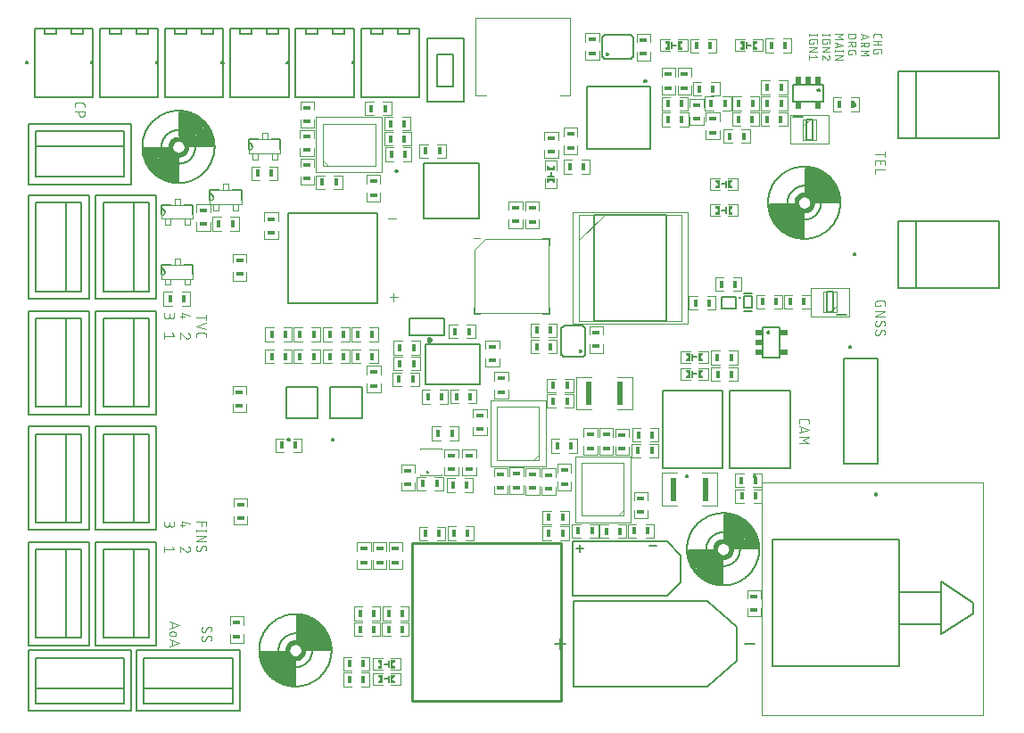
<source format=gbr>
G04 EAGLE Gerber RS-274X export*
G75*
%MOMM*%
%FSLAX34Y34*%
%LPD*%
%INSilkscreen Top*%
%IPPOS*%
%AMOC8*
5,1,8,0,0,1.08239X$1,22.5*%
G01*
%ADD10C,0.076200*%
%ADD11C,0.127000*%
%ADD12C,0.203200*%
%ADD13C,0.101600*%
%ADD14C,0.100000*%
%ADD15R,0.300000X0.800000*%
%ADD16R,1.600000X0.100000*%
%ADD17R,0.500000X2.250000*%
%ADD18R,3.500000X0.100000*%
%ADD19R,0.800000X0.300000*%
%ADD20R,0.100000X1.600000*%
%ADD21C,0.200000*%
%ADD22R,0.900000X0.100000*%
%ADD23C,0.050000*%
%ADD24C,0.200000*%
%ADD25C,0.254000*%
%ADD26R,0.100000X0.900000*%
%ADD27C,0.152400*%
%ADD28R,0.650000X0.500000*%
%ADD29R,0.500000X0.650000*%
%ADD30C,0.304800*%
%ADD31C,0.000000*%
%ADD32C,0.360400*%
%ADD33C,0.248919*%
%ADD34C,0.457200*%

G36*
X570705Y875799D02*
X570705Y875799D01*
X570710Y875839D01*
X570711Y875844D01*
X570711Y875849D01*
X570712Y875849D01*
X570711Y875849D01*
X570712Y875854D01*
X570713Y875859D01*
X570713Y875864D01*
X570721Y875919D01*
X570721Y875924D01*
X570722Y875929D01*
X570723Y875933D01*
X570723Y875934D01*
X570723Y875938D01*
X570723Y875939D01*
X570724Y875943D01*
X570730Y875993D01*
X570731Y875998D01*
X570732Y876003D01*
X570732Y876008D01*
X570733Y876013D01*
X570734Y876018D01*
X570741Y876073D01*
X570742Y876078D01*
X570742Y876083D01*
X570743Y876088D01*
X570744Y876092D01*
X570744Y876093D01*
X570744Y876097D01*
X570744Y876098D01*
X570751Y876147D01*
X570751Y876152D01*
X570752Y876157D01*
X570753Y876162D01*
X570753Y876167D01*
X570754Y876172D01*
X570761Y876227D01*
X570762Y876232D01*
X570763Y876237D01*
X570763Y876242D01*
X570764Y876247D01*
X570764Y876251D01*
X570765Y876252D01*
X570764Y876252D01*
X570772Y876306D01*
X570772Y876311D01*
X570773Y876316D01*
X570972Y876797D01*
X571289Y877211D01*
X571703Y877528D01*
X572184Y877727D01*
X572700Y877795D01*
X573216Y877727D01*
X573697Y877528D01*
X574111Y877211D01*
X574428Y876797D01*
X574627Y876316D01*
X574695Y875799D01*
X574700Y875795D01*
X576700Y875795D01*
X576705Y875799D01*
X576705Y875800D01*
X576705Y879800D01*
X576701Y879805D01*
X576700Y879805D01*
X568700Y879805D01*
X568695Y879801D01*
X568695Y879800D01*
X568695Y875800D01*
X568699Y875795D01*
X568700Y875795D01*
X570700Y875795D01*
X570705Y875799D01*
G37*
G36*
X756205Y1002299D02*
X756205Y1002299D01*
X756205Y1002300D01*
X756205Y1010300D01*
X756201Y1010305D01*
X756200Y1010305D01*
X752200Y1010305D01*
X752195Y1010301D01*
X752195Y1010300D01*
X752195Y1008300D01*
X752199Y1008295D01*
X752716Y1008227D01*
X753197Y1008028D01*
X753611Y1007711D01*
X753928Y1007297D01*
X754127Y1006816D01*
X754195Y1006300D01*
X754190Y1006266D01*
X754190Y1006261D01*
X754189Y1006256D01*
X754189Y1006251D01*
X754188Y1006251D01*
X754189Y1006251D01*
X754188Y1006246D01*
X754187Y1006241D01*
X754180Y1006186D01*
X754179Y1006181D01*
X754179Y1006176D01*
X754178Y1006171D01*
X754177Y1006166D01*
X754170Y1006112D01*
X754170Y1006107D01*
X754169Y1006102D01*
X754168Y1006097D01*
X754168Y1006092D01*
X754167Y1006087D01*
X754160Y1006032D01*
X754159Y1006027D01*
X754158Y1006022D01*
X754158Y1006017D01*
X754157Y1006012D01*
X754150Y1005958D01*
X754149Y1005953D01*
X754149Y1005948D01*
X754148Y1005943D01*
X754147Y1005938D01*
X754147Y1005933D01*
X754139Y1005878D01*
X754139Y1005873D01*
X754138Y1005868D01*
X754137Y1005863D01*
X754137Y1005858D01*
X754136Y1005853D01*
X754130Y1005804D01*
X754129Y1005799D01*
X754128Y1005794D01*
X754128Y1005789D01*
X754127Y1005784D01*
X753928Y1005303D01*
X753611Y1004889D01*
X753197Y1004572D01*
X752716Y1004373D01*
X752199Y1004305D01*
X752195Y1004300D01*
X752195Y1002300D01*
X752199Y1002295D01*
X752200Y1002295D01*
X756200Y1002295D01*
X756205Y1002299D01*
G37*
G36*
X685405Y1002299D02*
X685405Y1002299D01*
X685405Y1002300D01*
X685405Y1010300D01*
X685401Y1010305D01*
X685400Y1010305D01*
X681400Y1010305D01*
X681395Y1010301D01*
X681395Y1010300D01*
X681395Y1008300D01*
X681399Y1008295D01*
X681916Y1008227D01*
X682397Y1008028D01*
X682811Y1007711D01*
X683128Y1007297D01*
X683327Y1006816D01*
X683395Y1006300D01*
X683390Y1006266D01*
X683390Y1006261D01*
X683389Y1006256D01*
X683389Y1006251D01*
X683388Y1006251D01*
X683389Y1006251D01*
X683388Y1006246D01*
X683387Y1006241D01*
X683380Y1006186D01*
X683379Y1006181D01*
X683379Y1006176D01*
X683378Y1006171D01*
X683377Y1006166D01*
X683370Y1006112D01*
X683370Y1006107D01*
X683369Y1006102D01*
X683368Y1006097D01*
X683368Y1006092D01*
X683367Y1006087D01*
X683360Y1006032D01*
X683359Y1006027D01*
X683358Y1006022D01*
X683358Y1006017D01*
X683357Y1006012D01*
X683350Y1005958D01*
X683349Y1005953D01*
X683349Y1005948D01*
X683348Y1005943D01*
X683347Y1005938D01*
X683347Y1005933D01*
X683339Y1005878D01*
X683339Y1005873D01*
X683338Y1005868D01*
X683337Y1005863D01*
X683337Y1005858D01*
X683336Y1005853D01*
X683330Y1005804D01*
X683329Y1005799D01*
X683328Y1005794D01*
X683328Y1005789D01*
X683327Y1005784D01*
X683128Y1005303D01*
X682811Y1004889D01*
X682397Y1004572D01*
X681916Y1004373D01*
X681399Y1004305D01*
X681395Y1004300D01*
X681395Y1002300D01*
X681399Y1002295D01*
X681400Y1002295D01*
X685400Y1002295D01*
X685405Y1002299D01*
G37*
G36*
X732905Y870699D02*
X732905Y870699D01*
X732905Y870700D01*
X732905Y878700D01*
X732901Y878705D01*
X732900Y878705D01*
X728900Y878705D01*
X728895Y878701D01*
X728895Y878700D01*
X728895Y876700D01*
X728899Y876695D01*
X729416Y876627D01*
X729897Y876428D01*
X730311Y876111D01*
X730628Y875697D01*
X730827Y875216D01*
X730895Y874700D01*
X730890Y874666D01*
X730890Y874661D01*
X730889Y874656D01*
X730889Y874651D01*
X730888Y874651D01*
X730889Y874651D01*
X730888Y874646D01*
X730887Y874641D01*
X730880Y874586D01*
X730879Y874581D01*
X730879Y874576D01*
X730878Y874571D01*
X730877Y874566D01*
X730870Y874512D01*
X730870Y874507D01*
X730869Y874502D01*
X730868Y874497D01*
X730868Y874492D01*
X730867Y874487D01*
X730860Y874432D01*
X730859Y874427D01*
X730858Y874422D01*
X730858Y874417D01*
X730857Y874412D01*
X730850Y874358D01*
X730849Y874353D01*
X730849Y874348D01*
X730848Y874343D01*
X730847Y874338D01*
X730847Y874333D01*
X730839Y874278D01*
X730839Y874273D01*
X730838Y874268D01*
X730837Y874263D01*
X730837Y874258D01*
X730836Y874253D01*
X730830Y874204D01*
X730829Y874199D01*
X730828Y874194D01*
X730828Y874189D01*
X730827Y874184D01*
X730628Y873703D01*
X730311Y873289D01*
X729897Y872972D01*
X729416Y872773D01*
X728899Y872705D01*
X728895Y872700D01*
X728895Y870700D01*
X728899Y870695D01*
X728900Y870695D01*
X732900Y870695D01*
X732905Y870699D01*
G37*
G36*
X733005Y845699D02*
X733005Y845699D01*
X733005Y845700D01*
X733005Y853700D01*
X733001Y853705D01*
X733000Y853705D01*
X729000Y853705D01*
X728995Y853701D01*
X728995Y853700D01*
X728995Y851700D01*
X728999Y851695D01*
X729516Y851627D01*
X729997Y851428D01*
X730411Y851111D01*
X730728Y850697D01*
X730927Y850216D01*
X730995Y849700D01*
X730990Y849666D01*
X730990Y849661D01*
X730989Y849656D01*
X730989Y849651D01*
X730988Y849651D01*
X730989Y849651D01*
X730988Y849646D01*
X730987Y849641D01*
X730980Y849586D01*
X730979Y849581D01*
X730979Y849576D01*
X730978Y849571D01*
X730977Y849566D01*
X730970Y849512D01*
X730970Y849507D01*
X730969Y849502D01*
X730968Y849497D01*
X730968Y849492D01*
X730967Y849487D01*
X730960Y849432D01*
X730959Y849427D01*
X730958Y849422D01*
X730958Y849417D01*
X730957Y849412D01*
X730950Y849358D01*
X730949Y849353D01*
X730949Y849348D01*
X730948Y849343D01*
X730947Y849338D01*
X730947Y849333D01*
X730939Y849278D01*
X730939Y849273D01*
X730938Y849268D01*
X730937Y849263D01*
X730937Y849258D01*
X730936Y849253D01*
X730930Y849204D01*
X730929Y849199D01*
X730928Y849194D01*
X730928Y849189D01*
X730927Y849184D01*
X730728Y848703D01*
X730411Y848289D01*
X729997Y847972D01*
X729516Y847773D01*
X728999Y847705D01*
X728995Y847700D01*
X728995Y845700D01*
X728999Y845695D01*
X729000Y845695D01*
X733000Y845695D01*
X733005Y845699D01*
G37*
G36*
X704905Y706399D02*
X704905Y706399D01*
X704905Y706400D01*
X704905Y714400D01*
X704901Y714405D01*
X704900Y714405D01*
X700900Y714405D01*
X700895Y714401D01*
X700895Y714400D01*
X700895Y712400D01*
X700899Y712395D01*
X701416Y712327D01*
X701897Y712128D01*
X702311Y711811D01*
X702628Y711397D01*
X702827Y710916D01*
X702895Y710400D01*
X702890Y710366D01*
X702890Y710361D01*
X702889Y710356D01*
X702889Y710351D01*
X702888Y710351D01*
X702889Y710351D01*
X702888Y710346D01*
X702887Y710341D01*
X702880Y710286D01*
X702879Y710281D01*
X702879Y710276D01*
X702878Y710271D01*
X702877Y710266D01*
X702870Y710212D01*
X702870Y710207D01*
X702869Y710202D01*
X702868Y710197D01*
X702868Y710192D01*
X702867Y710187D01*
X702860Y710132D01*
X702859Y710127D01*
X702858Y710122D01*
X702858Y710117D01*
X702857Y710112D01*
X702850Y710058D01*
X702849Y710053D01*
X702849Y710048D01*
X702848Y710043D01*
X702847Y710038D01*
X702847Y710033D01*
X702839Y709978D01*
X702839Y709973D01*
X702838Y709968D01*
X702837Y709963D01*
X702837Y709958D01*
X702836Y709953D01*
X702830Y709904D01*
X702829Y709899D01*
X702828Y709894D01*
X702828Y709889D01*
X702827Y709884D01*
X702628Y709403D01*
X702311Y708989D01*
X701897Y708672D01*
X701416Y708473D01*
X700899Y708405D01*
X700895Y708400D01*
X700895Y706400D01*
X700899Y706395D01*
X700900Y706395D01*
X704900Y706395D01*
X704905Y706399D01*
G37*
G36*
X704905Y690299D02*
X704905Y690299D01*
X704905Y690300D01*
X704905Y698300D01*
X704901Y698305D01*
X704900Y698305D01*
X700900Y698305D01*
X700895Y698301D01*
X700895Y698300D01*
X700895Y696300D01*
X700899Y696295D01*
X701416Y696227D01*
X701897Y696028D01*
X702311Y695711D01*
X702628Y695297D01*
X702827Y694816D01*
X702895Y694300D01*
X702890Y694266D01*
X702890Y694261D01*
X702889Y694256D01*
X702889Y694251D01*
X702888Y694251D01*
X702889Y694251D01*
X702888Y694246D01*
X702887Y694241D01*
X702880Y694186D01*
X702879Y694181D01*
X702879Y694176D01*
X702878Y694171D01*
X702877Y694166D01*
X702870Y694112D01*
X702870Y694107D01*
X702869Y694102D01*
X702868Y694097D01*
X702868Y694092D01*
X702867Y694087D01*
X702860Y694032D01*
X702859Y694027D01*
X702858Y694022D01*
X702858Y694017D01*
X702857Y694012D01*
X702850Y693958D01*
X702849Y693953D01*
X702849Y693948D01*
X702848Y693943D01*
X702847Y693938D01*
X702847Y693933D01*
X702839Y693878D01*
X702839Y693873D01*
X702838Y693868D01*
X702837Y693863D01*
X702837Y693858D01*
X702836Y693853D01*
X702830Y693804D01*
X702829Y693799D01*
X702828Y693794D01*
X702828Y693789D01*
X702827Y693784D01*
X702628Y693303D01*
X702311Y692889D01*
X701897Y692572D01*
X701416Y692373D01*
X700899Y692305D01*
X700895Y692300D01*
X700895Y690300D01*
X700899Y690295D01*
X700900Y690295D01*
X704900Y690295D01*
X704905Y690299D01*
G37*
G36*
X412405Y414699D02*
X412405Y414699D01*
X412405Y414700D01*
X412405Y422700D01*
X412401Y422705D01*
X412400Y422705D01*
X408400Y422705D01*
X408395Y422701D01*
X408395Y422700D01*
X408395Y420700D01*
X408399Y420695D01*
X408916Y420627D01*
X409397Y420428D01*
X409811Y420111D01*
X410128Y419697D01*
X410327Y419216D01*
X410395Y418700D01*
X410390Y418666D01*
X410390Y418661D01*
X410389Y418656D01*
X410389Y418651D01*
X410388Y418651D01*
X410389Y418651D01*
X410388Y418646D01*
X410387Y418641D01*
X410380Y418586D01*
X410379Y418581D01*
X410379Y418576D01*
X410378Y418571D01*
X410377Y418566D01*
X410370Y418512D01*
X410370Y418507D01*
X410369Y418502D01*
X410368Y418497D01*
X410368Y418492D01*
X410367Y418487D01*
X410360Y418432D01*
X410359Y418427D01*
X410358Y418422D01*
X410358Y418417D01*
X410357Y418412D01*
X410350Y418358D01*
X410349Y418353D01*
X410349Y418348D01*
X410348Y418343D01*
X410347Y418338D01*
X410347Y418333D01*
X410339Y418278D01*
X410339Y418273D01*
X410338Y418268D01*
X410337Y418263D01*
X410337Y418258D01*
X410336Y418253D01*
X410330Y418204D01*
X410329Y418199D01*
X410328Y418194D01*
X410328Y418189D01*
X410327Y418184D01*
X410128Y417703D01*
X409811Y417289D01*
X409397Y416972D01*
X408916Y416773D01*
X408399Y416705D01*
X408395Y416700D01*
X408395Y414700D01*
X408399Y414695D01*
X408400Y414695D01*
X412400Y414695D01*
X412405Y414699D01*
G37*
G36*
X412505Y400699D02*
X412505Y400699D01*
X412505Y400700D01*
X412505Y408700D01*
X412501Y408705D01*
X412500Y408705D01*
X408500Y408705D01*
X408495Y408701D01*
X408495Y408700D01*
X408495Y406700D01*
X408499Y406695D01*
X409016Y406627D01*
X409497Y406428D01*
X409911Y406111D01*
X410228Y405697D01*
X410427Y405216D01*
X410495Y404700D01*
X410490Y404666D01*
X410490Y404661D01*
X410489Y404656D01*
X410489Y404651D01*
X410488Y404651D01*
X410489Y404651D01*
X410488Y404646D01*
X410487Y404641D01*
X410480Y404586D01*
X410479Y404581D01*
X410479Y404576D01*
X410478Y404571D01*
X410477Y404566D01*
X410470Y404512D01*
X410470Y404507D01*
X410469Y404502D01*
X410468Y404497D01*
X410468Y404492D01*
X410467Y404487D01*
X410460Y404432D01*
X410459Y404427D01*
X410458Y404422D01*
X410458Y404417D01*
X410457Y404412D01*
X410450Y404358D01*
X410449Y404353D01*
X410449Y404348D01*
X410448Y404343D01*
X410447Y404338D01*
X410447Y404333D01*
X410439Y404278D01*
X410439Y404273D01*
X410438Y404268D01*
X410437Y404263D01*
X410437Y404258D01*
X410436Y404253D01*
X410430Y404204D01*
X410429Y404199D01*
X410428Y404194D01*
X410428Y404189D01*
X410427Y404184D01*
X410228Y403703D01*
X409911Y403289D01*
X409497Y402972D01*
X409016Y402773D01*
X408499Y402705D01*
X408495Y402700D01*
X408495Y400700D01*
X408499Y400695D01*
X408500Y400695D01*
X412500Y400695D01*
X412505Y400699D01*
G37*
G36*
X576705Y887799D02*
X576705Y887799D01*
X576705Y887800D01*
X576705Y891800D01*
X576701Y891805D01*
X576700Y891805D01*
X574700Y891805D01*
X574695Y891801D01*
X574690Y891766D01*
X574690Y891761D01*
X574689Y891756D01*
X574689Y891751D01*
X574688Y891751D01*
X574689Y891751D01*
X574688Y891746D01*
X574687Y891741D01*
X574680Y891686D01*
X574679Y891681D01*
X574679Y891676D01*
X574678Y891671D01*
X574677Y891666D01*
X574670Y891612D01*
X574670Y891607D01*
X574669Y891602D01*
X574668Y891597D01*
X574668Y891592D01*
X574667Y891587D01*
X574660Y891532D01*
X574659Y891527D01*
X574658Y891522D01*
X574658Y891517D01*
X574657Y891512D01*
X574650Y891458D01*
X574649Y891453D01*
X574649Y891448D01*
X574648Y891443D01*
X574647Y891438D01*
X574647Y891433D01*
X574639Y891378D01*
X574639Y891373D01*
X574638Y891368D01*
X574637Y891363D01*
X574637Y891358D01*
X574636Y891353D01*
X574630Y891304D01*
X574629Y891299D01*
X574628Y891294D01*
X574628Y891289D01*
X574627Y891284D01*
X574428Y890803D01*
X574111Y890389D01*
X573697Y890072D01*
X573216Y889873D01*
X572700Y889805D01*
X572184Y889873D01*
X571703Y890072D01*
X571289Y890389D01*
X570972Y890803D01*
X570773Y891284D01*
X570705Y891801D01*
X570700Y891805D01*
X568700Y891805D01*
X568695Y891801D01*
X568695Y891800D01*
X568695Y887800D01*
X568699Y887795D01*
X568700Y887795D01*
X576700Y887795D01*
X576705Y887799D01*
G37*
G36*
X697405Y1002299D02*
X697405Y1002299D01*
X697405Y1002300D01*
X697405Y1004300D01*
X697401Y1004305D01*
X696884Y1004373D01*
X696403Y1004572D01*
X695989Y1004889D01*
X695672Y1005303D01*
X695473Y1005784D01*
X695405Y1006300D01*
X695406Y1006304D01*
X695406Y1006309D01*
X695407Y1006314D01*
X695414Y1006369D01*
X695415Y1006374D01*
X695415Y1006379D01*
X695416Y1006384D01*
X695417Y1006389D01*
X695424Y1006443D01*
X695425Y1006448D01*
X695425Y1006453D01*
X695426Y1006458D01*
X695427Y1006463D01*
X695427Y1006468D01*
X695434Y1006523D01*
X695435Y1006528D01*
X695436Y1006533D01*
X695436Y1006538D01*
X695437Y1006543D01*
X695444Y1006597D01*
X695445Y1006602D01*
X695445Y1006607D01*
X695446Y1006607D01*
X695445Y1006607D01*
X695446Y1006612D01*
X695447Y1006617D01*
X695447Y1006622D01*
X695455Y1006677D01*
X695455Y1006682D01*
X695456Y1006687D01*
X695457Y1006692D01*
X695457Y1006697D01*
X695458Y1006702D01*
X695464Y1006751D01*
X695465Y1006756D01*
X695466Y1006761D01*
X695466Y1006766D01*
X695467Y1006771D01*
X695468Y1006776D01*
X695473Y1006816D01*
X695672Y1007297D01*
X695989Y1007711D01*
X696403Y1008028D01*
X696884Y1008227D01*
X697401Y1008295D01*
X697405Y1008300D01*
X697405Y1010300D01*
X697401Y1010305D01*
X697400Y1010305D01*
X693400Y1010305D01*
X693395Y1010301D01*
X693395Y1010300D01*
X693395Y1002300D01*
X693399Y1002295D01*
X693400Y1002295D01*
X697400Y1002295D01*
X697405Y1002299D01*
G37*
G36*
X768205Y1002299D02*
X768205Y1002299D01*
X768205Y1002300D01*
X768205Y1004300D01*
X768201Y1004305D01*
X767684Y1004373D01*
X767203Y1004572D01*
X766789Y1004889D01*
X766472Y1005303D01*
X766273Y1005784D01*
X766205Y1006300D01*
X766206Y1006304D01*
X766206Y1006309D01*
X766207Y1006314D01*
X766214Y1006369D01*
X766215Y1006374D01*
X766215Y1006379D01*
X766216Y1006384D01*
X766217Y1006389D01*
X766224Y1006443D01*
X766225Y1006448D01*
X766225Y1006453D01*
X766226Y1006458D01*
X766227Y1006463D01*
X766227Y1006468D01*
X766234Y1006523D01*
X766235Y1006528D01*
X766236Y1006533D01*
X766236Y1006538D01*
X766237Y1006543D01*
X766244Y1006597D01*
X766245Y1006602D01*
X766245Y1006607D01*
X766246Y1006607D01*
X766245Y1006607D01*
X766246Y1006612D01*
X766247Y1006617D01*
X766247Y1006622D01*
X766255Y1006677D01*
X766255Y1006682D01*
X766256Y1006687D01*
X766257Y1006692D01*
X766257Y1006697D01*
X766258Y1006702D01*
X766264Y1006751D01*
X766265Y1006756D01*
X766266Y1006761D01*
X766266Y1006766D01*
X766267Y1006771D01*
X766268Y1006776D01*
X766273Y1006816D01*
X766472Y1007297D01*
X766789Y1007711D01*
X767203Y1008028D01*
X767684Y1008227D01*
X768201Y1008295D01*
X768205Y1008300D01*
X768205Y1010300D01*
X768201Y1010305D01*
X768200Y1010305D01*
X764200Y1010305D01*
X764195Y1010301D01*
X764195Y1010300D01*
X764195Y1002300D01*
X764199Y1002295D01*
X764200Y1002295D01*
X768200Y1002295D01*
X768205Y1002299D01*
G37*
G36*
X744905Y870699D02*
X744905Y870699D01*
X744905Y870700D01*
X744905Y872700D01*
X744901Y872705D01*
X744384Y872773D01*
X743903Y872972D01*
X743489Y873289D01*
X743172Y873703D01*
X742973Y874184D01*
X742905Y874700D01*
X742906Y874704D01*
X742906Y874709D01*
X742907Y874714D01*
X742914Y874769D01*
X742915Y874774D01*
X742915Y874779D01*
X742916Y874784D01*
X742917Y874789D01*
X742924Y874843D01*
X742925Y874848D01*
X742925Y874853D01*
X742926Y874858D01*
X742927Y874863D01*
X742927Y874868D01*
X742934Y874923D01*
X742935Y874928D01*
X742936Y874933D01*
X742936Y874938D01*
X742937Y874943D01*
X742944Y874997D01*
X742945Y875002D01*
X742945Y875007D01*
X742946Y875007D01*
X742945Y875007D01*
X742946Y875012D01*
X742947Y875017D01*
X742947Y875022D01*
X742955Y875077D01*
X742955Y875082D01*
X742956Y875087D01*
X742957Y875092D01*
X742957Y875097D01*
X742958Y875102D01*
X742964Y875151D01*
X742965Y875156D01*
X742966Y875161D01*
X742966Y875166D01*
X742967Y875171D01*
X742968Y875176D01*
X742973Y875216D01*
X743172Y875697D01*
X743489Y876111D01*
X743903Y876428D01*
X744384Y876627D01*
X744901Y876695D01*
X744905Y876700D01*
X744905Y878700D01*
X744901Y878705D01*
X744900Y878705D01*
X740900Y878705D01*
X740895Y878701D01*
X740895Y878700D01*
X740895Y870700D01*
X740899Y870695D01*
X740900Y870695D01*
X744900Y870695D01*
X744905Y870699D01*
G37*
G36*
X745005Y845699D02*
X745005Y845699D01*
X745005Y845700D01*
X745005Y847700D01*
X745001Y847705D01*
X744484Y847773D01*
X744003Y847972D01*
X743589Y848289D01*
X743272Y848703D01*
X743073Y849184D01*
X743005Y849700D01*
X743006Y849704D01*
X743006Y849709D01*
X743007Y849714D01*
X743014Y849769D01*
X743015Y849774D01*
X743015Y849779D01*
X743016Y849784D01*
X743017Y849789D01*
X743024Y849843D01*
X743025Y849848D01*
X743025Y849853D01*
X743026Y849858D01*
X743027Y849863D01*
X743027Y849868D01*
X743034Y849923D01*
X743035Y849928D01*
X743036Y849933D01*
X743036Y849938D01*
X743037Y849943D01*
X743044Y849997D01*
X743045Y850002D01*
X743045Y850007D01*
X743046Y850007D01*
X743045Y850007D01*
X743046Y850012D01*
X743047Y850017D01*
X743047Y850022D01*
X743055Y850077D01*
X743055Y850082D01*
X743056Y850087D01*
X743057Y850092D01*
X743057Y850097D01*
X743058Y850102D01*
X743064Y850151D01*
X743065Y850156D01*
X743066Y850161D01*
X743066Y850166D01*
X743067Y850171D01*
X743068Y850176D01*
X743073Y850216D01*
X743272Y850697D01*
X743589Y851111D01*
X744003Y851428D01*
X744484Y851627D01*
X745001Y851695D01*
X745005Y851700D01*
X745005Y853700D01*
X745001Y853705D01*
X745000Y853705D01*
X741000Y853705D01*
X740995Y853701D01*
X740995Y853700D01*
X740995Y845700D01*
X740999Y845695D01*
X741000Y845695D01*
X745000Y845695D01*
X745005Y845699D01*
G37*
G36*
X716905Y706399D02*
X716905Y706399D01*
X716905Y706400D01*
X716905Y708400D01*
X716901Y708405D01*
X716384Y708473D01*
X715903Y708672D01*
X715489Y708989D01*
X715172Y709403D01*
X714973Y709884D01*
X714905Y710400D01*
X714906Y710404D01*
X714906Y710409D01*
X714907Y710414D01*
X714914Y710469D01*
X714915Y710474D01*
X714915Y710479D01*
X714916Y710484D01*
X714917Y710489D01*
X714924Y710543D01*
X714925Y710548D01*
X714925Y710553D01*
X714926Y710558D01*
X714927Y710563D01*
X714927Y710568D01*
X714934Y710623D01*
X714935Y710628D01*
X714936Y710633D01*
X714936Y710638D01*
X714937Y710643D01*
X714944Y710697D01*
X714945Y710702D01*
X714945Y710707D01*
X714946Y710707D01*
X714945Y710707D01*
X714946Y710712D01*
X714947Y710717D01*
X714947Y710722D01*
X714955Y710777D01*
X714955Y710782D01*
X714956Y710787D01*
X714957Y710792D01*
X714957Y710797D01*
X714958Y710802D01*
X714964Y710851D01*
X714965Y710856D01*
X714966Y710861D01*
X714966Y710866D01*
X714967Y710871D01*
X714968Y710876D01*
X714973Y710916D01*
X715172Y711397D01*
X715489Y711811D01*
X715903Y712128D01*
X716384Y712327D01*
X716901Y712395D01*
X716905Y712400D01*
X716905Y714400D01*
X716901Y714405D01*
X716900Y714405D01*
X712900Y714405D01*
X712895Y714401D01*
X712895Y714400D01*
X712895Y706400D01*
X712899Y706395D01*
X712900Y706395D01*
X716900Y706395D01*
X716905Y706399D01*
G37*
G36*
X716905Y690299D02*
X716905Y690299D01*
X716905Y690300D01*
X716905Y692300D01*
X716901Y692305D01*
X716384Y692373D01*
X715903Y692572D01*
X715489Y692889D01*
X715172Y693303D01*
X714973Y693784D01*
X714905Y694300D01*
X714906Y694304D01*
X714906Y694309D01*
X714907Y694314D01*
X714914Y694369D01*
X714915Y694374D01*
X714915Y694379D01*
X714916Y694384D01*
X714917Y694389D01*
X714924Y694443D01*
X714925Y694448D01*
X714925Y694453D01*
X714926Y694458D01*
X714927Y694463D01*
X714927Y694468D01*
X714934Y694523D01*
X714935Y694528D01*
X714936Y694533D01*
X714936Y694538D01*
X714937Y694543D01*
X714944Y694597D01*
X714945Y694602D01*
X714945Y694607D01*
X714946Y694607D01*
X714945Y694607D01*
X714946Y694612D01*
X714947Y694617D01*
X714947Y694622D01*
X714955Y694677D01*
X714955Y694682D01*
X714956Y694687D01*
X714957Y694692D01*
X714957Y694697D01*
X714958Y694702D01*
X714964Y694751D01*
X714965Y694756D01*
X714966Y694761D01*
X714966Y694766D01*
X714967Y694771D01*
X714968Y694776D01*
X714973Y694816D01*
X715172Y695297D01*
X715489Y695711D01*
X715903Y696028D01*
X716384Y696227D01*
X716901Y696295D01*
X716905Y696300D01*
X716905Y698300D01*
X716901Y698305D01*
X716900Y698305D01*
X712900Y698305D01*
X712895Y698301D01*
X712895Y698300D01*
X712895Y690300D01*
X712899Y690295D01*
X712900Y690295D01*
X716900Y690295D01*
X716905Y690299D01*
G37*
G36*
X424405Y414699D02*
X424405Y414699D01*
X424405Y414700D01*
X424405Y416700D01*
X424401Y416705D01*
X423884Y416773D01*
X423403Y416972D01*
X422989Y417289D01*
X422672Y417703D01*
X422473Y418184D01*
X422405Y418700D01*
X422406Y418704D01*
X422406Y418709D01*
X422407Y418714D01*
X422414Y418769D01*
X422415Y418774D01*
X422415Y418779D01*
X422416Y418784D01*
X422417Y418789D01*
X422424Y418843D01*
X422425Y418848D01*
X422425Y418853D01*
X422426Y418858D01*
X422427Y418863D01*
X422427Y418868D01*
X422434Y418923D01*
X422435Y418928D01*
X422436Y418933D01*
X422436Y418938D01*
X422437Y418943D01*
X422444Y418997D01*
X422445Y419002D01*
X422445Y419007D01*
X422446Y419007D01*
X422445Y419007D01*
X422446Y419012D01*
X422447Y419017D01*
X422447Y419022D01*
X422455Y419077D01*
X422455Y419082D01*
X422456Y419087D01*
X422457Y419092D01*
X422457Y419097D01*
X422458Y419102D01*
X422464Y419151D01*
X422465Y419156D01*
X422466Y419161D01*
X422466Y419166D01*
X422467Y419171D01*
X422468Y419176D01*
X422473Y419216D01*
X422672Y419697D01*
X422989Y420111D01*
X423403Y420428D01*
X423884Y420627D01*
X424401Y420695D01*
X424405Y420700D01*
X424405Y422700D01*
X424401Y422705D01*
X424400Y422705D01*
X420400Y422705D01*
X420395Y422701D01*
X420395Y422700D01*
X420395Y414700D01*
X420399Y414695D01*
X420400Y414695D01*
X424400Y414695D01*
X424405Y414699D01*
G37*
G36*
X424505Y400699D02*
X424505Y400699D01*
X424505Y400700D01*
X424505Y402700D01*
X424501Y402705D01*
X423984Y402773D01*
X423503Y402972D01*
X423089Y403289D01*
X422772Y403703D01*
X422573Y404184D01*
X422505Y404700D01*
X422506Y404704D01*
X422506Y404709D01*
X422507Y404714D01*
X422514Y404769D01*
X422515Y404774D01*
X422515Y404779D01*
X422516Y404784D01*
X422517Y404789D01*
X422524Y404843D01*
X422525Y404848D01*
X422525Y404853D01*
X422526Y404858D01*
X422527Y404863D01*
X422527Y404868D01*
X422534Y404923D01*
X422535Y404928D01*
X422536Y404933D01*
X422536Y404938D01*
X422537Y404943D01*
X422544Y404997D01*
X422545Y405002D01*
X422545Y405007D01*
X422546Y405007D01*
X422545Y405007D01*
X422546Y405012D01*
X422547Y405017D01*
X422547Y405022D01*
X422555Y405077D01*
X422555Y405082D01*
X422556Y405087D01*
X422557Y405092D01*
X422557Y405097D01*
X422558Y405102D01*
X422564Y405151D01*
X422565Y405156D01*
X422566Y405161D01*
X422566Y405166D01*
X422567Y405171D01*
X422568Y405176D01*
X422573Y405216D01*
X422772Y405697D01*
X423089Y406111D01*
X423503Y406428D01*
X423984Y406627D01*
X424501Y406695D01*
X424505Y406700D01*
X424505Y408700D01*
X424501Y408705D01*
X424500Y408705D01*
X420500Y408705D01*
X420495Y408701D01*
X420495Y408700D01*
X420495Y400700D01*
X420499Y400695D01*
X420500Y400695D01*
X424500Y400695D01*
X424505Y400699D01*
G37*
D10*
X878841Y1013845D02*
X878841Y1015482D01*
X878843Y1015560D01*
X878848Y1015638D01*
X878858Y1015715D01*
X878871Y1015792D01*
X878887Y1015868D01*
X878907Y1015943D01*
X878931Y1016017D01*
X878958Y1016090D01*
X878989Y1016162D01*
X879023Y1016232D01*
X879060Y1016301D01*
X879101Y1016367D01*
X879145Y1016432D01*
X879191Y1016494D01*
X879241Y1016554D01*
X879293Y1016612D01*
X879348Y1016667D01*
X879406Y1016719D01*
X879466Y1016769D01*
X879528Y1016815D01*
X879593Y1016859D01*
X879660Y1016900D01*
X879728Y1016937D01*
X879798Y1016971D01*
X879870Y1017002D01*
X879943Y1017029D01*
X880017Y1017053D01*
X880092Y1017073D01*
X880168Y1017089D01*
X880245Y1017102D01*
X880322Y1017112D01*
X880400Y1017117D01*
X880478Y1017119D01*
X884570Y1017119D01*
X884648Y1017117D01*
X884726Y1017112D01*
X884803Y1017102D01*
X884880Y1017089D01*
X884956Y1017073D01*
X885031Y1017053D01*
X885105Y1017029D01*
X885178Y1017002D01*
X885250Y1016971D01*
X885320Y1016937D01*
X885389Y1016900D01*
X885455Y1016859D01*
X885520Y1016815D01*
X885582Y1016769D01*
X885642Y1016719D01*
X885700Y1016667D01*
X885755Y1016612D01*
X885807Y1016554D01*
X885857Y1016494D01*
X885903Y1016432D01*
X885947Y1016367D01*
X885988Y1016301D01*
X886025Y1016232D01*
X886059Y1016162D01*
X886090Y1016090D01*
X886117Y1016017D01*
X886141Y1015943D01*
X886161Y1015868D01*
X886177Y1015792D01*
X886190Y1015715D01*
X886200Y1015638D01*
X886205Y1015560D01*
X886207Y1015482D01*
X886207Y1013845D01*
X886207Y1010756D02*
X878841Y1010756D01*
X882933Y1010756D02*
X882933Y1006664D01*
X886207Y1006664D02*
X878841Y1006664D01*
X882933Y1000089D02*
X882933Y998861D01*
X878841Y998861D01*
X878841Y1001316D01*
X878843Y1001394D01*
X878848Y1001472D01*
X878858Y1001549D01*
X878871Y1001626D01*
X878887Y1001702D01*
X878907Y1001777D01*
X878931Y1001851D01*
X878958Y1001924D01*
X878989Y1001996D01*
X879023Y1002066D01*
X879060Y1002135D01*
X879101Y1002201D01*
X879145Y1002266D01*
X879191Y1002328D01*
X879241Y1002388D01*
X879293Y1002446D01*
X879348Y1002501D01*
X879406Y1002553D01*
X879466Y1002603D01*
X879528Y1002649D01*
X879593Y1002693D01*
X879660Y1002734D01*
X879728Y1002771D01*
X879798Y1002805D01*
X879870Y1002836D01*
X879943Y1002863D01*
X880017Y1002887D01*
X880092Y1002907D01*
X880168Y1002923D01*
X880245Y1002936D01*
X880322Y1002946D01*
X880400Y1002951D01*
X880478Y1002953D01*
X884570Y1002953D01*
X884648Y1002951D01*
X884726Y1002946D01*
X884803Y1002936D01*
X884880Y1002923D01*
X884956Y1002907D01*
X885031Y1002887D01*
X885105Y1002863D01*
X885178Y1002836D01*
X885250Y1002805D01*
X885320Y1002771D01*
X885389Y1002734D01*
X885455Y1002693D01*
X885520Y1002649D01*
X885582Y1002603D01*
X885642Y1002553D01*
X885700Y1002501D01*
X885755Y1002446D01*
X885807Y1002388D01*
X885857Y1002328D01*
X885903Y1002266D01*
X885947Y1002201D01*
X885988Y1002135D01*
X886025Y1002066D01*
X886059Y1001996D01*
X886090Y1001924D01*
X886117Y1001851D01*
X886141Y1001777D01*
X886161Y1001702D01*
X886177Y1001626D01*
X886190Y1001549D01*
X886200Y1001472D01*
X886205Y1001394D01*
X886207Y1001316D01*
X886207Y998861D01*
X874015Y1014664D02*
X866649Y1017119D01*
X866649Y1012208D02*
X874015Y1014664D01*
X868491Y1016505D02*
X868491Y1012822D01*
X866649Y1009100D02*
X874015Y1009100D01*
X874015Y1007054D01*
X874013Y1006965D01*
X874007Y1006876D01*
X873997Y1006787D01*
X873984Y1006699D01*
X873967Y1006611D01*
X873945Y1006524D01*
X873920Y1006439D01*
X873892Y1006354D01*
X873859Y1006271D01*
X873823Y1006189D01*
X873784Y1006109D01*
X873741Y1006031D01*
X873695Y1005955D01*
X873645Y1005880D01*
X873592Y1005808D01*
X873536Y1005739D01*
X873477Y1005672D01*
X873416Y1005607D01*
X873351Y1005546D01*
X873284Y1005487D01*
X873215Y1005431D01*
X873143Y1005378D01*
X873068Y1005328D01*
X872992Y1005282D01*
X872914Y1005239D01*
X872834Y1005200D01*
X872752Y1005164D01*
X872669Y1005131D01*
X872584Y1005103D01*
X872499Y1005078D01*
X872412Y1005056D01*
X872324Y1005039D01*
X872236Y1005026D01*
X872147Y1005016D01*
X872058Y1005010D01*
X871969Y1005008D01*
X871880Y1005010D01*
X871791Y1005016D01*
X871702Y1005026D01*
X871614Y1005039D01*
X871526Y1005056D01*
X871439Y1005078D01*
X871354Y1005103D01*
X871269Y1005131D01*
X871186Y1005164D01*
X871104Y1005200D01*
X871024Y1005239D01*
X870946Y1005282D01*
X870870Y1005328D01*
X870795Y1005378D01*
X870723Y1005431D01*
X870654Y1005487D01*
X870587Y1005546D01*
X870522Y1005607D01*
X870461Y1005672D01*
X870402Y1005739D01*
X870346Y1005808D01*
X870293Y1005880D01*
X870243Y1005955D01*
X870197Y1006031D01*
X870154Y1006109D01*
X870115Y1006189D01*
X870079Y1006271D01*
X870046Y1006354D01*
X870018Y1006439D01*
X869993Y1006524D01*
X869971Y1006611D01*
X869954Y1006699D01*
X869941Y1006787D01*
X869931Y1006876D01*
X869925Y1006965D01*
X869923Y1007054D01*
X869923Y1009100D01*
X869923Y1006644D02*
X866649Y1005007D01*
X866649Y1001513D02*
X874015Y1001513D01*
X869923Y999058D01*
X874015Y996603D01*
X866649Y996603D01*
X861823Y1017119D02*
X854457Y1017119D01*
X861823Y1017119D02*
X861823Y1015073D01*
X861821Y1014984D01*
X861815Y1014895D01*
X861805Y1014806D01*
X861792Y1014718D01*
X861775Y1014630D01*
X861753Y1014543D01*
X861728Y1014458D01*
X861700Y1014373D01*
X861667Y1014290D01*
X861631Y1014208D01*
X861592Y1014128D01*
X861549Y1014050D01*
X861503Y1013974D01*
X861453Y1013899D01*
X861400Y1013827D01*
X861344Y1013758D01*
X861285Y1013691D01*
X861224Y1013626D01*
X861159Y1013565D01*
X861092Y1013506D01*
X861023Y1013450D01*
X860951Y1013397D01*
X860876Y1013347D01*
X860800Y1013301D01*
X860722Y1013258D01*
X860642Y1013219D01*
X860560Y1013183D01*
X860477Y1013150D01*
X860392Y1013122D01*
X860307Y1013097D01*
X860220Y1013075D01*
X860132Y1013058D01*
X860044Y1013045D01*
X859955Y1013035D01*
X859866Y1013029D01*
X859777Y1013027D01*
X856503Y1013027D01*
X856414Y1013029D01*
X856325Y1013035D01*
X856236Y1013045D01*
X856148Y1013058D01*
X856060Y1013075D01*
X855973Y1013097D01*
X855888Y1013122D01*
X855803Y1013150D01*
X855720Y1013183D01*
X855638Y1013219D01*
X855558Y1013258D01*
X855480Y1013301D01*
X855404Y1013347D01*
X855329Y1013397D01*
X855257Y1013450D01*
X855188Y1013506D01*
X855121Y1013565D01*
X855056Y1013626D01*
X854995Y1013691D01*
X854936Y1013758D01*
X854880Y1013827D01*
X854827Y1013899D01*
X854777Y1013974D01*
X854731Y1014050D01*
X854688Y1014128D01*
X854649Y1014208D01*
X854613Y1014290D01*
X854580Y1014373D01*
X854552Y1014458D01*
X854527Y1014543D01*
X854505Y1014630D01*
X854488Y1014718D01*
X854475Y1014806D01*
X854465Y1014895D01*
X854459Y1014984D01*
X854457Y1015073D01*
X854457Y1017119D01*
X854457Y1009265D02*
X861823Y1009265D01*
X861823Y1007219D01*
X861821Y1007130D01*
X861815Y1007041D01*
X861805Y1006952D01*
X861792Y1006864D01*
X861775Y1006776D01*
X861753Y1006689D01*
X861728Y1006604D01*
X861700Y1006519D01*
X861667Y1006436D01*
X861631Y1006354D01*
X861592Y1006274D01*
X861549Y1006196D01*
X861503Y1006120D01*
X861453Y1006045D01*
X861400Y1005973D01*
X861344Y1005904D01*
X861285Y1005837D01*
X861224Y1005772D01*
X861159Y1005711D01*
X861092Y1005652D01*
X861023Y1005596D01*
X860951Y1005543D01*
X860876Y1005493D01*
X860800Y1005447D01*
X860722Y1005404D01*
X860642Y1005365D01*
X860560Y1005329D01*
X860477Y1005296D01*
X860392Y1005268D01*
X860307Y1005243D01*
X860220Y1005221D01*
X860132Y1005204D01*
X860044Y1005191D01*
X859955Y1005181D01*
X859866Y1005175D01*
X859777Y1005173D01*
X859688Y1005175D01*
X859599Y1005181D01*
X859510Y1005191D01*
X859422Y1005204D01*
X859334Y1005221D01*
X859247Y1005243D01*
X859162Y1005268D01*
X859077Y1005296D01*
X858994Y1005329D01*
X858912Y1005365D01*
X858832Y1005404D01*
X858754Y1005447D01*
X858678Y1005493D01*
X858603Y1005543D01*
X858531Y1005596D01*
X858462Y1005652D01*
X858395Y1005711D01*
X858330Y1005772D01*
X858269Y1005837D01*
X858210Y1005904D01*
X858154Y1005973D01*
X858101Y1006045D01*
X858051Y1006120D01*
X858005Y1006196D01*
X857962Y1006274D01*
X857923Y1006354D01*
X857887Y1006436D01*
X857854Y1006519D01*
X857826Y1006604D01*
X857801Y1006689D01*
X857779Y1006776D01*
X857762Y1006864D01*
X857749Y1006952D01*
X857739Y1007041D01*
X857733Y1007130D01*
X857731Y1007219D01*
X857731Y1009265D01*
X857731Y1006810D02*
X854457Y1005173D01*
X858549Y998893D02*
X858549Y997665D01*
X854457Y997665D01*
X854457Y1000120D01*
X854459Y1000198D01*
X854464Y1000276D01*
X854474Y1000353D01*
X854487Y1000430D01*
X854503Y1000506D01*
X854523Y1000581D01*
X854547Y1000655D01*
X854574Y1000728D01*
X854605Y1000800D01*
X854639Y1000870D01*
X854676Y1000939D01*
X854717Y1001005D01*
X854761Y1001070D01*
X854807Y1001132D01*
X854857Y1001192D01*
X854909Y1001250D01*
X854964Y1001305D01*
X855022Y1001357D01*
X855082Y1001407D01*
X855144Y1001453D01*
X855209Y1001497D01*
X855276Y1001538D01*
X855344Y1001575D01*
X855414Y1001609D01*
X855486Y1001640D01*
X855559Y1001667D01*
X855633Y1001691D01*
X855708Y1001711D01*
X855784Y1001727D01*
X855861Y1001740D01*
X855938Y1001750D01*
X856016Y1001755D01*
X856094Y1001757D01*
X860186Y1001757D01*
X860264Y1001755D01*
X860342Y1001750D01*
X860419Y1001740D01*
X860496Y1001727D01*
X860572Y1001711D01*
X860647Y1001691D01*
X860721Y1001667D01*
X860794Y1001640D01*
X860866Y1001609D01*
X860936Y1001575D01*
X861005Y1001538D01*
X861071Y1001497D01*
X861136Y1001453D01*
X861198Y1001407D01*
X861258Y1001357D01*
X861316Y1001305D01*
X861371Y1001250D01*
X861423Y1001192D01*
X861473Y1001132D01*
X861519Y1001070D01*
X861563Y1001005D01*
X861604Y1000939D01*
X861641Y1000870D01*
X861675Y1000800D01*
X861706Y1000728D01*
X861733Y1000655D01*
X861757Y1000581D01*
X861777Y1000506D01*
X861793Y1000430D01*
X861806Y1000353D01*
X861816Y1000276D01*
X861821Y1000198D01*
X861823Y1000120D01*
X861823Y997665D01*
X849631Y1017119D02*
X842265Y1017119D01*
X845539Y1014664D02*
X849631Y1017119D01*
X845539Y1014664D02*
X849631Y1012208D01*
X842265Y1012208D01*
X842265Y1009072D02*
X849631Y1006617D01*
X842265Y1004162D01*
X844107Y1004776D02*
X844107Y1008459D01*
X842265Y1000765D02*
X849631Y1000765D01*
X842265Y1001583D02*
X842265Y999946D01*
X849631Y999946D02*
X849631Y1001583D01*
X849631Y996715D02*
X842265Y996715D01*
X842265Y992623D02*
X849631Y996715D01*
X849631Y992623D02*
X842265Y992623D01*
X837439Y1016301D02*
X830073Y1016301D01*
X830073Y1017119D02*
X830073Y1015482D01*
X837439Y1015482D02*
X837439Y1017119D01*
X834165Y1009386D02*
X834165Y1008158D01*
X830073Y1008158D01*
X830073Y1010614D01*
X830075Y1010692D01*
X830080Y1010770D01*
X830090Y1010847D01*
X830103Y1010924D01*
X830119Y1011000D01*
X830139Y1011075D01*
X830163Y1011149D01*
X830190Y1011222D01*
X830221Y1011294D01*
X830255Y1011364D01*
X830292Y1011433D01*
X830333Y1011499D01*
X830377Y1011564D01*
X830423Y1011626D01*
X830473Y1011686D01*
X830525Y1011744D01*
X830580Y1011799D01*
X830638Y1011851D01*
X830698Y1011901D01*
X830760Y1011947D01*
X830825Y1011991D01*
X830892Y1012032D01*
X830960Y1012069D01*
X831030Y1012103D01*
X831102Y1012134D01*
X831175Y1012161D01*
X831249Y1012185D01*
X831324Y1012205D01*
X831400Y1012221D01*
X831477Y1012234D01*
X831554Y1012244D01*
X831632Y1012249D01*
X831710Y1012251D01*
X835802Y1012251D01*
X835880Y1012249D01*
X835958Y1012244D01*
X836035Y1012234D01*
X836112Y1012221D01*
X836188Y1012205D01*
X836263Y1012185D01*
X836337Y1012161D01*
X836410Y1012134D01*
X836482Y1012103D01*
X836552Y1012069D01*
X836621Y1012032D01*
X836687Y1011991D01*
X836752Y1011947D01*
X836814Y1011901D01*
X836874Y1011851D01*
X836932Y1011799D01*
X836987Y1011744D01*
X837039Y1011686D01*
X837089Y1011626D01*
X837135Y1011564D01*
X837179Y1011499D01*
X837220Y1011433D01*
X837257Y1011364D01*
X837291Y1011294D01*
X837322Y1011222D01*
X837349Y1011149D01*
X837373Y1011075D01*
X837393Y1011000D01*
X837409Y1010924D01*
X837422Y1010847D01*
X837432Y1010770D01*
X837437Y1010692D01*
X837439Y1010614D01*
X837439Y1008158D01*
X837439Y1004448D02*
X830073Y1004448D01*
X830073Y1000356D02*
X837439Y1004448D01*
X837439Y1000356D02*
X830073Y1000356D01*
X837440Y994638D02*
X837438Y994553D01*
X837432Y994468D01*
X837422Y994384D01*
X837409Y994300D01*
X837391Y994216D01*
X837370Y994134D01*
X837345Y994053D01*
X837316Y993973D01*
X837283Y993894D01*
X837247Y993817D01*
X837207Y993742D01*
X837164Y993668D01*
X837118Y993597D01*
X837068Y993528D01*
X837015Y993461D01*
X836959Y993397D01*
X836900Y993336D01*
X836839Y993277D01*
X836775Y993221D01*
X836708Y993168D01*
X836639Y993118D01*
X836568Y993072D01*
X836494Y993029D01*
X836419Y992989D01*
X836342Y992953D01*
X836263Y992920D01*
X836183Y992891D01*
X836102Y992866D01*
X836020Y992845D01*
X835936Y992827D01*
X835852Y992814D01*
X835768Y992804D01*
X835683Y992798D01*
X835598Y992796D01*
X837439Y994638D02*
X837437Y994734D01*
X837431Y994830D01*
X837421Y994925D01*
X837408Y995020D01*
X837390Y995115D01*
X837369Y995208D01*
X837344Y995301D01*
X837315Y995392D01*
X837283Y995483D01*
X837247Y995572D01*
X837207Y995659D01*
X837164Y995745D01*
X837118Y995829D01*
X837068Y995911D01*
X837014Y995991D01*
X836958Y996068D01*
X836898Y996143D01*
X836836Y996216D01*
X836770Y996286D01*
X836702Y996354D01*
X836631Y996419D01*
X836558Y996480D01*
X836482Y996539D01*
X836403Y996595D01*
X836323Y996647D01*
X836240Y996696D01*
X836156Y996742D01*
X836070Y996784D01*
X835982Y996822D01*
X835893Y996857D01*
X835802Y996889D01*
X834166Y993411D02*
X834225Y993351D01*
X834287Y993294D01*
X834351Y993239D01*
X834418Y993188D01*
X834487Y993139D01*
X834557Y993093D01*
X834630Y993050D01*
X834704Y993010D01*
X834780Y992974D01*
X834858Y992941D01*
X834937Y992911D01*
X835017Y992884D01*
X835098Y992861D01*
X835180Y992842D01*
X835262Y992826D01*
X835346Y992813D01*
X835430Y992804D01*
X835514Y992799D01*
X835598Y992797D01*
X834165Y993410D02*
X830073Y996889D01*
X830073Y992797D01*
X825247Y1016301D02*
X817881Y1016301D01*
X817881Y1017119D02*
X817881Y1015482D01*
X825247Y1015482D02*
X825247Y1017119D01*
X821973Y1009386D02*
X821973Y1008158D01*
X817881Y1008158D01*
X817881Y1010614D01*
X817883Y1010692D01*
X817888Y1010770D01*
X817898Y1010847D01*
X817911Y1010924D01*
X817927Y1011000D01*
X817947Y1011075D01*
X817971Y1011149D01*
X817998Y1011222D01*
X818029Y1011294D01*
X818063Y1011364D01*
X818100Y1011433D01*
X818141Y1011499D01*
X818185Y1011564D01*
X818231Y1011626D01*
X818281Y1011686D01*
X818333Y1011744D01*
X818388Y1011799D01*
X818446Y1011851D01*
X818506Y1011901D01*
X818568Y1011947D01*
X818633Y1011991D01*
X818700Y1012032D01*
X818768Y1012069D01*
X818838Y1012103D01*
X818910Y1012134D01*
X818983Y1012161D01*
X819057Y1012185D01*
X819132Y1012205D01*
X819208Y1012221D01*
X819285Y1012234D01*
X819362Y1012244D01*
X819440Y1012249D01*
X819518Y1012251D01*
X823610Y1012251D01*
X823688Y1012249D01*
X823766Y1012244D01*
X823843Y1012234D01*
X823920Y1012221D01*
X823996Y1012205D01*
X824071Y1012185D01*
X824145Y1012161D01*
X824218Y1012134D01*
X824290Y1012103D01*
X824360Y1012069D01*
X824429Y1012032D01*
X824495Y1011991D01*
X824560Y1011947D01*
X824622Y1011901D01*
X824682Y1011851D01*
X824740Y1011799D01*
X824795Y1011744D01*
X824847Y1011686D01*
X824897Y1011626D01*
X824943Y1011564D01*
X824987Y1011499D01*
X825028Y1011433D01*
X825065Y1011364D01*
X825099Y1011294D01*
X825130Y1011222D01*
X825157Y1011149D01*
X825181Y1011075D01*
X825201Y1011000D01*
X825217Y1010924D01*
X825230Y1010847D01*
X825240Y1010770D01*
X825245Y1010692D01*
X825247Y1010614D01*
X825247Y1008158D01*
X825247Y1004448D02*
X817881Y1004448D01*
X817881Y1000356D02*
X825247Y1004448D01*
X825247Y1000356D02*
X817881Y1000356D01*
X823610Y996889D02*
X825247Y994843D01*
X817881Y994843D01*
X817881Y996889D02*
X817881Y992797D01*
X807881Y649635D02*
X807881Y647547D01*
X807881Y649635D02*
X807883Y649724D01*
X807889Y649812D01*
X807898Y649900D01*
X807911Y649988D01*
X807928Y650075D01*
X807948Y650161D01*
X807973Y650246D01*
X808000Y650331D01*
X808032Y650414D01*
X808066Y650495D01*
X808105Y650575D01*
X808146Y650653D01*
X808191Y650730D01*
X808239Y650804D01*
X808290Y650877D01*
X808344Y650947D01*
X808402Y651014D01*
X808462Y651080D01*
X808524Y651142D01*
X808590Y651202D01*
X808657Y651260D01*
X808727Y651314D01*
X808800Y651365D01*
X808874Y651413D01*
X808951Y651458D01*
X809029Y651499D01*
X809109Y651538D01*
X809190Y651572D01*
X809273Y651604D01*
X809358Y651631D01*
X809443Y651656D01*
X809529Y651676D01*
X809616Y651693D01*
X809704Y651706D01*
X809792Y651715D01*
X809880Y651721D01*
X809969Y651723D01*
X809969Y651724D02*
X815191Y651724D01*
X815191Y651723D02*
X815282Y651721D01*
X815373Y651715D01*
X815464Y651705D01*
X815554Y651691D01*
X815643Y651674D01*
X815731Y651652D01*
X815819Y651626D01*
X815905Y651597D01*
X815990Y651564D01*
X816073Y651527D01*
X816155Y651487D01*
X816235Y651443D01*
X816313Y651396D01*
X816389Y651345D01*
X816462Y651292D01*
X816533Y651235D01*
X816602Y651174D01*
X816667Y651111D01*
X816730Y651046D01*
X816790Y650977D01*
X816848Y650906D01*
X816901Y650833D01*
X816952Y650757D01*
X816999Y650679D01*
X817043Y650599D01*
X817083Y650517D01*
X817120Y650434D01*
X817153Y650349D01*
X817182Y650263D01*
X817208Y650175D01*
X817230Y650087D01*
X817247Y649998D01*
X817261Y649908D01*
X817271Y649817D01*
X817277Y649726D01*
X817279Y649635D01*
X817279Y647547D01*
X817279Y641467D02*
X807881Y644600D01*
X807881Y638335D02*
X817279Y641467D01*
X810231Y639118D02*
X810231Y643817D01*
X807881Y634542D02*
X817279Y634542D01*
X812058Y631409D01*
X817279Y628276D01*
X807881Y628276D01*
X245259Y553879D02*
X235861Y553879D01*
X245259Y553879D02*
X245259Y549703D01*
X241082Y549703D02*
X241082Y553879D01*
X245259Y545495D02*
X235861Y545495D01*
X235861Y546539D02*
X235861Y544451D01*
X245259Y544451D02*
X245259Y546539D01*
X245259Y540486D02*
X235861Y540486D01*
X235861Y535265D02*
X245259Y540486D01*
X245259Y535265D02*
X235861Y535265D01*
X235861Y528209D02*
X235863Y528120D01*
X235869Y528032D01*
X235878Y527944D01*
X235891Y527856D01*
X235908Y527769D01*
X235928Y527683D01*
X235953Y527598D01*
X235980Y527513D01*
X236012Y527430D01*
X236046Y527349D01*
X236085Y527269D01*
X236126Y527191D01*
X236171Y527114D01*
X236219Y527040D01*
X236270Y526967D01*
X236324Y526897D01*
X236382Y526830D01*
X236442Y526764D01*
X236504Y526702D01*
X236570Y526642D01*
X236637Y526584D01*
X236707Y526530D01*
X236780Y526479D01*
X236854Y526431D01*
X236931Y526386D01*
X237009Y526345D01*
X237089Y526306D01*
X237170Y526272D01*
X237253Y526240D01*
X237338Y526213D01*
X237423Y526188D01*
X237509Y526168D01*
X237596Y526151D01*
X237684Y526138D01*
X237772Y526129D01*
X237860Y526123D01*
X237949Y526121D01*
X235861Y528209D02*
X235863Y528338D01*
X235869Y528467D01*
X235878Y528596D01*
X235891Y528724D01*
X235908Y528852D01*
X235929Y528979D01*
X235953Y529106D01*
X235981Y529232D01*
X236013Y529357D01*
X236048Y529481D01*
X236087Y529604D01*
X236130Y529726D01*
X236176Y529846D01*
X236226Y529965D01*
X236279Y530083D01*
X236335Y530199D01*
X236395Y530313D01*
X236458Y530426D01*
X236525Y530536D01*
X236594Y530645D01*
X236667Y530751D01*
X236743Y530856D01*
X236822Y530958D01*
X236904Y531058D01*
X236988Y531155D01*
X237076Y531250D01*
X237166Y531342D01*
X243171Y531080D02*
X243260Y531078D01*
X243348Y531072D01*
X243436Y531063D01*
X243524Y531050D01*
X243611Y531033D01*
X243697Y531013D01*
X243782Y530988D01*
X243867Y530961D01*
X243950Y530929D01*
X244031Y530895D01*
X244111Y530856D01*
X244189Y530815D01*
X244266Y530770D01*
X244340Y530722D01*
X244413Y530671D01*
X244483Y530617D01*
X244550Y530559D01*
X244616Y530499D01*
X244678Y530437D01*
X244738Y530371D01*
X244796Y530304D01*
X244850Y530234D01*
X244901Y530161D01*
X244949Y530087D01*
X244994Y530010D01*
X245035Y529932D01*
X245074Y529852D01*
X245108Y529771D01*
X245140Y529688D01*
X245167Y529603D01*
X245192Y529518D01*
X245212Y529432D01*
X245229Y529345D01*
X245242Y529257D01*
X245251Y529169D01*
X245257Y529081D01*
X245259Y528992D01*
X245257Y528872D01*
X245252Y528752D01*
X245242Y528633D01*
X245230Y528513D01*
X245213Y528394D01*
X245193Y528276D01*
X245169Y528158D01*
X245142Y528042D01*
X245111Y527926D01*
X245077Y527811D01*
X245039Y527697D01*
X244997Y527584D01*
X244952Y527473D01*
X244904Y527363D01*
X244853Y527255D01*
X244798Y527148D01*
X244740Y527043D01*
X244678Y526940D01*
X244614Y526839D01*
X244546Y526739D01*
X244476Y526642D01*
X241344Y530037D02*
X241392Y530115D01*
X241444Y530191D01*
X241498Y530264D01*
X241556Y530335D01*
X241617Y530404D01*
X241681Y530470D01*
X241748Y530533D01*
X241817Y530593D01*
X241889Y530650D01*
X241963Y530704D01*
X242040Y530754D01*
X242119Y530802D01*
X242199Y530845D01*
X242282Y530886D01*
X242366Y530922D01*
X242451Y530955D01*
X242538Y530984D01*
X242627Y531010D01*
X242716Y531032D01*
X242806Y531049D01*
X242896Y531063D01*
X242988Y531073D01*
X243079Y531079D01*
X243171Y531081D01*
X239776Y527165D02*
X239728Y527087D01*
X239676Y527011D01*
X239622Y526938D01*
X239564Y526867D01*
X239503Y526798D01*
X239439Y526732D01*
X239372Y526669D01*
X239303Y526609D01*
X239231Y526552D01*
X239157Y526498D01*
X239080Y526448D01*
X239001Y526400D01*
X238921Y526357D01*
X238838Y526316D01*
X238754Y526280D01*
X238669Y526247D01*
X238582Y526218D01*
X238493Y526192D01*
X238404Y526170D01*
X238314Y526153D01*
X238224Y526139D01*
X238132Y526129D01*
X238041Y526123D01*
X237949Y526121D01*
X239777Y527165D02*
X241343Y530037D01*
X230019Y552409D02*
X222709Y554498D01*
X222709Y549277D01*
X224798Y550843D02*
X220621Y550843D01*
X230020Y527852D02*
X230018Y527757D01*
X230012Y527663D01*
X230003Y527569D01*
X229990Y527475D01*
X229973Y527382D01*
X229952Y527290D01*
X229927Y527198D01*
X229899Y527108D01*
X229867Y527019D01*
X229832Y526931D01*
X229793Y526845D01*
X229751Y526760D01*
X229705Y526677D01*
X229656Y526596D01*
X229604Y526517D01*
X229549Y526440D01*
X229490Y526366D01*
X229429Y526294D01*
X229365Y526224D01*
X229298Y526157D01*
X229228Y526093D01*
X229156Y526032D01*
X229082Y525973D01*
X229005Y525918D01*
X228926Y525866D01*
X228845Y525817D01*
X228762Y525771D01*
X228677Y525729D01*
X228591Y525690D01*
X228503Y525655D01*
X228414Y525623D01*
X228324Y525595D01*
X228232Y525570D01*
X228140Y525549D01*
X228047Y525532D01*
X227953Y525519D01*
X227859Y525510D01*
X227765Y525504D01*
X227670Y525502D01*
X230019Y527852D02*
X230017Y527960D01*
X230011Y528069D01*
X230001Y528177D01*
X229988Y528284D01*
X229970Y528391D01*
X229949Y528498D01*
X229924Y528603D01*
X229895Y528708D01*
X229863Y528811D01*
X229826Y528913D01*
X229786Y529014D01*
X229743Y529113D01*
X229696Y529211D01*
X229645Y529307D01*
X229591Y529401D01*
X229534Y529493D01*
X229473Y529583D01*
X229409Y529671D01*
X229343Y529756D01*
X229273Y529839D01*
X229200Y529919D01*
X229124Y529997D01*
X229046Y530072D01*
X228965Y530144D01*
X228881Y530213D01*
X228795Y530279D01*
X228707Y530342D01*
X228616Y530401D01*
X228524Y530458D01*
X228429Y530511D01*
X228332Y530560D01*
X228234Y530606D01*
X228135Y530649D01*
X228033Y530688D01*
X227931Y530723D01*
X225842Y526285D02*
X225911Y526216D01*
X225982Y526150D01*
X226055Y526086D01*
X226131Y526025D01*
X226210Y525967D01*
X226290Y525913D01*
X226373Y525861D01*
X226457Y525813D01*
X226543Y525767D01*
X226631Y525726D01*
X226721Y525687D01*
X226812Y525652D01*
X226904Y525621D01*
X226997Y525593D01*
X227091Y525569D01*
X227186Y525549D01*
X227282Y525532D01*
X227379Y525519D01*
X227476Y525510D01*
X227573Y525504D01*
X227670Y525502D01*
X225842Y526286D02*
X220621Y530723D01*
X220621Y525502D01*
X205381Y551887D02*
X205381Y554498D01*
X205381Y551887D02*
X205383Y551786D01*
X205389Y551685D01*
X205399Y551584D01*
X205412Y551484D01*
X205430Y551384D01*
X205451Y551285D01*
X205477Y551187D01*
X205506Y551090D01*
X205538Y550994D01*
X205575Y550900D01*
X205615Y550807D01*
X205659Y550715D01*
X205706Y550626D01*
X205757Y550538D01*
X205811Y550452D01*
X205868Y550369D01*
X205928Y550287D01*
X205992Y550209D01*
X206058Y550132D01*
X206128Y550059D01*
X206200Y549988D01*
X206275Y549920D01*
X206353Y549855D01*
X206433Y549793D01*
X206515Y549734D01*
X206600Y549678D01*
X206687Y549626D01*
X206775Y549577D01*
X206866Y549531D01*
X206958Y549490D01*
X207052Y549451D01*
X207147Y549417D01*
X207243Y549386D01*
X207341Y549359D01*
X207439Y549335D01*
X207539Y549316D01*
X207639Y549300D01*
X207739Y549288D01*
X207840Y549280D01*
X207941Y549276D01*
X208043Y549276D01*
X208144Y549280D01*
X208245Y549288D01*
X208345Y549300D01*
X208445Y549316D01*
X208545Y549335D01*
X208643Y549359D01*
X208741Y549386D01*
X208837Y549417D01*
X208932Y549451D01*
X209026Y549490D01*
X209118Y549531D01*
X209209Y549577D01*
X209297Y549626D01*
X209384Y549678D01*
X209469Y549734D01*
X209551Y549793D01*
X209631Y549855D01*
X209709Y549920D01*
X209784Y549988D01*
X209856Y550059D01*
X209926Y550132D01*
X209992Y550209D01*
X210056Y550287D01*
X210116Y550369D01*
X210173Y550452D01*
X210227Y550538D01*
X210278Y550626D01*
X210325Y550715D01*
X210369Y550807D01*
X210409Y550900D01*
X210446Y550994D01*
X210478Y551090D01*
X210507Y551187D01*
X210533Y551285D01*
X210554Y551384D01*
X210572Y551484D01*
X210585Y551584D01*
X210595Y551685D01*
X210601Y551786D01*
X210603Y551887D01*
X214779Y551365D02*
X214779Y554498D01*
X214779Y551365D02*
X214777Y551275D01*
X214771Y551186D01*
X214762Y551096D01*
X214748Y551007D01*
X214731Y550919D01*
X214710Y550832D01*
X214685Y550745D01*
X214656Y550660D01*
X214624Y550576D01*
X214589Y550494D01*
X214549Y550413D01*
X214507Y550334D01*
X214461Y550257D01*
X214411Y550182D01*
X214359Y550109D01*
X214303Y550038D01*
X214245Y549970D01*
X214183Y549905D01*
X214119Y549842D01*
X214052Y549782D01*
X213983Y549725D01*
X213911Y549671D01*
X213837Y549620D01*
X213761Y549572D01*
X213683Y549528D01*
X213603Y549487D01*
X213521Y549449D01*
X213438Y549415D01*
X213353Y549385D01*
X213267Y549358D01*
X213181Y549335D01*
X213093Y549316D01*
X213004Y549301D01*
X212915Y549289D01*
X212826Y549281D01*
X212736Y549277D01*
X212646Y549277D01*
X212556Y549281D01*
X212467Y549289D01*
X212378Y549301D01*
X212289Y549316D01*
X212201Y549335D01*
X212115Y549358D01*
X212029Y549385D01*
X211944Y549415D01*
X211861Y549449D01*
X211779Y549487D01*
X211699Y549528D01*
X211621Y549572D01*
X211545Y549620D01*
X211471Y549671D01*
X211399Y549725D01*
X211330Y549782D01*
X211263Y549842D01*
X211199Y549905D01*
X211137Y549970D01*
X211079Y550038D01*
X211023Y550109D01*
X210971Y550182D01*
X210921Y550257D01*
X210875Y550334D01*
X210833Y550413D01*
X210793Y550494D01*
X210758Y550576D01*
X210726Y550660D01*
X210697Y550745D01*
X210672Y550832D01*
X210651Y550919D01*
X210634Y551007D01*
X210620Y551096D01*
X210611Y551186D01*
X210605Y551275D01*
X210603Y551365D01*
X210602Y551365D02*
X210602Y553453D01*
X212691Y530723D02*
X214779Y528113D01*
X205381Y528113D01*
X205381Y530723D02*
X205381Y525502D01*
X235861Y748304D02*
X245259Y748304D01*
X245259Y745694D02*
X245259Y750915D01*
X245259Y742902D02*
X235861Y739770D01*
X245259Y736637D01*
X235861Y731174D02*
X235861Y729085D01*
X235861Y731174D02*
X235863Y731263D01*
X235869Y731351D01*
X235878Y731439D01*
X235891Y731527D01*
X235908Y731614D01*
X235928Y731700D01*
X235953Y731785D01*
X235980Y731870D01*
X236012Y731953D01*
X236046Y732034D01*
X236085Y732114D01*
X236126Y732192D01*
X236171Y732269D01*
X236219Y732343D01*
X236270Y732416D01*
X236324Y732486D01*
X236382Y732553D01*
X236442Y732619D01*
X236504Y732681D01*
X236570Y732741D01*
X236637Y732799D01*
X236707Y732853D01*
X236780Y732904D01*
X236854Y732952D01*
X236931Y732997D01*
X237009Y733038D01*
X237089Y733077D01*
X237170Y733111D01*
X237253Y733143D01*
X237338Y733170D01*
X237423Y733195D01*
X237509Y733215D01*
X237596Y733232D01*
X237684Y733245D01*
X237772Y733254D01*
X237860Y733260D01*
X237949Y733262D01*
X243171Y733262D01*
X243262Y733260D01*
X243353Y733254D01*
X243444Y733244D01*
X243534Y733230D01*
X243623Y733213D01*
X243711Y733191D01*
X243799Y733165D01*
X243885Y733136D01*
X243970Y733103D01*
X244053Y733066D01*
X244135Y733026D01*
X244215Y732982D01*
X244293Y732935D01*
X244369Y732884D01*
X244442Y732831D01*
X244513Y732774D01*
X244582Y732713D01*
X244647Y732650D01*
X244710Y732585D01*
X244770Y732516D01*
X244828Y732445D01*
X244881Y732372D01*
X244932Y732296D01*
X244979Y732218D01*
X245023Y732138D01*
X245063Y732056D01*
X245100Y731973D01*
X245133Y731888D01*
X245162Y731802D01*
X245188Y731714D01*
X245210Y731626D01*
X245227Y731537D01*
X245241Y731447D01*
X245251Y731356D01*
X245257Y731265D01*
X245259Y731174D01*
X245259Y729085D01*
X230019Y749971D02*
X222709Y752059D01*
X222709Y746838D01*
X220621Y748405D02*
X224798Y748405D01*
X230020Y730290D02*
X230018Y730195D01*
X230012Y730101D01*
X230003Y730007D01*
X229990Y729913D01*
X229973Y729820D01*
X229952Y729728D01*
X229927Y729636D01*
X229899Y729546D01*
X229867Y729457D01*
X229832Y729369D01*
X229793Y729283D01*
X229751Y729198D01*
X229705Y729115D01*
X229656Y729034D01*
X229604Y728955D01*
X229549Y728878D01*
X229490Y728804D01*
X229429Y728732D01*
X229365Y728662D01*
X229298Y728595D01*
X229228Y728531D01*
X229156Y728470D01*
X229082Y728411D01*
X229005Y728356D01*
X228926Y728304D01*
X228845Y728255D01*
X228762Y728209D01*
X228677Y728167D01*
X228591Y728128D01*
X228503Y728093D01*
X228414Y728061D01*
X228324Y728033D01*
X228232Y728008D01*
X228140Y727987D01*
X228047Y727970D01*
X227953Y727957D01*
X227859Y727948D01*
X227765Y727942D01*
X227670Y727940D01*
X230019Y730290D02*
X230017Y730398D01*
X230011Y730507D01*
X230001Y730615D01*
X229988Y730722D01*
X229970Y730829D01*
X229949Y730936D01*
X229924Y731041D01*
X229895Y731146D01*
X229863Y731249D01*
X229826Y731351D01*
X229786Y731452D01*
X229743Y731551D01*
X229696Y731649D01*
X229645Y731745D01*
X229591Y731839D01*
X229534Y731931D01*
X229473Y732021D01*
X229409Y732109D01*
X229343Y732194D01*
X229273Y732277D01*
X229200Y732357D01*
X229124Y732435D01*
X229046Y732510D01*
X228965Y732582D01*
X228881Y732651D01*
X228795Y732717D01*
X228707Y732780D01*
X228616Y732839D01*
X228524Y732896D01*
X228429Y732949D01*
X228332Y732998D01*
X228234Y733044D01*
X228135Y733087D01*
X228033Y733126D01*
X227931Y733161D01*
X225842Y728723D02*
X225911Y728654D01*
X225982Y728588D01*
X226055Y728524D01*
X226131Y728463D01*
X226210Y728405D01*
X226290Y728351D01*
X226373Y728299D01*
X226457Y728251D01*
X226543Y728205D01*
X226631Y728164D01*
X226721Y728125D01*
X226812Y728090D01*
X226904Y728059D01*
X226997Y728031D01*
X227091Y728007D01*
X227186Y727987D01*
X227282Y727970D01*
X227379Y727957D01*
X227476Y727948D01*
X227573Y727942D01*
X227670Y727940D01*
X225842Y728724D02*
X220621Y733162D01*
X220621Y727941D01*
X205381Y749449D02*
X205381Y752059D01*
X205381Y749449D02*
X205383Y749348D01*
X205389Y749247D01*
X205399Y749146D01*
X205412Y749046D01*
X205430Y748946D01*
X205451Y748847D01*
X205477Y748749D01*
X205506Y748652D01*
X205538Y748556D01*
X205575Y748462D01*
X205615Y748369D01*
X205659Y748277D01*
X205706Y748188D01*
X205757Y748100D01*
X205811Y748014D01*
X205868Y747931D01*
X205928Y747849D01*
X205992Y747771D01*
X206058Y747694D01*
X206128Y747621D01*
X206200Y747550D01*
X206275Y747482D01*
X206353Y747417D01*
X206433Y747355D01*
X206515Y747296D01*
X206600Y747240D01*
X206687Y747188D01*
X206775Y747139D01*
X206866Y747093D01*
X206958Y747052D01*
X207052Y747013D01*
X207147Y746979D01*
X207243Y746948D01*
X207341Y746921D01*
X207439Y746897D01*
X207539Y746878D01*
X207639Y746862D01*
X207739Y746850D01*
X207840Y746842D01*
X207941Y746838D01*
X208043Y746838D01*
X208144Y746842D01*
X208245Y746850D01*
X208345Y746862D01*
X208445Y746878D01*
X208545Y746897D01*
X208643Y746921D01*
X208741Y746948D01*
X208837Y746979D01*
X208932Y747013D01*
X209026Y747052D01*
X209118Y747093D01*
X209209Y747139D01*
X209297Y747188D01*
X209384Y747240D01*
X209469Y747296D01*
X209551Y747355D01*
X209631Y747417D01*
X209709Y747482D01*
X209784Y747550D01*
X209856Y747621D01*
X209926Y747694D01*
X209992Y747771D01*
X210056Y747849D01*
X210116Y747931D01*
X210173Y748014D01*
X210227Y748100D01*
X210278Y748188D01*
X210325Y748277D01*
X210369Y748369D01*
X210409Y748462D01*
X210446Y748556D01*
X210478Y748652D01*
X210507Y748749D01*
X210533Y748847D01*
X210554Y748946D01*
X210572Y749046D01*
X210585Y749146D01*
X210595Y749247D01*
X210601Y749348D01*
X210603Y749449D01*
X214779Y748927D02*
X214779Y752059D01*
X214779Y748927D02*
X214777Y748837D01*
X214771Y748748D01*
X214762Y748658D01*
X214748Y748569D01*
X214731Y748481D01*
X214710Y748394D01*
X214685Y748307D01*
X214656Y748222D01*
X214624Y748138D01*
X214589Y748056D01*
X214549Y747975D01*
X214507Y747896D01*
X214461Y747819D01*
X214411Y747744D01*
X214359Y747671D01*
X214303Y747600D01*
X214245Y747532D01*
X214183Y747467D01*
X214119Y747404D01*
X214052Y747344D01*
X213983Y747287D01*
X213911Y747233D01*
X213837Y747182D01*
X213761Y747134D01*
X213683Y747090D01*
X213603Y747049D01*
X213521Y747011D01*
X213438Y746977D01*
X213353Y746947D01*
X213267Y746920D01*
X213181Y746897D01*
X213093Y746878D01*
X213004Y746863D01*
X212915Y746851D01*
X212826Y746843D01*
X212736Y746839D01*
X212646Y746839D01*
X212556Y746843D01*
X212467Y746851D01*
X212378Y746863D01*
X212289Y746878D01*
X212201Y746897D01*
X212115Y746920D01*
X212029Y746947D01*
X211944Y746977D01*
X211861Y747011D01*
X211779Y747049D01*
X211699Y747090D01*
X211621Y747134D01*
X211545Y747182D01*
X211471Y747233D01*
X211399Y747287D01*
X211330Y747344D01*
X211263Y747404D01*
X211199Y747467D01*
X211137Y747532D01*
X211079Y747600D01*
X211023Y747671D01*
X210971Y747744D01*
X210921Y747819D01*
X210875Y747896D01*
X210833Y747975D01*
X210793Y748056D01*
X210758Y748138D01*
X210726Y748222D01*
X210697Y748307D01*
X210672Y748394D01*
X210651Y748481D01*
X210634Y748569D01*
X210620Y748658D01*
X210611Y748748D01*
X210605Y748837D01*
X210603Y748927D01*
X210602Y748927D02*
X210602Y751015D01*
X212691Y733162D02*
X214779Y730551D01*
X205381Y730551D01*
X205381Y727941D02*
X205381Y733162D01*
X880381Y902869D02*
X889779Y902869D01*
X889779Y905479D02*
X889779Y900258D01*
X880381Y896622D02*
X880381Y892446D01*
X880381Y896622D02*
X889779Y896622D01*
X889779Y892446D01*
X885602Y893490D02*
X885602Y896622D01*
X889779Y888698D02*
X880381Y888698D01*
X880381Y884521D01*
X885602Y760172D02*
X885602Y758605D01*
X880381Y758605D01*
X880381Y761738D01*
X880383Y761827D01*
X880389Y761915D01*
X880398Y762003D01*
X880411Y762091D01*
X880428Y762178D01*
X880448Y762264D01*
X880473Y762349D01*
X880500Y762434D01*
X880532Y762517D01*
X880566Y762598D01*
X880605Y762678D01*
X880646Y762756D01*
X880691Y762833D01*
X880739Y762907D01*
X880790Y762980D01*
X880844Y763050D01*
X880902Y763117D01*
X880962Y763183D01*
X881024Y763245D01*
X881090Y763305D01*
X881157Y763363D01*
X881227Y763417D01*
X881300Y763468D01*
X881374Y763516D01*
X881451Y763561D01*
X881529Y763602D01*
X881609Y763641D01*
X881690Y763675D01*
X881773Y763707D01*
X881858Y763734D01*
X881943Y763759D01*
X882029Y763779D01*
X882116Y763796D01*
X882204Y763809D01*
X882292Y763818D01*
X882380Y763824D01*
X882469Y763826D01*
X882469Y763827D02*
X887691Y763827D01*
X887691Y763826D02*
X887782Y763824D01*
X887873Y763818D01*
X887964Y763808D01*
X888054Y763794D01*
X888143Y763777D01*
X888231Y763755D01*
X888319Y763729D01*
X888405Y763700D01*
X888490Y763667D01*
X888573Y763630D01*
X888655Y763590D01*
X888735Y763546D01*
X888813Y763499D01*
X888889Y763448D01*
X888962Y763395D01*
X889033Y763338D01*
X889102Y763277D01*
X889167Y763214D01*
X889230Y763149D01*
X889290Y763080D01*
X889348Y763009D01*
X889401Y762936D01*
X889452Y762860D01*
X889499Y762782D01*
X889543Y762702D01*
X889583Y762620D01*
X889620Y762537D01*
X889653Y762452D01*
X889682Y762366D01*
X889708Y762278D01*
X889730Y762190D01*
X889747Y762101D01*
X889761Y762011D01*
X889771Y761920D01*
X889777Y761829D01*
X889779Y761738D01*
X889779Y758605D01*
X889779Y754073D02*
X880381Y754073D01*
X880381Y748852D02*
X889779Y754073D01*
X889779Y748852D02*
X880381Y748852D01*
X880381Y741796D02*
X880383Y741707D01*
X880389Y741619D01*
X880398Y741531D01*
X880411Y741443D01*
X880428Y741356D01*
X880448Y741270D01*
X880473Y741185D01*
X880500Y741100D01*
X880532Y741017D01*
X880566Y740936D01*
X880605Y740856D01*
X880646Y740778D01*
X880691Y740701D01*
X880739Y740627D01*
X880790Y740554D01*
X880844Y740484D01*
X880902Y740417D01*
X880962Y740351D01*
X881024Y740289D01*
X881090Y740229D01*
X881157Y740171D01*
X881227Y740117D01*
X881300Y740066D01*
X881374Y740018D01*
X881451Y739973D01*
X881529Y739932D01*
X881609Y739893D01*
X881690Y739859D01*
X881773Y739827D01*
X881858Y739800D01*
X881943Y739775D01*
X882029Y739755D01*
X882116Y739738D01*
X882204Y739725D01*
X882292Y739716D01*
X882380Y739710D01*
X882469Y739708D01*
X880381Y741796D02*
X880383Y741925D01*
X880389Y742054D01*
X880398Y742183D01*
X880411Y742311D01*
X880428Y742439D01*
X880449Y742566D01*
X880473Y742693D01*
X880501Y742819D01*
X880533Y742944D01*
X880568Y743068D01*
X880607Y743191D01*
X880650Y743313D01*
X880696Y743433D01*
X880746Y743552D01*
X880799Y743670D01*
X880855Y743786D01*
X880915Y743900D01*
X880978Y744013D01*
X881045Y744123D01*
X881114Y744232D01*
X881187Y744338D01*
X881263Y744443D01*
X881342Y744545D01*
X881424Y744645D01*
X881508Y744742D01*
X881596Y744837D01*
X881686Y744929D01*
X887691Y744667D02*
X887780Y744665D01*
X887868Y744659D01*
X887956Y744650D01*
X888044Y744637D01*
X888131Y744620D01*
X888217Y744600D01*
X888302Y744575D01*
X888387Y744548D01*
X888470Y744516D01*
X888551Y744482D01*
X888631Y744443D01*
X888709Y744402D01*
X888786Y744357D01*
X888860Y744309D01*
X888933Y744258D01*
X889003Y744204D01*
X889070Y744146D01*
X889136Y744086D01*
X889198Y744024D01*
X889258Y743958D01*
X889316Y743891D01*
X889370Y743821D01*
X889421Y743748D01*
X889469Y743674D01*
X889514Y743597D01*
X889555Y743519D01*
X889594Y743439D01*
X889628Y743358D01*
X889660Y743275D01*
X889687Y743190D01*
X889712Y743105D01*
X889732Y743019D01*
X889749Y742932D01*
X889762Y742844D01*
X889771Y742756D01*
X889777Y742668D01*
X889779Y742579D01*
X889777Y742459D01*
X889772Y742339D01*
X889762Y742220D01*
X889750Y742100D01*
X889733Y741981D01*
X889713Y741863D01*
X889689Y741745D01*
X889662Y741629D01*
X889631Y741513D01*
X889597Y741398D01*
X889559Y741284D01*
X889517Y741171D01*
X889472Y741060D01*
X889424Y740950D01*
X889373Y740842D01*
X889318Y740735D01*
X889260Y740630D01*
X889198Y740527D01*
X889134Y740426D01*
X889066Y740326D01*
X888996Y740229D01*
X885864Y743624D02*
X885912Y743702D01*
X885964Y743778D01*
X886018Y743851D01*
X886076Y743922D01*
X886137Y743991D01*
X886201Y744057D01*
X886268Y744120D01*
X886337Y744180D01*
X886409Y744237D01*
X886483Y744291D01*
X886560Y744341D01*
X886639Y744389D01*
X886719Y744432D01*
X886802Y744473D01*
X886886Y744509D01*
X886971Y744542D01*
X887058Y744571D01*
X887147Y744597D01*
X887236Y744619D01*
X887326Y744636D01*
X887416Y744650D01*
X887508Y744660D01*
X887599Y744666D01*
X887691Y744668D01*
X884296Y740752D02*
X884248Y740674D01*
X884196Y740598D01*
X884142Y740525D01*
X884084Y740454D01*
X884023Y740385D01*
X883959Y740319D01*
X883892Y740256D01*
X883823Y740196D01*
X883751Y740139D01*
X883677Y740085D01*
X883600Y740035D01*
X883521Y739987D01*
X883441Y739944D01*
X883358Y739903D01*
X883274Y739867D01*
X883189Y739834D01*
X883102Y739805D01*
X883013Y739779D01*
X882924Y739757D01*
X882834Y739740D01*
X882744Y739726D01*
X882652Y739716D01*
X882561Y739710D01*
X882469Y739708D01*
X884297Y740752D02*
X885863Y743624D01*
X880381Y733262D02*
X880383Y733173D01*
X880389Y733085D01*
X880398Y732997D01*
X880411Y732909D01*
X880428Y732822D01*
X880448Y732736D01*
X880473Y732651D01*
X880500Y732566D01*
X880532Y732483D01*
X880566Y732402D01*
X880605Y732322D01*
X880646Y732244D01*
X880691Y732167D01*
X880739Y732093D01*
X880790Y732020D01*
X880844Y731950D01*
X880902Y731883D01*
X880962Y731817D01*
X881024Y731755D01*
X881090Y731695D01*
X881157Y731637D01*
X881227Y731583D01*
X881300Y731532D01*
X881374Y731484D01*
X881451Y731439D01*
X881529Y731398D01*
X881609Y731359D01*
X881690Y731325D01*
X881773Y731293D01*
X881858Y731266D01*
X881943Y731241D01*
X882029Y731221D01*
X882116Y731204D01*
X882204Y731191D01*
X882292Y731182D01*
X882380Y731176D01*
X882469Y731174D01*
X880381Y733262D02*
X880383Y733391D01*
X880389Y733520D01*
X880398Y733649D01*
X880411Y733777D01*
X880428Y733905D01*
X880449Y734032D01*
X880473Y734159D01*
X880501Y734285D01*
X880533Y734410D01*
X880568Y734534D01*
X880607Y734657D01*
X880650Y734779D01*
X880696Y734899D01*
X880746Y735018D01*
X880799Y735136D01*
X880855Y735252D01*
X880915Y735366D01*
X880978Y735479D01*
X881045Y735589D01*
X881114Y735698D01*
X881187Y735804D01*
X881263Y735909D01*
X881342Y736011D01*
X881424Y736111D01*
X881508Y736208D01*
X881596Y736303D01*
X881686Y736395D01*
X887691Y736133D02*
X887780Y736131D01*
X887868Y736125D01*
X887956Y736116D01*
X888044Y736103D01*
X888131Y736086D01*
X888217Y736066D01*
X888302Y736041D01*
X888387Y736014D01*
X888470Y735982D01*
X888551Y735948D01*
X888631Y735909D01*
X888709Y735868D01*
X888786Y735823D01*
X888860Y735775D01*
X888933Y735724D01*
X889003Y735670D01*
X889070Y735612D01*
X889136Y735552D01*
X889198Y735490D01*
X889258Y735424D01*
X889316Y735357D01*
X889370Y735287D01*
X889421Y735214D01*
X889469Y735140D01*
X889514Y735063D01*
X889555Y734985D01*
X889594Y734905D01*
X889628Y734824D01*
X889660Y734741D01*
X889687Y734656D01*
X889712Y734571D01*
X889732Y734485D01*
X889749Y734398D01*
X889762Y734310D01*
X889771Y734222D01*
X889777Y734134D01*
X889779Y734045D01*
X889777Y733925D01*
X889772Y733805D01*
X889762Y733686D01*
X889750Y733566D01*
X889733Y733447D01*
X889713Y733329D01*
X889689Y733211D01*
X889662Y733095D01*
X889631Y732979D01*
X889597Y732864D01*
X889559Y732750D01*
X889517Y732637D01*
X889472Y732526D01*
X889424Y732416D01*
X889373Y732308D01*
X889318Y732201D01*
X889260Y732096D01*
X889198Y731993D01*
X889134Y731892D01*
X889066Y731792D01*
X888996Y731695D01*
X885864Y735090D02*
X885912Y735168D01*
X885964Y735244D01*
X886018Y735317D01*
X886076Y735388D01*
X886137Y735457D01*
X886201Y735523D01*
X886268Y735586D01*
X886337Y735646D01*
X886409Y735703D01*
X886483Y735757D01*
X886560Y735807D01*
X886639Y735855D01*
X886719Y735898D01*
X886802Y735939D01*
X886886Y735975D01*
X886971Y736008D01*
X887058Y736037D01*
X887147Y736063D01*
X887236Y736085D01*
X887326Y736102D01*
X887416Y736116D01*
X887508Y736126D01*
X887599Y736132D01*
X887691Y736134D01*
X884296Y732218D02*
X884248Y732140D01*
X884196Y732064D01*
X884142Y731991D01*
X884084Y731920D01*
X884023Y731851D01*
X883959Y731785D01*
X883892Y731722D01*
X883823Y731662D01*
X883751Y731605D01*
X883677Y731551D01*
X883600Y731501D01*
X883521Y731453D01*
X883441Y731410D01*
X883358Y731369D01*
X883274Y731333D01*
X883189Y731300D01*
X883102Y731271D01*
X883013Y731245D01*
X882924Y731223D01*
X882834Y731206D01*
X882744Y731192D01*
X882652Y731182D01*
X882561Y731176D01*
X882469Y731174D01*
X884297Y732218D02*
X885863Y735089D01*
X120381Y947475D02*
X120381Y949563D01*
X120383Y949652D01*
X120389Y949740D01*
X120398Y949828D01*
X120411Y949916D01*
X120428Y950003D01*
X120448Y950089D01*
X120473Y950174D01*
X120500Y950259D01*
X120532Y950342D01*
X120566Y950423D01*
X120605Y950503D01*
X120646Y950581D01*
X120691Y950658D01*
X120739Y950732D01*
X120790Y950805D01*
X120844Y950875D01*
X120902Y950942D01*
X120962Y951008D01*
X121024Y951070D01*
X121090Y951130D01*
X121157Y951188D01*
X121227Y951242D01*
X121300Y951293D01*
X121374Y951341D01*
X121451Y951386D01*
X121529Y951427D01*
X121609Y951466D01*
X121690Y951500D01*
X121773Y951532D01*
X121858Y951559D01*
X121943Y951584D01*
X122029Y951604D01*
X122116Y951621D01*
X122204Y951634D01*
X122292Y951643D01*
X122380Y951649D01*
X122469Y951651D01*
X127691Y951651D01*
X127782Y951649D01*
X127873Y951643D01*
X127964Y951633D01*
X128054Y951619D01*
X128143Y951602D01*
X128231Y951580D01*
X128319Y951554D01*
X128405Y951525D01*
X128490Y951492D01*
X128573Y951455D01*
X128655Y951415D01*
X128735Y951371D01*
X128813Y951324D01*
X128889Y951273D01*
X128962Y951220D01*
X129033Y951163D01*
X129102Y951102D01*
X129167Y951039D01*
X129230Y950974D01*
X129290Y950905D01*
X129348Y950834D01*
X129401Y950761D01*
X129452Y950685D01*
X129499Y950607D01*
X129543Y950527D01*
X129583Y950445D01*
X129620Y950362D01*
X129653Y950277D01*
X129682Y950191D01*
X129708Y950103D01*
X129730Y950015D01*
X129747Y949926D01*
X129761Y949836D01*
X129771Y949745D01*
X129777Y949654D01*
X129779Y949563D01*
X129779Y947475D01*
X129779Y943570D02*
X120381Y943570D01*
X129779Y943570D02*
X129779Y940959D01*
X129777Y940858D01*
X129771Y940757D01*
X129761Y940656D01*
X129748Y940556D01*
X129730Y940456D01*
X129709Y940357D01*
X129683Y940259D01*
X129654Y940162D01*
X129622Y940066D01*
X129585Y939972D01*
X129545Y939879D01*
X129501Y939787D01*
X129454Y939698D01*
X129403Y939610D01*
X129349Y939524D01*
X129292Y939441D01*
X129232Y939359D01*
X129168Y939281D01*
X129102Y939204D01*
X129032Y939131D01*
X128960Y939060D01*
X128885Y938992D01*
X128807Y938927D01*
X128727Y938865D01*
X128645Y938806D01*
X128560Y938750D01*
X128473Y938698D01*
X128385Y938649D01*
X128294Y938603D01*
X128202Y938562D01*
X128108Y938523D01*
X128013Y938489D01*
X127917Y938458D01*
X127819Y938431D01*
X127721Y938407D01*
X127621Y938388D01*
X127521Y938372D01*
X127421Y938360D01*
X127320Y938352D01*
X127219Y938348D01*
X127117Y938348D01*
X127016Y938352D01*
X126915Y938360D01*
X126815Y938372D01*
X126715Y938388D01*
X126615Y938407D01*
X126517Y938431D01*
X126419Y938458D01*
X126323Y938489D01*
X126228Y938523D01*
X126134Y938562D01*
X126042Y938603D01*
X125951Y938649D01*
X125863Y938698D01*
X125776Y938750D01*
X125691Y938806D01*
X125609Y938865D01*
X125529Y938927D01*
X125451Y938992D01*
X125376Y939060D01*
X125304Y939131D01*
X125234Y939204D01*
X125168Y939281D01*
X125104Y939359D01*
X125044Y939441D01*
X124987Y939524D01*
X124933Y939610D01*
X124882Y939698D01*
X124835Y939787D01*
X124791Y939879D01*
X124751Y939972D01*
X124714Y940066D01*
X124682Y940162D01*
X124653Y940259D01*
X124627Y940357D01*
X124606Y940456D01*
X124588Y940556D01*
X124575Y940656D01*
X124565Y940757D01*
X124559Y940858D01*
X124557Y940959D01*
X124558Y940959D02*
X124558Y943570D01*
X240861Y451245D02*
X240863Y451156D01*
X240869Y451068D01*
X240878Y450980D01*
X240891Y450892D01*
X240908Y450805D01*
X240928Y450719D01*
X240953Y450634D01*
X240980Y450549D01*
X241012Y450466D01*
X241046Y450385D01*
X241085Y450305D01*
X241126Y450227D01*
X241171Y450150D01*
X241219Y450076D01*
X241270Y450003D01*
X241324Y449933D01*
X241382Y449866D01*
X241442Y449800D01*
X241504Y449738D01*
X241570Y449678D01*
X241637Y449620D01*
X241707Y449566D01*
X241780Y449515D01*
X241854Y449467D01*
X241931Y449422D01*
X242009Y449381D01*
X242089Y449342D01*
X242170Y449308D01*
X242253Y449276D01*
X242338Y449249D01*
X242423Y449224D01*
X242509Y449204D01*
X242596Y449187D01*
X242684Y449174D01*
X242772Y449165D01*
X242860Y449159D01*
X242949Y449157D01*
X240861Y451245D02*
X240863Y451374D01*
X240869Y451503D01*
X240878Y451632D01*
X240891Y451760D01*
X240908Y451888D01*
X240929Y452015D01*
X240953Y452142D01*
X240981Y452268D01*
X241013Y452393D01*
X241048Y452517D01*
X241087Y452640D01*
X241130Y452762D01*
X241176Y452882D01*
X241226Y453001D01*
X241279Y453119D01*
X241335Y453235D01*
X241395Y453349D01*
X241458Y453462D01*
X241525Y453572D01*
X241594Y453681D01*
X241667Y453787D01*
X241743Y453892D01*
X241822Y453994D01*
X241904Y454094D01*
X241988Y454191D01*
X242076Y454286D01*
X242166Y454378D01*
X248171Y454116D02*
X248260Y454114D01*
X248348Y454108D01*
X248436Y454099D01*
X248524Y454086D01*
X248611Y454069D01*
X248697Y454049D01*
X248782Y454024D01*
X248867Y453997D01*
X248950Y453965D01*
X249031Y453931D01*
X249111Y453892D01*
X249189Y453851D01*
X249266Y453806D01*
X249340Y453758D01*
X249413Y453707D01*
X249483Y453653D01*
X249550Y453595D01*
X249616Y453535D01*
X249678Y453473D01*
X249738Y453407D01*
X249796Y453340D01*
X249850Y453270D01*
X249901Y453197D01*
X249949Y453123D01*
X249994Y453046D01*
X250035Y452968D01*
X250074Y452888D01*
X250108Y452807D01*
X250140Y452724D01*
X250167Y452639D01*
X250192Y452554D01*
X250212Y452468D01*
X250229Y452381D01*
X250242Y452293D01*
X250251Y452205D01*
X250257Y452117D01*
X250259Y452028D01*
X250257Y451908D01*
X250252Y451788D01*
X250242Y451669D01*
X250230Y451549D01*
X250213Y451430D01*
X250193Y451312D01*
X250169Y451194D01*
X250142Y451078D01*
X250111Y450962D01*
X250077Y450847D01*
X250039Y450733D01*
X249997Y450620D01*
X249952Y450509D01*
X249904Y450399D01*
X249853Y450291D01*
X249798Y450184D01*
X249740Y450079D01*
X249678Y449976D01*
X249614Y449875D01*
X249546Y449775D01*
X249476Y449678D01*
X246344Y453073D02*
X246392Y453151D01*
X246444Y453227D01*
X246498Y453300D01*
X246556Y453371D01*
X246617Y453440D01*
X246681Y453506D01*
X246748Y453569D01*
X246817Y453629D01*
X246889Y453686D01*
X246963Y453740D01*
X247040Y453790D01*
X247119Y453838D01*
X247199Y453881D01*
X247282Y453922D01*
X247366Y453958D01*
X247451Y453991D01*
X247538Y454020D01*
X247627Y454046D01*
X247716Y454068D01*
X247806Y454085D01*
X247896Y454099D01*
X247988Y454109D01*
X248079Y454115D01*
X248171Y454117D01*
X244776Y450201D02*
X244728Y450123D01*
X244676Y450047D01*
X244622Y449974D01*
X244564Y449903D01*
X244503Y449834D01*
X244439Y449768D01*
X244372Y449705D01*
X244303Y449645D01*
X244231Y449588D01*
X244157Y449534D01*
X244080Y449484D01*
X244001Y449436D01*
X243921Y449393D01*
X243838Y449352D01*
X243754Y449316D01*
X243669Y449283D01*
X243582Y449254D01*
X243493Y449228D01*
X243404Y449206D01*
X243314Y449189D01*
X243224Y449175D01*
X243132Y449165D01*
X243041Y449159D01*
X242949Y449157D01*
X244777Y450201D02*
X246343Y453072D01*
X240861Y442711D02*
X240863Y442622D01*
X240869Y442534D01*
X240878Y442446D01*
X240891Y442358D01*
X240908Y442271D01*
X240928Y442185D01*
X240953Y442100D01*
X240980Y442015D01*
X241012Y441932D01*
X241046Y441851D01*
X241085Y441771D01*
X241126Y441693D01*
X241171Y441616D01*
X241219Y441542D01*
X241270Y441469D01*
X241324Y441399D01*
X241382Y441332D01*
X241442Y441266D01*
X241504Y441204D01*
X241570Y441144D01*
X241637Y441086D01*
X241707Y441032D01*
X241780Y440981D01*
X241854Y440933D01*
X241931Y440888D01*
X242009Y440847D01*
X242089Y440808D01*
X242170Y440774D01*
X242253Y440742D01*
X242338Y440715D01*
X242423Y440690D01*
X242509Y440670D01*
X242596Y440653D01*
X242684Y440640D01*
X242772Y440631D01*
X242860Y440625D01*
X242949Y440623D01*
X240861Y442711D02*
X240863Y442840D01*
X240869Y442969D01*
X240878Y443098D01*
X240891Y443226D01*
X240908Y443354D01*
X240929Y443481D01*
X240953Y443608D01*
X240981Y443734D01*
X241013Y443859D01*
X241048Y443983D01*
X241087Y444106D01*
X241130Y444228D01*
X241176Y444348D01*
X241226Y444467D01*
X241279Y444585D01*
X241335Y444701D01*
X241395Y444815D01*
X241458Y444928D01*
X241525Y445038D01*
X241594Y445147D01*
X241667Y445253D01*
X241743Y445358D01*
X241822Y445460D01*
X241904Y445560D01*
X241988Y445657D01*
X242076Y445752D01*
X242166Y445844D01*
X248171Y445582D02*
X248260Y445580D01*
X248348Y445574D01*
X248436Y445565D01*
X248524Y445552D01*
X248611Y445535D01*
X248697Y445515D01*
X248782Y445490D01*
X248867Y445463D01*
X248950Y445431D01*
X249031Y445397D01*
X249111Y445358D01*
X249189Y445317D01*
X249266Y445272D01*
X249340Y445224D01*
X249413Y445173D01*
X249483Y445119D01*
X249550Y445061D01*
X249616Y445001D01*
X249678Y444939D01*
X249738Y444873D01*
X249796Y444806D01*
X249850Y444736D01*
X249901Y444663D01*
X249949Y444589D01*
X249994Y444512D01*
X250035Y444434D01*
X250074Y444354D01*
X250108Y444273D01*
X250140Y444190D01*
X250167Y444105D01*
X250192Y444020D01*
X250212Y443934D01*
X250229Y443847D01*
X250242Y443759D01*
X250251Y443671D01*
X250257Y443583D01*
X250259Y443494D01*
X250257Y443374D01*
X250252Y443254D01*
X250242Y443135D01*
X250230Y443015D01*
X250213Y442896D01*
X250193Y442778D01*
X250169Y442660D01*
X250142Y442544D01*
X250111Y442428D01*
X250077Y442313D01*
X250039Y442199D01*
X249997Y442086D01*
X249952Y441975D01*
X249904Y441865D01*
X249853Y441757D01*
X249798Y441650D01*
X249740Y441545D01*
X249678Y441442D01*
X249614Y441341D01*
X249546Y441241D01*
X249476Y441144D01*
X246344Y444538D02*
X246392Y444616D01*
X246444Y444692D01*
X246498Y444765D01*
X246556Y444836D01*
X246617Y444905D01*
X246681Y444971D01*
X246748Y445034D01*
X246817Y445094D01*
X246889Y445151D01*
X246963Y445205D01*
X247040Y445255D01*
X247119Y445303D01*
X247199Y445346D01*
X247282Y445387D01*
X247366Y445423D01*
X247451Y445456D01*
X247538Y445485D01*
X247627Y445511D01*
X247716Y445533D01*
X247806Y445550D01*
X247896Y445564D01*
X247988Y445574D01*
X248079Y445580D01*
X248171Y445582D01*
X244776Y441666D02*
X244728Y441588D01*
X244676Y441512D01*
X244622Y441439D01*
X244564Y441368D01*
X244503Y441299D01*
X244439Y441233D01*
X244372Y441170D01*
X244303Y441110D01*
X244231Y441053D01*
X244157Y440999D01*
X244080Y440949D01*
X244001Y440901D01*
X243921Y440858D01*
X243838Y440817D01*
X243754Y440781D01*
X243669Y440748D01*
X243582Y440719D01*
X243493Y440693D01*
X243404Y440671D01*
X243314Y440654D01*
X243224Y440640D01*
X243132Y440630D01*
X243041Y440624D01*
X242949Y440622D01*
X244777Y441667D02*
X246343Y444538D01*
X219779Y456034D02*
X210381Y459167D01*
X210381Y452902D02*
X219779Y456034D01*
X212731Y453685D02*
X212731Y458384D01*
X212469Y449588D02*
X214558Y449588D01*
X214648Y449586D01*
X214737Y449580D01*
X214827Y449571D01*
X214916Y449557D01*
X215004Y449540D01*
X215091Y449519D01*
X215178Y449494D01*
X215263Y449465D01*
X215347Y449433D01*
X215429Y449398D01*
X215510Y449358D01*
X215589Y449316D01*
X215666Y449270D01*
X215741Y449220D01*
X215814Y449168D01*
X215885Y449112D01*
X215953Y449054D01*
X216018Y448992D01*
X216081Y448928D01*
X216141Y448861D01*
X216198Y448792D01*
X216252Y448720D01*
X216303Y448646D01*
X216351Y448570D01*
X216395Y448492D01*
X216436Y448412D01*
X216474Y448330D01*
X216508Y448247D01*
X216538Y448162D01*
X216565Y448076D01*
X216588Y447990D01*
X216607Y447902D01*
X216622Y447813D01*
X216634Y447724D01*
X216642Y447635D01*
X216646Y447545D01*
X216646Y447455D01*
X216642Y447365D01*
X216634Y447276D01*
X216622Y447187D01*
X216607Y447098D01*
X216588Y447010D01*
X216565Y446924D01*
X216538Y446838D01*
X216508Y446753D01*
X216474Y446670D01*
X216436Y446588D01*
X216395Y446508D01*
X216351Y446430D01*
X216303Y446354D01*
X216252Y446280D01*
X216198Y446208D01*
X216141Y446139D01*
X216081Y446072D01*
X216018Y446008D01*
X215953Y445946D01*
X215885Y445888D01*
X215814Y445832D01*
X215741Y445780D01*
X215666Y445730D01*
X215589Y445684D01*
X215510Y445642D01*
X215429Y445602D01*
X215347Y445567D01*
X215263Y445535D01*
X215178Y445506D01*
X215091Y445481D01*
X215004Y445460D01*
X214916Y445443D01*
X214827Y445429D01*
X214737Y445420D01*
X214648Y445414D01*
X214558Y445412D01*
X212469Y445412D01*
X212379Y445414D01*
X212290Y445420D01*
X212200Y445429D01*
X212111Y445443D01*
X212023Y445460D01*
X211936Y445481D01*
X211849Y445506D01*
X211764Y445535D01*
X211680Y445567D01*
X211598Y445602D01*
X211517Y445642D01*
X211438Y445684D01*
X211361Y445730D01*
X211286Y445780D01*
X211213Y445832D01*
X211142Y445888D01*
X211074Y445946D01*
X211009Y446008D01*
X210946Y446072D01*
X210886Y446139D01*
X210829Y446208D01*
X210775Y446280D01*
X210724Y446354D01*
X210676Y446430D01*
X210632Y446508D01*
X210591Y446588D01*
X210553Y446670D01*
X210519Y446753D01*
X210489Y446838D01*
X210462Y446924D01*
X210439Y447010D01*
X210420Y447098D01*
X210405Y447187D01*
X210393Y447276D01*
X210385Y447365D01*
X210381Y447455D01*
X210381Y447545D01*
X210385Y447635D01*
X210393Y447724D01*
X210405Y447813D01*
X210420Y447902D01*
X210439Y447990D01*
X210462Y448076D01*
X210489Y448162D01*
X210519Y448247D01*
X210553Y448330D01*
X210591Y448412D01*
X210632Y448492D01*
X210676Y448570D01*
X210724Y448646D01*
X210775Y448720D01*
X210829Y448792D01*
X210886Y448861D01*
X210946Y448928D01*
X211009Y448992D01*
X211074Y449054D01*
X211142Y449112D01*
X211213Y449168D01*
X211286Y449220D01*
X211361Y449270D01*
X211438Y449316D01*
X211517Y449358D01*
X211598Y449398D01*
X211680Y449433D01*
X211764Y449465D01*
X211849Y449494D01*
X211936Y449519D01*
X212023Y449540D01*
X212111Y449557D01*
X212200Y449571D01*
X212290Y449580D01*
X212379Y449586D01*
X212469Y449588D01*
X210381Y442098D02*
X219779Y438966D01*
X210381Y435833D01*
X212731Y436616D02*
X212731Y441315D01*
D11*
X174400Y374300D02*
X76400Y374300D01*
X76400Y431800D01*
X174400Y431800D01*
X174400Y374300D01*
X167400Y381300D02*
X83400Y381300D01*
X83400Y395600D01*
X83400Y424800D01*
X167400Y424800D01*
X167400Y395600D01*
X167400Y381300D01*
X167400Y395600D02*
X83400Y395600D01*
D12*
X489800Y952600D02*
X489800Y1012600D01*
X489800Y952600D02*
X454800Y952600D01*
X454800Y1012600D01*
X489800Y1012600D01*
X479800Y997600D02*
X479800Y967600D01*
X464800Y967600D01*
X464800Y997600D01*
X479800Y997600D01*
X484800Y1012600D02*
X489800Y1012600D01*
X489800Y952600D01*
X484800Y952600D01*
X459800Y952600D02*
X454800Y952600D01*
X454800Y1012600D01*
X459800Y1012600D01*
X479800Y995100D02*
X479800Y970100D01*
X464800Y970600D02*
X464800Y995100D01*
D13*
X423245Y771142D02*
X423245Y763338D01*
X427147Y767240D02*
X419343Y767240D01*
D11*
X323200Y761700D02*
X323200Y846700D01*
X345700Y761700D02*
X385700Y761700D01*
X323200Y784200D02*
X323200Y824200D01*
X323200Y761700D02*
X408200Y761700D01*
D13*
X417925Y841536D02*
X425734Y841536D01*
D11*
X408200Y846700D02*
X323200Y846700D01*
X408200Y846700D02*
X408200Y761700D01*
X385700Y846700D02*
X345700Y846700D01*
X408200Y824200D02*
X408200Y784200D01*
D14*
X589700Y619500D02*
X597700Y619500D01*
X597700Y632500D01*
X589700Y632500D01*
X580700Y619500D02*
X572700Y619500D01*
X572700Y632500D01*
X580700Y632500D01*
D15*
X591700Y626000D03*
X578700Y626000D03*
D16*
X585200Y622500D03*
X585200Y629500D03*
D14*
X635300Y660500D02*
X649800Y660500D01*
X649800Y691500D01*
X635300Y691500D01*
X611300Y660500D02*
X596800Y660500D01*
X596800Y691500D01*
X611300Y691500D01*
D17*
X638300Y676000D03*
X608300Y676000D03*
D18*
X623300Y665250D03*
X623300Y686750D03*
D14*
X561500Y604900D02*
X561500Y596900D01*
X561500Y604900D02*
X548500Y604900D01*
X548500Y596900D01*
X561500Y587900D02*
X561500Y579900D01*
X548500Y579900D01*
X548500Y587900D01*
D19*
X555000Y598900D03*
X555000Y585900D03*
D20*
X558500Y592400D03*
X551500Y592400D03*
D14*
X518500Y588000D02*
X518500Y580000D01*
X531500Y580000D01*
X531500Y588000D01*
X518500Y597000D02*
X518500Y605000D01*
X531500Y605000D01*
X531500Y597000D01*
D19*
X525000Y586000D03*
X525000Y599000D03*
D20*
X521500Y592500D03*
X528500Y592500D03*
D14*
X397800Y677100D02*
X397800Y685100D01*
X397800Y677100D02*
X410800Y677100D01*
X410800Y685100D01*
X397800Y694100D02*
X397800Y702100D01*
X410800Y702100D01*
X410800Y694100D01*
D19*
X404300Y683100D03*
X404300Y696100D03*
D20*
X400800Y689600D03*
X407800Y689600D03*
D14*
X498800Y644000D02*
X498800Y636000D01*
X511800Y636000D01*
X511800Y644000D01*
X498800Y653000D02*
X498800Y661000D01*
X511800Y661000D01*
X511800Y653000D01*
D19*
X505300Y642000D03*
X505300Y655000D03*
D20*
X501800Y648500D03*
X508800Y648500D03*
D14*
X484500Y623000D02*
X484500Y615000D01*
X484500Y623000D02*
X471500Y623000D01*
X471500Y615000D01*
X484500Y606000D02*
X484500Y598000D01*
X471500Y598000D01*
X471500Y606000D01*
D19*
X478000Y617000D03*
X478000Y604000D03*
D20*
X481500Y610500D03*
X474500Y610500D03*
D14*
X570200Y713900D02*
X578200Y713900D01*
X578200Y726900D01*
X570200Y726900D01*
X561200Y713900D02*
X553200Y713900D01*
X553200Y726900D01*
X561200Y726900D01*
D15*
X572200Y720400D03*
X559200Y720400D03*
D16*
X565700Y716900D03*
X565700Y723900D03*
D14*
X481700Y595300D02*
X473700Y595300D01*
X473700Y582300D01*
X481700Y582300D01*
X490700Y595300D02*
X498700Y595300D01*
X498700Y582300D01*
X490700Y582300D01*
D15*
X479700Y588800D03*
X492700Y588800D03*
D16*
X486200Y592300D03*
X486200Y585300D03*
D14*
X448100Y697800D02*
X440100Y697800D01*
X448100Y697800D02*
X448100Y710800D01*
X440100Y710800D01*
X431100Y697800D02*
X423100Y697800D01*
X423100Y710800D01*
X431100Y710800D01*
D15*
X442100Y704300D03*
X429100Y704300D03*
D16*
X435600Y700800D03*
X435600Y707800D03*
D14*
X449800Y679200D02*
X457800Y679200D01*
X449800Y679200D02*
X449800Y666200D01*
X457800Y666200D01*
X466800Y679200D02*
X474800Y679200D01*
X474800Y666200D01*
X466800Y666200D01*
D15*
X455800Y672700D03*
X468800Y672700D03*
D16*
X462300Y676200D03*
X462300Y669200D03*
D14*
X448300Y712800D02*
X440300Y712800D01*
X448300Y712800D02*
X448300Y725800D01*
X440300Y725800D01*
X431300Y712800D02*
X423300Y712800D01*
X423300Y725800D01*
X431300Y725800D01*
D15*
X442300Y719300D03*
X429300Y719300D03*
D16*
X435800Y715800D03*
X435800Y722800D03*
D14*
X475600Y741200D02*
X483600Y741200D01*
X475600Y741200D02*
X475600Y728200D01*
X483600Y728200D01*
X492600Y741200D02*
X500600Y741200D01*
X500600Y728200D01*
X492600Y728200D01*
D15*
X481600Y734700D03*
X494600Y734700D03*
D16*
X488100Y738200D03*
X488100Y731200D03*
D14*
X447500Y682800D02*
X439500Y682800D01*
X447500Y682800D02*
X447500Y695800D01*
X439500Y695800D01*
X430500Y682800D02*
X422500Y682800D01*
X422500Y695800D01*
X430500Y695800D01*
D15*
X441500Y689300D03*
X428500Y689300D03*
D16*
X435000Y685800D03*
X435000Y692800D03*
D14*
X764600Y586800D02*
X772600Y586800D01*
X772600Y599800D01*
X764600Y599800D01*
X755600Y586800D02*
X747600Y586800D01*
X747600Y599800D01*
X755600Y599800D01*
D15*
X766600Y593300D03*
X753600Y593300D03*
D16*
X760100Y589800D03*
X760100Y596800D03*
D14*
X764700Y571800D02*
X772700Y571800D01*
X772700Y584800D01*
X764700Y584800D01*
X755700Y571800D02*
X747700Y571800D01*
X747700Y584800D01*
X755700Y584800D01*
D15*
X766700Y578300D03*
X753700Y578300D03*
D16*
X760200Y574800D03*
X760200Y581800D03*
D14*
X758800Y472200D02*
X758800Y464200D01*
X771800Y464200D01*
X771800Y472200D01*
X758800Y481200D02*
X758800Y489200D01*
X771800Y489200D01*
X771800Y481200D01*
D19*
X765300Y470200D03*
X765300Y483200D03*
D20*
X761800Y476700D03*
X768800Y476700D03*
D14*
X319100Y633200D02*
X311100Y633200D01*
X311100Y620200D01*
X319100Y620200D01*
X328100Y633200D02*
X336100Y633200D01*
X336100Y620200D01*
X328100Y620200D01*
D15*
X317100Y626700D03*
X330100Y626700D03*
D16*
X323600Y630200D03*
X323600Y623200D03*
D14*
X622100Y731500D02*
X622100Y739500D01*
X609100Y739500D01*
X609100Y731500D01*
X622100Y722500D02*
X622100Y714500D01*
X609100Y714500D01*
X609100Y722500D01*
D19*
X615600Y733500D03*
X615600Y720500D03*
D20*
X619100Y727000D03*
X612100Y727000D03*
D14*
X703700Y768200D02*
X711700Y768200D01*
X703700Y768200D02*
X703700Y755200D01*
X711700Y755200D01*
X720700Y768200D02*
X728700Y768200D01*
X728700Y755200D01*
X720700Y755200D01*
D15*
X709700Y761700D03*
X722700Y761700D03*
D16*
X716200Y765200D03*
X716200Y758200D03*
D14*
X422600Y924200D02*
X414600Y924200D01*
X414600Y911200D01*
X422600Y911200D01*
X431600Y924200D02*
X439600Y924200D01*
X439600Y911200D01*
X431600Y911200D01*
D15*
X420600Y917700D03*
X433600Y917700D03*
D16*
X427100Y921200D03*
X427100Y914200D03*
D14*
X374500Y869800D02*
X366500Y869800D01*
X374500Y869800D02*
X374500Y882800D01*
X366500Y882800D01*
X357500Y869800D02*
X349500Y869800D01*
X349500Y882800D01*
X357500Y882800D01*
D15*
X368500Y876300D03*
X355500Y876300D03*
D16*
X362000Y872800D03*
X362000Y879800D03*
D14*
X728400Y786200D02*
X736400Y786200D01*
X728400Y786200D02*
X728400Y773200D01*
X736400Y773200D01*
X745400Y786200D02*
X753400Y786200D01*
X753400Y773200D01*
X745400Y773200D01*
D15*
X734400Y779700D03*
X747400Y779700D03*
D16*
X740900Y783200D03*
X740900Y776200D03*
D14*
X793900Y769500D02*
X801900Y769500D01*
X793900Y769500D02*
X793900Y756500D01*
X801900Y756500D01*
X810900Y769500D02*
X818900Y769500D01*
X818900Y756500D01*
X810900Y756500D01*
D15*
X799900Y763000D03*
X812900Y763000D03*
D16*
X806400Y766500D03*
X806400Y759500D03*
D14*
X653800Y992200D02*
X653800Y1000200D01*
X653800Y992200D02*
X666800Y992200D01*
X666800Y1000200D01*
X653800Y1009200D02*
X653800Y1017200D01*
X666800Y1017200D01*
X666800Y1009200D01*
D19*
X660300Y998200D03*
X660300Y1011200D03*
D20*
X656800Y1004700D03*
X663800Y1004700D03*
D14*
X618300Y1009900D02*
X618300Y1017900D01*
X605300Y1017900D01*
X605300Y1009900D01*
X618300Y1000900D02*
X618300Y992900D01*
X605300Y992900D01*
X605300Y1000900D01*
D19*
X611800Y1011900D03*
X611800Y998900D03*
D20*
X615300Y1005400D03*
X608300Y1005400D03*
D14*
X422500Y938500D02*
X414500Y938500D01*
X414500Y925500D01*
X422500Y925500D01*
X431500Y938500D02*
X439500Y938500D01*
X439500Y925500D01*
X431500Y925500D01*
D15*
X420500Y932000D03*
X433500Y932000D03*
D16*
X427000Y935500D03*
X427000Y928500D03*
D14*
X597700Y928000D02*
X597700Y920000D01*
X597700Y928000D02*
X584700Y928000D01*
X584700Y920000D01*
X597700Y911000D02*
X597700Y903000D01*
X584700Y903000D01*
X584700Y911000D01*
D19*
X591200Y922000D03*
X591200Y909000D03*
D20*
X594700Y915500D03*
X587700Y915500D03*
D14*
X719700Y917600D02*
X719700Y925600D01*
X719700Y917600D02*
X732700Y917600D01*
X732700Y925600D01*
X719700Y934600D02*
X719700Y942600D01*
X732700Y942600D01*
X732700Y934600D01*
D19*
X726200Y923600D03*
X726200Y936600D03*
D20*
X722700Y930100D03*
X729700Y930100D03*
D14*
X753500Y913700D02*
X761500Y913700D01*
X761500Y926700D01*
X753500Y926700D01*
X744500Y913700D02*
X736500Y913700D01*
X736500Y926700D01*
X744500Y926700D01*
D15*
X755500Y920200D03*
X742500Y920200D03*
D16*
X749000Y916700D03*
X749000Y923700D03*
D14*
X717300Y947600D02*
X717300Y955600D01*
X704300Y955600D01*
X704300Y947600D01*
X717300Y938600D02*
X717300Y930600D01*
X704300Y930600D01*
X704300Y938600D01*
D19*
X710800Y949600D03*
X710800Y936600D03*
D20*
X714300Y943100D03*
X707300Y943100D03*
D14*
X735700Y944700D02*
X743700Y944700D01*
X743700Y957700D01*
X735700Y957700D01*
X726700Y944700D02*
X718700Y944700D01*
X718700Y957700D01*
X726700Y957700D01*
D15*
X737700Y951200D03*
X724700Y951200D03*
D16*
X731200Y947700D03*
X731200Y954700D03*
D14*
X761800Y929700D02*
X769800Y929700D01*
X769800Y942700D01*
X761800Y942700D01*
X752800Y929700D02*
X744800Y929700D01*
X744800Y942700D01*
X752800Y942700D01*
D15*
X763800Y936200D03*
X750800Y936200D03*
D16*
X757300Y932700D03*
X757300Y939700D03*
D14*
X788900Y929700D02*
X796900Y929700D01*
X796900Y942700D01*
X788900Y942700D01*
X779900Y929700D02*
X771900Y929700D01*
X771900Y942700D01*
X779900Y942700D01*
D15*
X790900Y936200D03*
X777900Y936200D03*
D16*
X784400Y932700D03*
X784400Y939700D03*
D14*
X789000Y944700D02*
X797000Y944700D01*
X797000Y957700D01*
X789000Y957700D01*
X780000Y944700D02*
X772000Y944700D01*
X772000Y957700D01*
X780000Y957700D01*
D15*
X791000Y951200D03*
X778000Y951200D03*
D16*
X784500Y947700D03*
X784500Y954700D03*
D14*
X692700Y959900D02*
X692700Y967900D01*
X692700Y959900D02*
X705700Y959900D01*
X705700Y967900D01*
X692700Y976900D02*
X692700Y984900D01*
X705700Y984900D01*
X705700Y976900D01*
D19*
X699200Y965900D03*
X699200Y978900D03*
D20*
X695700Y972400D03*
X702700Y972400D03*
D14*
X677700Y967800D02*
X677700Y959800D01*
X690700Y959800D01*
X690700Y967800D01*
X677700Y976800D02*
X677700Y984800D01*
X690700Y984800D01*
X690700Y976800D01*
D19*
X684200Y965800D03*
X684200Y978800D03*
D20*
X680700Y972300D03*
X687700Y972300D03*
D14*
X857300Y943700D02*
X865300Y943700D01*
X865300Y956700D01*
X857300Y956700D01*
X848300Y943700D02*
X840300Y943700D01*
X840300Y956700D01*
X848300Y956700D01*
D15*
X859300Y950200D03*
X846300Y950200D03*
D16*
X852800Y946700D03*
X852800Y953700D03*
D14*
X334700Y882100D02*
X334700Y874100D01*
X347700Y874100D01*
X347700Y882100D01*
X334700Y891100D02*
X334700Y899100D01*
X347700Y899100D01*
X347700Y891100D01*
D19*
X341200Y880100D03*
X341200Y893100D03*
D20*
X337700Y886600D03*
X344700Y886600D03*
D14*
X334700Y928000D02*
X334700Y936000D01*
X334700Y928000D02*
X347700Y928000D01*
X347700Y936000D01*
X334700Y945000D02*
X334700Y953000D01*
X347700Y953000D01*
X347700Y945000D01*
D19*
X341200Y934000D03*
X341200Y947000D03*
D20*
X337700Y940500D03*
X344700Y940500D03*
D14*
X578700Y591900D02*
X578700Y583900D01*
X591700Y583900D01*
X591700Y591900D01*
X578700Y600900D02*
X578700Y608900D01*
X591700Y608900D01*
X591700Y600900D01*
D19*
X585200Y589900D03*
X585200Y602900D03*
D20*
X581700Y596400D03*
X588700Y596400D03*
D14*
X603700Y617800D02*
X603700Y625800D01*
X603700Y617800D02*
X616700Y617800D01*
X616700Y625800D01*
X603700Y634800D02*
X603700Y642800D01*
X616700Y642800D01*
X616700Y634800D01*
D19*
X610200Y623800D03*
X610200Y636800D03*
D20*
X606700Y630300D03*
X613700Y630300D03*
D14*
X618700Y625700D02*
X618700Y617700D01*
X631700Y617700D01*
X631700Y625700D01*
X618700Y634700D02*
X618700Y642700D01*
X631700Y642700D01*
X631700Y634700D01*
D19*
X625200Y623700D03*
X625200Y636700D03*
D20*
X621700Y630200D03*
X628700Y630200D03*
D14*
X664300Y582400D02*
X664300Y574400D01*
X664300Y582400D02*
X651300Y582400D01*
X651300Y574400D01*
X664300Y565400D02*
X664300Y557400D01*
X651300Y557400D01*
X651300Y565400D01*
D19*
X657800Y576400D03*
X657800Y563400D03*
D20*
X661300Y569900D03*
X654300Y569900D03*
D14*
X716200Y569400D02*
X730700Y569400D01*
X730700Y600400D01*
X716200Y600400D01*
X692200Y569400D02*
X677700Y569400D01*
X677700Y600400D01*
X692200Y600400D01*
D17*
X719200Y584900D03*
X689200Y584900D03*
D18*
X704200Y574150D03*
X704200Y595650D03*
D14*
X670600Y538700D02*
X662600Y538700D01*
X670600Y538700D02*
X670600Y551700D01*
X662600Y551700D01*
X653600Y538700D02*
X645600Y538700D01*
X645600Y551700D01*
X653600Y551700D01*
D15*
X664600Y545200D03*
X651600Y545200D03*
D16*
X658100Y541700D03*
X658100Y548700D03*
D14*
X617700Y538700D02*
X609700Y538700D01*
X617700Y538700D02*
X617700Y551700D01*
X609700Y551700D01*
X600700Y538700D02*
X592700Y538700D01*
X592700Y551700D01*
X600700Y551700D01*
D15*
X611700Y545200D03*
X598700Y545200D03*
D16*
X605200Y541700D03*
X605200Y548700D03*
D14*
X280700Y464200D02*
X280700Y456200D01*
X280700Y464200D02*
X267700Y464200D01*
X267700Y456200D01*
X280700Y447200D02*
X280700Y439200D01*
X267700Y439200D01*
X267700Y447200D01*
D19*
X274200Y458200D03*
X274200Y445200D03*
D20*
X277700Y451700D03*
X270700Y451700D03*
D14*
X284600Y568500D02*
X284600Y576500D01*
X271600Y576500D01*
X271600Y568500D01*
X284600Y559500D02*
X284600Y551500D01*
X271600Y551500D01*
X271600Y559500D01*
D19*
X278100Y570500D03*
X278100Y557500D03*
D20*
X281600Y564000D03*
X274600Y564000D03*
D14*
X283400Y675200D02*
X283400Y683200D01*
X270400Y683200D01*
X270400Y675200D01*
X283400Y666200D02*
X283400Y658200D01*
X270400Y658200D01*
X270400Y666200D01*
D19*
X276900Y677200D03*
X276900Y664200D03*
D20*
X280400Y670700D03*
X273400Y670700D03*
D14*
X270600Y783100D02*
X270600Y791100D01*
X270600Y783100D02*
X283600Y783100D01*
X283600Y791100D01*
X270600Y800100D02*
X270600Y808100D01*
X283600Y808100D01*
X283600Y800100D01*
D19*
X277100Y789100D03*
X277100Y802100D03*
D20*
X273600Y795600D03*
X280600Y795600D03*
D11*
X850400Y709000D02*
X850400Y609000D01*
X850400Y709000D02*
X882400Y709000D01*
X882400Y609000D01*
X850400Y609000D01*
X850400Y625500D02*
X850400Y692500D01*
X882400Y692500D02*
X882400Y625500D01*
D21*
X855400Y720000D02*
X855402Y720063D01*
X855408Y720125D01*
X855418Y720187D01*
X855431Y720249D01*
X855449Y720309D01*
X855470Y720368D01*
X855495Y720426D01*
X855524Y720482D01*
X855556Y720536D01*
X855591Y720588D01*
X855629Y720637D01*
X855671Y720685D01*
X855715Y720729D01*
X855763Y720771D01*
X855812Y720809D01*
X855864Y720844D01*
X855918Y720876D01*
X855974Y720905D01*
X856032Y720930D01*
X856091Y720951D01*
X856151Y720969D01*
X856213Y720982D01*
X856275Y720992D01*
X856337Y720998D01*
X856400Y721000D01*
X856463Y720998D01*
X856525Y720992D01*
X856587Y720982D01*
X856649Y720969D01*
X856709Y720951D01*
X856768Y720930D01*
X856826Y720905D01*
X856882Y720876D01*
X856936Y720844D01*
X856988Y720809D01*
X857037Y720771D01*
X857085Y720729D01*
X857129Y720685D01*
X857171Y720637D01*
X857209Y720588D01*
X857244Y720536D01*
X857276Y720482D01*
X857305Y720426D01*
X857330Y720368D01*
X857351Y720309D01*
X857369Y720249D01*
X857382Y720187D01*
X857392Y720125D01*
X857398Y720063D01*
X857400Y720000D01*
X857398Y719937D01*
X857392Y719875D01*
X857382Y719813D01*
X857369Y719751D01*
X857351Y719691D01*
X857330Y719632D01*
X857305Y719574D01*
X857276Y719518D01*
X857244Y719464D01*
X857209Y719412D01*
X857171Y719363D01*
X857129Y719315D01*
X857085Y719271D01*
X857037Y719229D01*
X856988Y719191D01*
X856936Y719156D01*
X856882Y719124D01*
X856826Y719095D01*
X856768Y719070D01*
X856709Y719049D01*
X856649Y719031D01*
X856587Y719018D01*
X856525Y719008D01*
X856463Y719002D01*
X856400Y719000D01*
X856337Y719002D01*
X856275Y719008D01*
X856213Y719018D01*
X856151Y719031D01*
X856091Y719049D01*
X856032Y719070D01*
X855974Y719095D01*
X855918Y719124D01*
X855864Y719156D01*
X855812Y719191D01*
X855763Y719229D01*
X855715Y719271D01*
X855671Y719315D01*
X855629Y719363D01*
X855591Y719412D01*
X855556Y719464D01*
X855524Y719518D01*
X855495Y719574D01*
X855470Y719632D01*
X855449Y719691D01*
X855431Y719751D01*
X855418Y719813D01*
X855408Y719875D01*
X855402Y719937D01*
X855400Y720000D01*
X855402Y720063D01*
X855408Y720125D01*
X855418Y720187D01*
X855431Y720249D01*
X855449Y720309D01*
X855470Y720368D01*
X855495Y720426D01*
X855524Y720482D01*
X855556Y720536D01*
X855591Y720588D01*
X855629Y720637D01*
X855671Y720685D01*
X855715Y720729D01*
X855763Y720771D01*
X855812Y720809D01*
X855864Y720844D01*
X855918Y720876D01*
X855974Y720905D01*
X856032Y720930D01*
X856091Y720951D01*
X856151Y720969D01*
X856213Y720982D01*
X856275Y720992D01*
X856337Y720998D01*
X856400Y721000D01*
X856463Y720998D01*
X856525Y720992D01*
X856587Y720982D01*
X856649Y720969D01*
X856709Y720951D01*
X856768Y720930D01*
X856826Y720905D01*
X856882Y720876D01*
X856936Y720844D01*
X856988Y720809D01*
X857037Y720771D01*
X857085Y720729D01*
X857129Y720685D01*
X857171Y720637D01*
X857209Y720588D01*
X857244Y720536D01*
X857276Y720482D01*
X857305Y720426D01*
X857330Y720368D01*
X857351Y720309D01*
X857369Y720249D01*
X857382Y720187D01*
X857392Y720125D01*
X857398Y720063D01*
X857400Y720000D01*
X857398Y719937D01*
X857392Y719875D01*
X857382Y719813D01*
X857369Y719751D01*
X857351Y719691D01*
X857330Y719632D01*
X857305Y719574D01*
X857276Y719518D01*
X857244Y719464D01*
X857209Y719412D01*
X857171Y719363D01*
X857129Y719315D01*
X857085Y719271D01*
X857037Y719229D01*
X856988Y719191D01*
X856936Y719156D01*
X856882Y719124D01*
X856826Y719095D01*
X856768Y719070D01*
X856709Y719049D01*
X856649Y719031D01*
X856587Y719018D01*
X856525Y719008D01*
X856463Y719002D01*
X856400Y719000D01*
X856337Y719002D01*
X856275Y719008D01*
X856213Y719018D01*
X856151Y719031D01*
X856091Y719049D01*
X856032Y719070D01*
X855974Y719095D01*
X855918Y719124D01*
X855864Y719156D01*
X855812Y719191D01*
X855763Y719229D01*
X855715Y719271D01*
X855671Y719315D01*
X855629Y719363D01*
X855591Y719412D01*
X855556Y719464D01*
X855524Y719518D01*
X855495Y719574D01*
X855470Y719632D01*
X855449Y719691D01*
X855431Y719751D01*
X855418Y719813D01*
X855408Y719875D01*
X855402Y719937D01*
X855400Y720000D01*
D14*
X750250Y844200D02*
X740750Y844200D01*
X750250Y844200D02*
X750250Y855200D01*
X740750Y855200D01*
X733250Y855200D02*
X723750Y855200D01*
X723750Y844200D01*
X733250Y844200D01*
D22*
X737000Y853200D03*
X737000Y846200D03*
D21*
X739000Y846700D02*
X739000Y849700D01*
X739000Y852700D01*
X739000Y849700D02*
X735000Y849700D01*
D14*
X705150Y699800D02*
X695650Y699800D01*
X695650Y688800D01*
X705150Y688800D01*
X712650Y688800D02*
X722150Y688800D01*
X722150Y699800D01*
X712650Y699800D01*
D22*
X708900Y690800D03*
X708900Y697800D03*
D21*
X706900Y697300D02*
X706900Y694300D01*
X706900Y691300D01*
X706900Y694300D02*
X710900Y694300D01*
D14*
X429650Y413200D02*
X420150Y413200D01*
X429650Y413200D02*
X429650Y424200D01*
X420150Y424200D01*
X412650Y424200D02*
X403150Y424200D01*
X403150Y413200D01*
X412650Y413200D01*
D22*
X416400Y422200D03*
X416400Y415200D03*
D21*
X418400Y415700D02*
X418400Y418700D01*
X418400Y421700D01*
X418400Y418700D02*
X414400Y418700D01*
D14*
X420250Y399200D02*
X429750Y399200D01*
X429750Y410200D01*
X420250Y410200D01*
X412750Y410200D02*
X403250Y410200D01*
X403250Y399200D01*
X412750Y399200D01*
D22*
X416500Y408200D03*
X416500Y401200D03*
D21*
X418500Y401700D02*
X418500Y404700D01*
X418500Y407700D01*
X418500Y404700D02*
X414500Y404700D01*
D14*
X676150Y1011800D02*
X685650Y1011800D01*
X676150Y1011800D02*
X676150Y1000800D01*
X685650Y1000800D01*
X693150Y1000800D02*
X702650Y1000800D01*
X702650Y1011800D01*
X693150Y1011800D01*
D22*
X689400Y1002800D03*
X689400Y1009800D03*
D21*
X687400Y1009300D02*
X687400Y1006300D01*
X687400Y1003300D01*
X687400Y1006300D02*
X691400Y1006300D01*
D14*
X695650Y715900D02*
X705150Y715900D01*
X695650Y715900D02*
X695650Y704900D01*
X705150Y704900D01*
X712650Y704900D02*
X722150Y704900D01*
X722150Y715900D01*
X712650Y715900D01*
D22*
X708900Y706900D03*
X708900Y713900D03*
D21*
X706900Y713400D02*
X706900Y710400D01*
X706900Y707400D01*
X706900Y710400D02*
X710900Y710400D01*
D14*
X746950Y1011800D02*
X756450Y1011800D01*
X746950Y1011800D02*
X746950Y1000800D01*
X756450Y1000800D01*
X763950Y1000800D02*
X773450Y1000800D01*
X773450Y1011800D01*
X763950Y1011800D01*
D22*
X760200Y1002800D03*
X760200Y1009800D03*
D21*
X758200Y1009300D02*
X758200Y1006300D01*
X758200Y1003300D01*
X758200Y1006300D02*
X762200Y1006300D01*
D14*
X750150Y869200D02*
X740650Y869200D01*
X750150Y869200D02*
X750150Y880200D01*
X740650Y880200D01*
X733150Y880200D02*
X723650Y880200D01*
X723650Y869200D01*
X733150Y869200D01*
D22*
X736900Y878200D03*
X736900Y871200D03*
D21*
X738900Y871700D02*
X738900Y874700D01*
X738900Y877700D01*
X738900Y874700D02*
X734900Y874700D01*
D11*
X134000Y534700D02*
X134000Y436700D01*
X76500Y436700D01*
X76500Y534700D01*
X134000Y534700D01*
X127000Y527700D02*
X127000Y443700D01*
X112700Y443700D01*
X83500Y443700D01*
X83500Y527700D01*
X112700Y527700D01*
X127000Y527700D01*
X112700Y527700D02*
X112700Y443700D01*
X198000Y436700D02*
X198000Y534700D01*
X198000Y436700D02*
X140500Y436700D01*
X140500Y534700D01*
X198000Y534700D01*
X191000Y527700D02*
X191000Y443700D01*
X176700Y443700D01*
X147500Y443700D01*
X147500Y527700D01*
X176700Y527700D01*
X191000Y527700D01*
X176700Y527700D02*
X176700Y443700D01*
X134000Y546400D02*
X134000Y644400D01*
X134000Y546400D02*
X76500Y546400D01*
X76500Y644400D01*
X134000Y644400D01*
X127000Y637400D02*
X127000Y553400D01*
X112700Y553400D01*
X83500Y553400D01*
X83500Y637400D01*
X112700Y637400D01*
X127000Y637400D01*
X112700Y637400D02*
X112700Y553400D01*
X198000Y546400D02*
X198000Y644400D01*
X198000Y546400D02*
X140500Y546400D01*
X140500Y644400D01*
X198000Y644400D01*
X191000Y637400D02*
X191000Y553400D01*
X176700Y553400D01*
X147500Y553400D01*
X147500Y637400D01*
X176700Y637400D01*
X191000Y637400D01*
X176700Y637400D02*
X176700Y553400D01*
D21*
X425050Y887050D02*
X425052Y887113D01*
X425058Y887175D01*
X425068Y887237D01*
X425081Y887299D01*
X425099Y887359D01*
X425120Y887418D01*
X425145Y887476D01*
X425174Y887532D01*
X425206Y887586D01*
X425241Y887638D01*
X425279Y887687D01*
X425321Y887735D01*
X425365Y887779D01*
X425413Y887821D01*
X425462Y887859D01*
X425514Y887894D01*
X425568Y887926D01*
X425624Y887955D01*
X425682Y887980D01*
X425741Y888001D01*
X425801Y888019D01*
X425863Y888032D01*
X425925Y888042D01*
X425987Y888048D01*
X426050Y888050D01*
X426113Y888048D01*
X426175Y888042D01*
X426237Y888032D01*
X426299Y888019D01*
X426359Y888001D01*
X426418Y887980D01*
X426476Y887955D01*
X426532Y887926D01*
X426586Y887894D01*
X426638Y887859D01*
X426687Y887821D01*
X426735Y887779D01*
X426779Y887735D01*
X426821Y887687D01*
X426859Y887638D01*
X426894Y887586D01*
X426926Y887532D01*
X426955Y887476D01*
X426980Y887418D01*
X427001Y887359D01*
X427019Y887299D01*
X427032Y887237D01*
X427042Y887175D01*
X427048Y887113D01*
X427050Y887050D01*
X427048Y886987D01*
X427042Y886925D01*
X427032Y886863D01*
X427019Y886801D01*
X427001Y886741D01*
X426980Y886682D01*
X426955Y886624D01*
X426926Y886568D01*
X426894Y886514D01*
X426859Y886462D01*
X426821Y886413D01*
X426779Y886365D01*
X426735Y886321D01*
X426687Y886279D01*
X426638Y886241D01*
X426586Y886206D01*
X426532Y886174D01*
X426476Y886145D01*
X426418Y886120D01*
X426359Y886099D01*
X426299Y886081D01*
X426237Y886068D01*
X426175Y886058D01*
X426113Y886052D01*
X426050Y886050D01*
X425987Y886052D01*
X425925Y886058D01*
X425863Y886068D01*
X425801Y886081D01*
X425741Y886099D01*
X425682Y886120D01*
X425624Y886145D01*
X425568Y886174D01*
X425514Y886206D01*
X425462Y886241D01*
X425413Y886279D01*
X425365Y886321D01*
X425321Y886365D01*
X425279Y886413D01*
X425241Y886462D01*
X425206Y886514D01*
X425174Y886568D01*
X425145Y886624D01*
X425120Y886682D01*
X425099Y886741D01*
X425081Y886801D01*
X425068Y886863D01*
X425058Y886925D01*
X425052Y886987D01*
X425050Y887050D01*
X425052Y887113D01*
X425058Y887175D01*
X425068Y887237D01*
X425081Y887299D01*
X425099Y887359D01*
X425120Y887418D01*
X425145Y887476D01*
X425174Y887532D01*
X425206Y887586D01*
X425241Y887638D01*
X425279Y887687D01*
X425321Y887735D01*
X425365Y887779D01*
X425413Y887821D01*
X425462Y887859D01*
X425514Y887894D01*
X425568Y887926D01*
X425624Y887955D01*
X425682Y887980D01*
X425741Y888001D01*
X425801Y888019D01*
X425863Y888032D01*
X425925Y888042D01*
X425987Y888048D01*
X426050Y888050D01*
X426113Y888048D01*
X426175Y888042D01*
X426237Y888032D01*
X426299Y888019D01*
X426359Y888001D01*
X426418Y887980D01*
X426476Y887955D01*
X426532Y887926D01*
X426586Y887894D01*
X426638Y887859D01*
X426687Y887821D01*
X426735Y887779D01*
X426779Y887735D01*
X426821Y887687D01*
X426859Y887638D01*
X426894Y887586D01*
X426926Y887532D01*
X426955Y887476D01*
X426980Y887418D01*
X427001Y887359D01*
X427019Y887299D01*
X427032Y887237D01*
X427042Y887175D01*
X427048Y887113D01*
X427050Y887050D01*
X427048Y886987D01*
X427042Y886925D01*
X427032Y886863D01*
X427019Y886801D01*
X427001Y886741D01*
X426980Y886682D01*
X426955Y886624D01*
X426926Y886568D01*
X426894Y886514D01*
X426859Y886462D01*
X426821Y886413D01*
X426779Y886365D01*
X426735Y886321D01*
X426687Y886279D01*
X426638Y886241D01*
X426586Y886206D01*
X426532Y886174D01*
X426476Y886145D01*
X426418Y886120D01*
X426359Y886099D01*
X426299Y886081D01*
X426237Y886068D01*
X426175Y886058D01*
X426113Y886052D01*
X426050Y886050D01*
X425987Y886052D01*
X425925Y886058D01*
X425863Y886068D01*
X425801Y886081D01*
X425741Y886099D01*
X425682Y886120D01*
X425624Y886145D01*
X425568Y886174D01*
X425514Y886206D01*
X425462Y886241D01*
X425413Y886279D01*
X425365Y886321D01*
X425321Y886365D01*
X425279Y886413D01*
X425241Y886462D01*
X425206Y886514D01*
X425174Y886568D01*
X425145Y886624D01*
X425120Y886682D01*
X425099Y886741D01*
X425081Y886801D01*
X425068Y886863D01*
X425058Y886925D01*
X425052Y886987D01*
X425050Y887050D01*
D11*
X451800Y894400D02*
X504600Y894400D01*
X504600Y841600D02*
X451800Y841600D01*
X451800Y894400D02*
X504600Y894400D01*
X504600Y841600D02*
X451800Y841600D01*
X451800Y894400D01*
X504600Y894400D02*
X504600Y841600D01*
D23*
X592950Y848200D02*
X702450Y848200D01*
X702450Y742200D01*
X592950Y742200D01*
X592950Y848200D01*
D14*
X599200Y845700D02*
X696200Y845700D01*
X696200Y744700D01*
X599200Y744700D01*
X599200Y845700D01*
X599200Y821450D02*
X623450Y845700D01*
D21*
X613450Y845700D02*
X681950Y845700D01*
X681950Y744700D01*
X613450Y744700D01*
X613450Y845700D01*
D23*
X454149Y601150D02*
X454151Y601210D01*
X454157Y601269D01*
X454167Y601328D01*
X454180Y601386D01*
X454198Y601443D01*
X454219Y601498D01*
X454244Y601552D01*
X454272Y601605D01*
X454304Y601655D01*
X454339Y601703D01*
X454377Y601749D01*
X454418Y601792D01*
X454462Y601833D01*
X454508Y601870D01*
X454557Y601904D01*
X454608Y601935D01*
X454661Y601963D01*
X454716Y601987D01*
X454772Y602007D01*
X454829Y602023D01*
X454887Y602036D01*
X454946Y602045D01*
X455005Y602050D01*
X455065Y602051D01*
X455124Y602048D01*
X455184Y602041D01*
X455242Y602030D01*
X455300Y602016D01*
X455357Y601997D01*
X455412Y601975D01*
X455466Y601949D01*
X455518Y601920D01*
X455567Y601888D01*
X455615Y601852D01*
X455660Y601813D01*
X455703Y601771D01*
X455742Y601727D01*
X455779Y601680D01*
X455812Y601630D01*
X455842Y601579D01*
X455869Y601526D01*
X455892Y601471D01*
X455911Y601414D01*
X455927Y601357D01*
X455939Y601298D01*
X455947Y601239D01*
X455951Y601180D01*
X455951Y601120D01*
X455947Y601061D01*
X455939Y601002D01*
X455927Y600943D01*
X455911Y600886D01*
X455892Y600829D01*
X455869Y600774D01*
X455842Y600721D01*
X455812Y600670D01*
X455779Y600620D01*
X455742Y600573D01*
X455703Y600529D01*
X455660Y600487D01*
X455615Y600448D01*
X455567Y600412D01*
X455518Y600380D01*
X455466Y600351D01*
X455412Y600325D01*
X455357Y600303D01*
X455300Y600284D01*
X455242Y600270D01*
X455184Y600259D01*
X455124Y600252D01*
X455065Y600249D01*
X455005Y600250D01*
X454946Y600255D01*
X454887Y600264D01*
X454829Y600277D01*
X454772Y600293D01*
X454716Y600313D01*
X454661Y600337D01*
X454608Y600365D01*
X454557Y600396D01*
X454508Y600430D01*
X454462Y600467D01*
X454418Y600508D01*
X454377Y600551D01*
X454339Y600597D01*
X454304Y600645D01*
X454272Y600695D01*
X454244Y600748D01*
X454219Y600802D01*
X454198Y600857D01*
X454180Y600914D01*
X454167Y600972D01*
X454157Y601031D01*
X454151Y601090D01*
X454149Y601150D01*
X468800Y622900D02*
X468800Y623400D01*
X448800Y623400D01*
X448800Y622900D01*
X448800Y598900D02*
X448800Y598400D01*
X468800Y598400D01*
X468800Y598900D01*
D21*
X782670Y537330D02*
X782670Y416670D01*
X782670Y537330D02*
X903330Y537330D01*
X903330Y416670D01*
X782670Y416670D01*
D14*
X782670Y417000D02*
X782670Y537330D01*
X903330Y537330D01*
X903330Y417000D01*
X782670Y417000D01*
X772670Y370500D02*
X772670Y591000D01*
X983000Y591000D01*
X983000Y370500D01*
X772670Y370500D01*
D21*
X903330Y457000D02*
X943000Y457000D01*
X943000Y487000D01*
X903330Y487000D01*
X943000Y457000D02*
X943000Y447000D01*
X973000Y467000D01*
X943000Y487000D02*
X943000Y497000D01*
X973000Y477000D01*
X973000Y467000D01*
D14*
X943000Y457000D02*
X903000Y457000D01*
X943000Y457000D02*
X943000Y487000D01*
X903330Y487000D01*
X943000Y457000D02*
X943000Y447000D01*
X973000Y467000D01*
X973000Y477000D01*
X943000Y497000D01*
X943000Y487000D01*
D24*
X881000Y581000D03*
D21*
X880938Y580998D01*
X880877Y580992D01*
X880816Y580983D01*
X880756Y580970D01*
X880697Y580953D01*
X880639Y580932D01*
X880582Y580908D01*
X880527Y580881D01*
X880474Y580850D01*
X880422Y580816D01*
X880373Y580779D01*
X880326Y580739D01*
X880282Y580696D01*
X880241Y580651D01*
X880202Y580603D01*
X880166Y580552D01*
X880134Y580500D01*
X880105Y580446D01*
X880079Y580390D01*
X880057Y580332D01*
X880038Y580274D01*
X880023Y580214D01*
X880012Y580153D01*
X880004Y580092D01*
X880000Y580031D01*
X880000Y579969D01*
X880004Y579908D01*
X880012Y579847D01*
X880023Y579786D01*
X880038Y579726D01*
X880057Y579668D01*
X880079Y579610D01*
X880105Y579554D01*
X880134Y579500D01*
X880166Y579448D01*
X880202Y579397D01*
X880241Y579349D01*
X880282Y579304D01*
X880326Y579261D01*
X880373Y579221D01*
X880422Y579184D01*
X880474Y579150D01*
X880527Y579119D01*
X880582Y579092D01*
X880639Y579068D01*
X880697Y579047D01*
X880756Y579030D01*
X880816Y579017D01*
X880877Y579008D01*
X880938Y579002D01*
X881000Y579000D01*
D24*
X881000Y579000D03*
D21*
X881062Y579002D01*
X881123Y579008D01*
X881184Y579017D01*
X881244Y579030D01*
X881303Y579047D01*
X881361Y579068D01*
X881418Y579092D01*
X881473Y579119D01*
X881526Y579150D01*
X881578Y579184D01*
X881627Y579221D01*
X881674Y579261D01*
X881718Y579304D01*
X881759Y579349D01*
X881798Y579397D01*
X881834Y579448D01*
X881866Y579500D01*
X881895Y579554D01*
X881921Y579610D01*
X881943Y579668D01*
X881962Y579726D01*
X881977Y579786D01*
X881988Y579847D01*
X881996Y579908D01*
X882000Y579969D01*
X882000Y580031D01*
X881996Y580092D01*
X881988Y580153D01*
X881977Y580214D01*
X881962Y580274D01*
X881943Y580332D01*
X881921Y580390D01*
X881895Y580446D01*
X881866Y580500D01*
X881834Y580552D01*
X881798Y580603D01*
X881759Y580651D01*
X881718Y580696D01*
X881674Y580739D01*
X881627Y580779D01*
X881578Y580816D01*
X881526Y580850D01*
X881473Y580881D01*
X881418Y580908D01*
X881361Y580932D01*
X881303Y580953D01*
X881244Y580970D01*
X881184Y580983D01*
X881123Y580992D01*
X881062Y580998D01*
X881000Y581000D01*
D23*
X855850Y749200D02*
X819350Y749200D01*
X819350Y776200D01*
X855850Y776200D01*
X855850Y749200D01*
D14*
X843850Y752700D02*
X831350Y752700D01*
X831350Y772700D01*
X843850Y772700D01*
X843850Y752700D01*
X843850Y759200D02*
X837350Y752700D01*
D21*
X834850Y752700D02*
X840350Y752700D01*
X834850Y752700D02*
X834850Y772700D01*
X840350Y772700D01*
X840350Y752700D01*
X843850Y750450D02*
X853350Y750450D01*
D23*
X836350Y939800D02*
X799850Y939800D01*
X836350Y939800D02*
X836350Y912800D01*
X799850Y912800D01*
X799850Y939800D01*
D14*
X811850Y936300D02*
X824350Y936300D01*
X824350Y916300D01*
X811850Y916300D01*
X811850Y936300D01*
X811850Y929800D02*
X818350Y936300D01*
D21*
X820850Y936300D02*
X815350Y936300D01*
X820850Y936300D02*
X820850Y916300D01*
X815350Y916300D01*
X815350Y936300D01*
X811850Y938550D02*
X802350Y938550D01*
D11*
X799850Y604500D02*
X742350Y604500D01*
X742350Y678500D01*
X799850Y678500D01*
X799850Y604500D01*
D21*
X764850Y597100D02*
X764852Y597163D01*
X764858Y597225D01*
X764868Y597287D01*
X764881Y597349D01*
X764899Y597409D01*
X764920Y597468D01*
X764945Y597526D01*
X764974Y597582D01*
X765006Y597636D01*
X765041Y597688D01*
X765079Y597737D01*
X765121Y597785D01*
X765165Y597829D01*
X765213Y597871D01*
X765262Y597909D01*
X765314Y597944D01*
X765368Y597976D01*
X765424Y598005D01*
X765482Y598030D01*
X765541Y598051D01*
X765601Y598069D01*
X765663Y598082D01*
X765725Y598092D01*
X765787Y598098D01*
X765850Y598100D01*
X765913Y598098D01*
X765975Y598092D01*
X766037Y598082D01*
X766099Y598069D01*
X766159Y598051D01*
X766218Y598030D01*
X766276Y598005D01*
X766332Y597976D01*
X766386Y597944D01*
X766438Y597909D01*
X766487Y597871D01*
X766535Y597829D01*
X766579Y597785D01*
X766621Y597737D01*
X766659Y597688D01*
X766694Y597636D01*
X766726Y597582D01*
X766755Y597526D01*
X766780Y597468D01*
X766801Y597409D01*
X766819Y597349D01*
X766832Y597287D01*
X766842Y597225D01*
X766848Y597163D01*
X766850Y597100D01*
X766848Y597037D01*
X766842Y596975D01*
X766832Y596913D01*
X766819Y596851D01*
X766801Y596791D01*
X766780Y596732D01*
X766755Y596674D01*
X766726Y596618D01*
X766694Y596564D01*
X766659Y596512D01*
X766621Y596463D01*
X766579Y596415D01*
X766535Y596371D01*
X766487Y596329D01*
X766438Y596291D01*
X766386Y596256D01*
X766332Y596224D01*
X766276Y596195D01*
X766218Y596170D01*
X766159Y596149D01*
X766099Y596131D01*
X766037Y596118D01*
X765975Y596108D01*
X765913Y596102D01*
X765850Y596100D01*
X765787Y596102D01*
X765725Y596108D01*
X765663Y596118D01*
X765601Y596131D01*
X765541Y596149D01*
X765482Y596170D01*
X765424Y596195D01*
X765368Y596224D01*
X765314Y596256D01*
X765262Y596291D01*
X765213Y596329D01*
X765165Y596371D01*
X765121Y596415D01*
X765079Y596463D01*
X765041Y596512D01*
X765006Y596564D01*
X764974Y596618D01*
X764945Y596674D01*
X764920Y596732D01*
X764899Y596791D01*
X764881Y596851D01*
X764868Y596913D01*
X764858Y596975D01*
X764852Y597037D01*
X764850Y597100D01*
D11*
X742350Y604500D02*
X799850Y604500D01*
X742350Y604500D02*
X742350Y678500D01*
X799850Y678500D01*
X799850Y604500D01*
D21*
X764850Y597100D02*
X764852Y597163D01*
X764858Y597225D01*
X764868Y597287D01*
X764881Y597349D01*
X764899Y597409D01*
X764920Y597468D01*
X764945Y597526D01*
X764974Y597582D01*
X765006Y597636D01*
X765041Y597688D01*
X765079Y597737D01*
X765121Y597785D01*
X765165Y597829D01*
X765213Y597871D01*
X765262Y597909D01*
X765314Y597944D01*
X765368Y597976D01*
X765424Y598005D01*
X765482Y598030D01*
X765541Y598051D01*
X765601Y598069D01*
X765663Y598082D01*
X765725Y598092D01*
X765787Y598098D01*
X765850Y598100D01*
X765913Y598098D01*
X765975Y598092D01*
X766037Y598082D01*
X766099Y598069D01*
X766159Y598051D01*
X766218Y598030D01*
X766276Y598005D01*
X766332Y597976D01*
X766386Y597944D01*
X766438Y597909D01*
X766487Y597871D01*
X766535Y597829D01*
X766579Y597785D01*
X766621Y597737D01*
X766659Y597688D01*
X766694Y597636D01*
X766726Y597582D01*
X766755Y597526D01*
X766780Y597468D01*
X766801Y597409D01*
X766819Y597349D01*
X766832Y597287D01*
X766842Y597225D01*
X766848Y597163D01*
X766850Y597100D01*
X766848Y597037D01*
X766842Y596975D01*
X766832Y596913D01*
X766819Y596851D01*
X766801Y596791D01*
X766780Y596732D01*
X766755Y596674D01*
X766726Y596618D01*
X766694Y596564D01*
X766659Y596512D01*
X766621Y596463D01*
X766579Y596415D01*
X766535Y596371D01*
X766487Y596329D01*
X766438Y596291D01*
X766386Y596256D01*
X766332Y596224D01*
X766276Y596195D01*
X766218Y596170D01*
X766159Y596149D01*
X766099Y596131D01*
X766037Y596118D01*
X765975Y596108D01*
X765913Y596102D01*
X765850Y596100D01*
X765787Y596102D01*
X765725Y596108D01*
X765663Y596118D01*
X765601Y596131D01*
X765541Y596149D01*
X765482Y596170D01*
X765424Y596195D01*
X765368Y596224D01*
X765314Y596256D01*
X765262Y596291D01*
X765213Y596329D01*
X765165Y596371D01*
X765121Y596415D01*
X765079Y596463D01*
X765041Y596512D01*
X765006Y596564D01*
X764974Y596618D01*
X764945Y596674D01*
X764920Y596732D01*
X764899Y596791D01*
X764881Y596851D01*
X764868Y596913D01*
X764858Y596975D01*
X764852Y597037D01*
X764850Y597100D01*
D11*
X735850Y604500D02*
X678350Y604500D01*
X678350Y678500D01*
X735850Y678500D01*
X735850Y604500D01*
D21*
X700850Y597100D02*
X700852Y597163D01*
X700858Y597225D01*
X700868Y597287D01*
X700881Y597349D01*
X700899Y597409D01*
X700920Y597468D01*
X700945Y597526D01*
X700974Y597582D01*
X701006Y597636D01*
X701041Y597688D01*
X701079Y597737D01*
X701121Y597785D01*
X701165Y597829D01*
X701213Y597871D01*
X701262Y597909D01*
X701314Y597944D01*
X701368Y597976D01*
X701424Y598005D01*
X701482Y598030D01*
X701541Y598051D01*
X701601Y598069D01*
X701663Y598082D01*
X701725Y598092D01*
X701787Y598098D01*
X701850Y598100D01*
X701913Y598098D01*
X701975Y598092D01*
X702037Y598082D01*
X702099Y598069D01*
X702159Y598051D01*
X702218Y598030D01*
X702276Y598005D01*
X702332Y597976D01*
X702386Y597944D01*
X702438Y597909D01*
X702487Y597871D01*
X702535Y597829D01*
X702579Y597785D01*
X702621Y597737D01*
X702659Y597688D01*
X702694Y597636D01*
X702726Y597582D01*
X702755Y597526D01*
X702780Y597468D01*
X702801Y597409D01*
X702819Y597349D01*
X702832Y597287D01*
X702842Y597225D01*
X702848Y597163D01*
X702850Y597100D01*
X702848Y597037D01*
X702842Y596975D01*
X702832Y596913D01*
X702819Y596851D01*
X702801Y596791D01*
X702780Y596732D01*
X702755Y596674D01*
X702726Y596618D01*
X702694Y596564D01*
X702659Y596512D01*
X702621Y596463D01*
X702579Y596415D01*
X702535Y596371D01*
X702487Y596329D01*
X702438Y596291D01*
X702386Y596256D01*
X702332Y596224D01*
X702276Y596195D01*
X702218Y596170D01*
X702159Y596149D01*
X702099Y596131D01*
X702037Y596118D01*
X701975Y596108D01*
X701913Y596102D01*
X701850Y596100D01*
X701787Y596102D01*
X701725Y596108D01*
X701663Y596118D01*
X701601Y596131D01*
X701541Y596149D01*
X701482Y596170D01*
X701424Y596195D01*
X701368Y596224D01*
X701314Y596256D01*
X701262Y596291D01*
X701213Y596329D01*
X701165Y596371D01*
X701121Y596415D01*
X701079Y596463D01*
X701041Y596512D01*
X701006Y596564D01*
X700974Y596618D01*
X700945Y596674D01*
X700920Y596732D01*
X700899Y596791D01*
X700881Y596851D01*
X700868Y596913D01*
X700858Y596975D01*
X700852Y597037D01*
X700850Y597100D01*
D11*
X678350Y604500D02*
X735850Y604500D01*
X678350Y604500D02*
X678350Y678500D01*
X735850Y678500D01*
X735850Y604500D01*
D21*
X700850Y597100D02*
X700852Y597163D01*
X700858Y597225D01*
X700868Y597287D01*
X700881Y597349D01*
X700899Y597409D01*
X700920Y597468D01*
X700945Y597526D01*
X700974Y597582D01*
X701006Y597636D01*
X701041Y597688D01*
X701079Y597737D01*
X701121Y597785D01*
X701165Y597829D01*
X701213Y597871D01*
X701262Y597909D01*
X701314Y597944D01*
X701368Y597976D01*
X701424Y598005D01*
X701482Y598030D01*
X701541Y598051D01*
X701601Y598069D01*
X701663Y598082D01*
X701725Y598092D01*
X701787Y598098D01*
X701850Y598100D01*
X701913Y598098D01*
X701975Y598092D01*
X702037Y598082D01*
X702099Y598069D01*
X702159Y598051D01*
X702218Y598030D01*
X702276Y598005D01*
X702332Y597976D01*
X702386Y597944D01*
X702438Y597909D01*
X702487Y597871D01*
X702535Y597829D01*
X702579Y597785D01*
X702621Y597737D01*
X702659Y597688D01*
X702694Y597636D01*
X702726Y597582D01*
X702755Y597526D01*
X702780Y597468D01*
X702801Y597409D01*
X702819Y597349D01*
X702832Y597287D01*
X702842Y597225D01*
X702848Y597163D01*
X702850Y597100D01*
X702848Y597037D01*
X702842Y596975D01*
X702832Y596913D01*
X702819Y596851D01*
X702801Y596791D01*
X702780Y596732D01*
X702755Y596674D01*
X702726Y596618D01*
X702694Y596564D01*
X702659Y596512D01*
X702621Y596463D01*
X702579Y596415D01*
X702535Y596371D01*
X702487Y596329D01*
X702438Y596291D01*
X702386Y596256D01*
X702332Y596224D01*
X702276Y596195D01*
X702218Y596170D01*
X702159Y596149D01*
X702099Y596131D01*
X702037Y596118D01*
X701975Y596108D01*
X701913Y596102D01*
X701850Y596100D01*
X701787Y596102D01*
X701725Y596108D01*
X701663Y596118D01*
X701601Y596131D01*
X701541Y596149D01*
X701482Y596170D01*
X701424Y596195D01*
X701368Y596224D01*
X701314Y596256D01*
X701262Y596291D01*
X701213Y596329D01*
X701165Y596371D01*
X701121Y596415D01*
X701079Y596463D01*
X701041Y596512D01*
X701006Y596564D01*
X700974Y596618D01*
X700945Y596674D01*
X700920Y596732D01*
X700899Y596791D01*
X700881Y596851D01*
X700868Y596913D01*
X700858Y596975D01*
X700852Y597037D01*
X700850Y597100D01*
D11*
X261700Y1022500D02*
X206300Y1022500D01*
X261700Y1022500D02*
X261700Y957500D01*
X206300Y957500D01*
X206300Y1022500D01*
X215800Y1022000D02*
X215800Y1017000D01*
X226800Y1017000D02*
X226800Y1022000D01*
X226800Y1017000D02*
X215800Y1017000D01*
X241200Y1017000D02*
X241200Y1022000D01*
X252200Y1022000D02*
X252200Y1017000D01*
X241200Y1017000D01*
D21*
X197800Y990000D02*
X197802Y990063D01*
X197808Y990125D01*
X197818Y990187D01*
X197831Y990249D01*
X197849Y990309D01*
X197870Y990368D01*
X197895Y990426D01*
X197924Y990482D01*
X197956Y990536D01*
X197991Y990588D01*
X198029Y990637D01*
X198071Y990685D01*
X198115Y990729D01*
X198163Y990771D01*
X198212Y990809D01*
X198264Y990844D01*
X198318Y990876D01*
X198374Y990905D01*
X198432Y990930D01*
X198491Y990951D01*
X198551Y990969D01*
X198613Y990982D01*
X198675Y990992D01*
X198737Y990998D01*
X198800Y991000D01*
X198863Y990998D01*
X198925Y990992D01*
X198987Y990982D01*
X199049Y990969D01*
X199109Y990951D01*
X199168Y990930D01*
X199226Y990905D01*
X199282Y990876D01*
X199336Y990844D01*
X199388Y990809D01*
X199437Y990771D01*
X199485Y990729D01*
X199529Y990685D01*
X199571Y990637D01*
X199609Y990588D01*
X199644Y990536D01*
X199676Y990482D01*
X199705Y990426D01*
X199730Y990368D01*
X199751Y990309D01*
X199769Y990249D01*
X199782Y990187D01*
X199792Y990125D01*
X199798Y990063D01*
X199800Y990000D01*
X199798Y989937D01*
X199792Y989875D01*
X199782Y989813D01*
X199769Y989751D01*
X199751Y989691D01*
X199730Y989632D01*
X199705Y989574D01*
X199676Y989518D01*
X199644Y989464D01*
X199609Y989412D01*
X199571Y989363D01*
X199529Y989315D01*
X199485Y989271D01*
X199437Y989229D01*
X199388Y989191D01*
X199336Y989156D01*
X199282Y989124D01*
X199226Y989095D01*
X199168Y989070D01*
X199109Y989049D01*
X199049Y989031D01*
X198987Y989018D01*
X198925Y989008D01*
X198863Y989002D01*
X198800Y989000D01*
X198737Y989002D01*
X198675Y989008D01*
X198613Y989018D01*
X198551Y989031D01*
X198491Y989049D01*
X198432Y989070D01*
X198374Y989095D01*
X198318Y989124D01*
X198264Y989156D01*
X198212Y989191D01*
X198163Y989229D01*
X198115Y989271D01*
X198071Y989315D01*
X198029Y989363D01*
X197991Y989412D01*
X197956Y989464D01*
X197924Y989518D01*
X197895Y989574D01*
X197870Y989632D01*
X197849Y989691D01*
X197831Y989751D01*
X197818Y989813D01*
X197808Y989875D01*
X197802Y989937D01*
X197800Y990000D01*
X197802Y990063D01*
X197808Y990125D01*
X197818Y990187D01*
X197831Y990249D01*
X197849Y990309D01*
X197870Y990368D01*
X197895Y990426D01*
X197924Y990482D01*
X197956Y990536D01*
X197991Y990588D01*
X198029Y990637D01*
X198071Y990685D01*
X198115Y990729D01*
X198163Y990771D01*
X198212Y990809D01*
X198264Y990844D01*
X198318Y990876D01*
X198374Y990905D01*
X198432Y990930D01*
X198491Y990951D01*
X198551Y990969D01*
X198613Y990982D01*
X198675Y990992D01*
X198737Y990998D01*
X198800Y991000D01*
X198863Y990998D01*
X198925Y990992D01*
X198987Y990982D01*
X199049Y990969D01*
X199109Y990951D01*
X199168Y990930D01*
X199226Y990905D01*
X199282Y990876D01*
X199336Y990844D01*
X199388Y990809D01*
X199437Y990771D01*
X199485Y990729D01*
X199529Y990685D01*
X199571Y990637D01*
X199609Y990588D01*
X199644Y990536D01*
X199676Y990482D01*
X199705Y990426D01*
X199730Y990368D01*
X199751Y990309D01*
X199769Y990249D01*
X199782Y990187D01*
X199792Y990125D01*
X199798Y990063D01*
X199800Y990000D01*
X199798Y989937D01*
X199792Y989875D01*
X199782Y989813D01*
X199769Y989751D01*
X199751Y989691D01*
X199730Y989632D01*
X199705Y989574D01*
X199676Y989518D01*
X199644Y989464D01*
X199609Y989412D01*
X199571Y989363D01*
X199529Y989315D01*
X199485Y989271D01*
X199437Y989229D01*
X199388Y989191D01*
X199336Y989156D01*
X199282Y989124D01*
X199226Y989095D01*
X199168Y989070D01*
X199109Y989049D01*
X199049Y989031D01*
X198987Y989018D01*
X198925Y989008D01*
X198863Y989002D01*
X198800Y989000D01*
X198737Y989002D01*
X198675Y989008D01*
X198613Y989018D01*
X198551Y989031D01*
X198491Y989049D01*
X198432Y989070D01*
X198374Y989095D01*
X198318Y989124D01*
X198264Y989156D01*
X198212Y989191D01*
X198163Y989229D01*
X198115Y989271D01*
X198071Y989315D01*
X198029Y989363D01*
X197991Y989412D01*
X197956Y989464D01*
X197924Y989518D01*
X197895Y989574D01*
X197870Y989632D01*
X197849Y989691D01*
X197831Y989751D01*
X197818Y989813D01*
X197808Y989875D01*
X197802Y989937D01*
X197800Y990000D01*
D11*
X206300Y1022500D02*
X261700Y1022500D01*
X261700Y957500D01*
X206300Y957500D01*
X206300Y1022500D01*
X268300Y1022500D02*
X323700Y1022500D01*
X323700Y957500D01*
X268300Y957500D01*
X268300Y1022500D01*
X277800Y1022000D02*
X277800Y1017000D01*
X288800Y1017000D02*
X288800Y1022000D01*
X288800Y1017000D02*
X277800Y1017000D01*
X303200Y1017000D02*
X303200Y1022000D01*
X314200Y1022000D02*
X314200Y1017000D01*
X303200Y1017000D01*
D21*
X259800Y990000D02*
X259802Y990063D01*
X259808Y990125D01*
X259818Y990187D01*
X259831Y990249D01*
X259849Y990309D01*
X259870Y990368D01*
X259895Y990426D01*
X259924Y990482D01*
X259956Y990536D01*
X259991Y990588D01*
X260029Y990637D01*
X260071Y990685D01*
X260115Y990729D01*
X260163Y990771D01*
X260212Y990809D01*
X260264Y990844D01*
X260318Y990876D01*
X260374Y990905D01*
X260432Y990930D01*
X260491Y990951D01*
X260551Y990969D01*
X260613Y990982D01*
X260675Y990992D01*
X260737Y990998D01*
X260800Y991000D01*
X260863Y990998D01*
X260925Y990992D01*
X260987Y990982D01*
X261049Y990969D01*
X261109Y990951D01*
X261168Y990930D01*
X261226Y990905D01*
X261282Y990876D01*
X261336Y990844D01*
X261388Y990809D01*
X261437Y990771D01*
X261485Y990729D01*
X261529Y990685D01*
X261571Y990637D01*
X261609Y990588D01*
X261644Y990536D01*
X261676Y990482D01*
X261705Y990426D01*
X261730Y990368D01*
X261751Y990309D01*
X261769Y990249D01*
X261782Y990187D01*
X261792Y990125D01*
X261798Y990063D01*
X261800Y990000D01*
X261798Y989937D01*
X261792Y989875D01*
X261782Y989813D01*
X261769Y989751D01*
X261751Y989691D01*
X261730Y989632D01*
X261705Y989574D01*
X261676Y989518D01*
X261644Y989464D01*
X261609Y989412D01*
X261571Y989363D01*
X261529Y989315D01*
X261485Y989271D01*
X261437Y989229D01*
X261388Y989191D01*
X261336Y989156D01*
X261282Y989124D01*
X261226Y989095D01*
X261168Y989070D01*
X261109Y989049D01*
X261049Y989031D01*
X260987Y989018D01*
X260925Y989008D01*
X260863Y989002D01*
X260800Y989000D01*
X260737Y989002D01*
X260675Y989008D01*
X260613Y989018D01*
X260551Y989031D01*
X260491Y989049D01*
X260432Y989070D01*
X260374Y989095D01*
X260318Y989124D01*
X260264Y989156D01*
X260212Y989191D01*
X260163Y989229D01*
X260115Y989271D01*
X260071Y989315D01*
X260029Y989363D01*
X259991Y989412D01*
X259956Y989464D01*
X259924Y989518D01*
X259895Y989574D01*
X259870Y989632D01*
X259849Y989691D01*
X259831Y989751D01*
X259818Y989813D01*
X259808Y989875D01*
X259802Y989937D01*
X259800Y990000D01*
X259802Y990063D01*
X259808Y990125D01*
X259818Y990187D01*
X259831Y990249D01*
X259849Y990309D01*
X259870Y990368D01*
X259895Y990426D01*
X259924Y990482D01*
X259956Y990536D01*
X259991Y990588D01*
X260029Y990637D01*
X260071Y990685D01*
X260115Y990729D01*
X260163Y990771D01*
X260212Y990809D01*
X260264Y990844D01*
X260318Y990876D01*
X260374Y990905D01*
X260432Y990930D01*
X260491Y990951D01*
X260551Y990969D01*
X260613Y990982D01*
X260675Y990992D01*
X260737Y990998D01*
X260800Y991000D01*
X260863Y990998D01*
X260925Y990992D01*
X260987Y990982D01*
X261049Y990969D01*
X261109Y990951D01*
X261168Y990930D01*
X261226Y990905D01*
X261282Y990876D01*
X261336Y990844D01*
X261388Y990809D01*
X261437Y990771D01*
X261485Y990729D01*
X261529Y990685D01*
X261571Y990637D01*
X261609Y990588D01*
X261644Y990536D01*
X261676Y990482D01*
X261705Y990426D01*
X261730Y990368D01*
X261751Y990309D01*
X261769Y990249D01*
X261782Y990187D01*
X261792Y990125D01*
X261798Y990063D01*
X261800Y990000D01*
X261798Y989937D01*
X261792Y989875D01*
X261782Y989813D01*
X261769Y989751D01*
X261751Y989691D01*
X261730Y989632D01*
X261705Y989574D01*
X261676Y989518D01*
X261644Y989464D01*
X261609Y989412D01*
X261571Y989363D01*
X261529Y989315D01*
X261485Y989271D01*
X261437Y989229D01*
X261388Y989191D01*
X261336Y989156D01*
X261282Y989124D01*
X261226Y989095D01*
X261168Y989070D01*
X261109Y989049D01*
X261049Y989031D01*
X260987Y989018D01*
X260925Y989008D01*
X260863Y989002D01*
X260800Y989000D01*
X260737Y989002D01*
X260675Y989008D01*
X260613Y989018D01*
X260551Y989031D01*
X260491Y989049D01*
X260432Y989070D01*
X260374Y989095D01*
X260318Y989124D01*
X260264Y989156D01*
X260212Y989191D01*
X260163Y989229D01*
X260115Y989271D01*
X260071Y989315D01*
X260029Y989363D01*
X259991Y989412D01*
X259956Y989464D01*
X259924Y989518D01*
X259895Y989574D01*
X259870Y989632D01*
X259849Y989691D01*
X259831Y989751D01*
X259818Y989813D01*
X259808Y989875D01*
X259802Y989937D01*
X259800Y990000D01*
D11*
X268300Y1022500D02*
X323700Y1022500D01*
X323700Y957500D01*
X268300Y957500D01*
X268300Y1022500D01*
X137700Y1022500D02*
X82300Y1022500D01*
X137700Y1022500D02*
X137700Y957500D01*
X82300Y957500D01*
X82300Y1022500D01*
X91800Y1022000D02*
X91800Y1017000D01*
X102800Y1017000D02*
X102800Y1022000D01*
X102800Y1017000D02*
X91800Y1017000D01*
X117200Y1017000D02*
X117200Y1022000D01*
X128200Y1022000D02*
X128200Y1017000D01*
X117200Y1017000D01*
D21*
X73800Y990000D02*
X73802Y990063D01*
X73808Y990125D01*
X73818Y990187D01*
X73831Y990249D01*
X73849Y990309D01*
X73870Y990368D01*
X73895Y990426D01*
X73924Y990482D01*
X73956Y990536D01*
X73991Y990588D01*
X74029Y990637D01*
X74071Y990685D01*
X74115Y990729D01*
X74163Y990771D01*
X74212Y990809D01*
X74264Y990844D01*
X74318Y990876D01*
X74374Y990905D01*
X74432Y990930D01*
X74491Y990951D01*
X74551Y990969D01*
X74613Y990982D01*
X74675Y990992D01*
X74737Y990998D01*
X74800Y991000D01*
X74863Y990998D01*
X74925Y990992D01*
X74987Y990982D01*
X75049Y990969D01*
X75109Y990951D01*
X75168Y990930D01*
X75226Y990905D01*
X75282Y990876D01*
X75336Y990844D01*
X75388Y990809D01*
X75437Y990771D01*
X75485Y990729D01*
X75529Y990685D01*
X75571Y990637D01*
X75609Y990588D01*
X75644Y990536D01*
X75676Y990482D01*
X75705Y990426D01*
X75730Y990368D01*
X75751Y990309D01*
X75769Y990249D01*
X75782Y990187D01*
X75792Y990125D01*
X75798Y990063D01*
X75800Y990000D01*
X75798Y989937D01*
X75792Y989875D01*
X75782Y989813D01*
X75769Y989751D01*
X75751Y989691D01*
X75730Y989632D01*
X75705Y989574D01*
X75676Y989518D01*
X75644Y989464D01*
X75609Y989412D01*
X75571Y989363D01*
X75529Y989315D01*
X75485Y989271D01*
X75437Y989229D01*
X75388Y989191D01*
X75336Y989156D01*
X75282Y989124D01*
X75226Y989095D01*
X75168Y989070D01*
X75109Y989049D01*
X75049Y989031D01*
X74987Y989018D01*
X74925Y989008D01*
X74863Y989002D01*
X74800Y989000D01*
X74737Y989002D01*
X74675Y989008D01*
X74613Y989018D01*
X74551Y989031D01*
X74491Y989049D01*
X74432Y989070D01*
X74374Y989095D01*
X74318Y989124D01*
X74264Y989156D01*
X74212Y989191D01*
X74163Y989229D01*
X74115Y989271D01*
X74071Y989315D01*
X74029Y989363D01*
X73991Y989412D01*
X73956Y989464D01*
X73924Y989518D01*
X73895Y989574D01*
X73870Y989632D01*
X73849Y989691D01*
X73831Y989751D01*
X73818Y989813D01*
X73808Y989875D01*
X73802Y989937D01*
X73800Y990000D01*
X73802Y990063D01*
X73808Y990125D01*
X73818Y990187D01*
X73831Y990249D01*
X73849Y990309D01*
X73870Y990368D01*
X73895Y990426D01*
X73924Y990482D01*
X73956Y990536D01*
X73991Y990588D01*
X74029Y990637D01*
X74071Y990685D01*
X74115Y990729D01*
X74163Y990771D01*
X74212Y990809D01*
X74264Y990844D01*
X74318Y990876D01*
X74374Y990905D01*
X74432Y990930D01*
X74491Y990951D01*
X74551Y990969D01*
X74613Y990982D01*
X74675Y990992D01*
X74737Y990998D01*
X74800Y991000D01*
X74863Y990998D01*
X74925Y990992D01*
X74987Y990982D01*
X75049Y990969D01*
X75109Y990951D01*
X75168Y990930D01*
X75226Y990905D01*
X75282Y990876D01*
X75336Y990844D01*
X75388Y990809D01*
X75437Y990771D01*
X75485Y990729D01*
X75529Y990685D01*
X75571Y990637D01*
X75609Y990588D01*
X75644Y990536D01*
X75676Y990482D01*
X75705Y990426D01*
X75730Y990368D01*
X75751Y990309D01*
X75769Y990249D01*
X75782Y990187D01*
X75792Y990125D01*
X75798Y990063D01*
X75800Y990000D01*
X75798Y989937D01*
X75792Y989875D01*
X75782Y989813D01*
X75769Y989751D01*
X75751Y989691D01*
X75730Y989632D01*
X75705Y989574D01*
X75676Y989518D01*
X75644Y989464D01*
X75609Y989412D01*
X75571Y989363D01*
X75529Y989315D01*
X75485Y989271D01*
X75437Y989229D01*
X75388Y989191D01*
X75336Y989156D01*
X75282Y989124D01*
X75226Y989095D01*
X75168Y989070D01*
X75109Y989049D01*
X75049Y989031D01*
X74987Y989018D01*
X74925Y989008D01*
X74863Y989002D01*
X74800Y989000D01*
X74737Y989002D01*
X74675Y989008D01*
X74613Y989018D01*
X74551Y989031D01*
X74491Y989049D01*
X74432Y989070D01*
X74374Y989095D01*
X74318Y989124D01*
X74264Y989156D01*
X74212Y989191D01*
X74163Y989229D01*
X74115Y989271D01*
X74071Y989315D01*
X74029Y989363D01*
X73991Y989412D01*
X73956Y989464D01*
X73924Y989518D01*
X73895Y989574D01*
X73870Y989632D01*
X73849Y989691D01*
X73831Y989751D01*
X73818Y989813D01*
X73808Y989875D01*
X73802Y989937D01*
X73800Y990000D01*
D11*
X82300Y1022500D02*
X137700Y1022500D01*
X137700Y957500D01*
X82300Y957500D01*
X82300Y1022500D01*
X144300Y1022500D02*
X199700Y1022500D01*
X199700Y957500D01*
X144300Y957500D01*
X144300Y1022500D01*
X153800Y1022000D02*
X153800Y1017000D01*
X164800Y1017000D02*
X164800Y1022000D01*
X164800Y1017000D02*
X153800Y1017000D01*
X179200Y1017000D02*
X179200Y1022000D01*
X190200Y1022000D02*
X190200Y1017000D01*
X179200Y1017000D01*
D21*
X135800Y990000D02*
X135802Y990063D01*
X135808Y990125D01*
X135818Y990187D01*
X135831Y990249D01*
X135849Y990309D01*
X135870Y990368D01*
X135895Y990426D01*
X135924Y990482D01*
X135956Y990536D01*
X135991Y990588D01*
X136029Y990637D01*
X136071Y990685D01*
X136115Y990729D01*
X136163Y990771D01*
X136212Y990809D01*
X136264Y990844D01*
X136318Y990876D01*
X136374Y990905D01*
X136432Y990930D01*
X136491Y990951D01*
X136551Y990969D01*
X136613Y990982D01*
X136675Y990992D01*
X136737Y990998D01*
X136800Y991000D01*
X136863Y990998D01*
X136925Y990992D01*
X136987Y990982D01*
X137049Y990969D01*
X137109Y990951D01*
X137168Y990930D01*
X137226Y990905D01*
X137282Y990876D01*
X137336Y990844D01*
X137388Y990809D01*
X137437Y990771D01*
X137485Y990729D01*
X137529Y990685D01*
X137571Y990637D01*
X137609Y990588D01*
X137644Y990536D01*
X137676Y990482D01*
X137705Y990426D01*
X137730Y990368D01*
X137751Y990309D01*
X137769Y990249D01*
X137782Y990187D01*
X137792Y990125D01*
X137798Y990063D01*
X137800Y990000D01*
X137798Y989937D01*
X137792Y989875D01*
X137782Y989813D01*
X137769Y989751D01*
X137751Y989691D01*
X137730Y989632D01*
X137705Y989574D01*
X137676Y989518D01*
X137644Y989464D01*
X137609Y989412D01*
X137571Y989363D01*
X137529Y989315D01*
X137485Y989271D01*
X137437Y989229D01*
X137388Y989191D01*
X137336Y989156D01*
X137282Y989124D01*
X137226Y989095D01*
X137168Y989070D01*
X137109Y989049D01*
X137049Y989031D01*
X136987Y989018D01*
X136925Y989008D01*
X136863Y989002D01*
X136800Y989000D01*
X136737Y989002D01*
X136675Y989008D01*
X136613Y989018D01*
X136551Y989031D01*
X136491Y989049D01*
X136432Y989070D01*
X136374Y989095D01*
X136318Y989124D01*
X136264Y989156D01*
X136212Y989191D01*
X136163Y989229D01*
X136115Y989271D01*
X136071Y989315D01*
X136029Y989363D01*
X135991Y989412D01*
X135956Y989464D01*
X135924Y989518D01*
X135895Y989574D01*
X135870Y989632D01*
X135849Y989691D01*
X135831Y989751D01*
X135818Y989813D01*
X135808Y989875D01*
X135802Y989937D01*
X135800Y990000D01*
X135802Y990063D01*
X135808Y990125D01*
X135818Y990187D01*
X135831Y990249D01*
X135849Y990309D01*
X135870Y990368D01*
X135895Y990426D01*
X135924Y990482D01*
X135956Y990536D01*
X135991Y990588D01*
X136029Y990637D01*
X136071Y990685D01*
X136115Y990729D01*
X136163Y990771D01*
X136212Y990809D01*
X136264Y990844D01*
X136318Y990876D01*
X136374Y990905D01*
X136432Y990930D01*
X136491Y990951D01*
X136551Y990969D01*
X136613Y990982D01*
X136675Y990992D01*
X136737Y990998D01*
X136800Y991000D01*
X136863Y990998D01*
X136925Y990992D01*
X136987Y990982D01*
X137049Y990969D01*
X137109Y990951D01*
X137168Y990930D01*
X137226Y990905D01*
X137282Y990876D01*
X137336Y990844D01*
X137388Y990809D01*
X137437Y990771D01*
X137485Y990729D01*
X137529Y990685D01*
X137571Y990637D01*
X137609Y990588D01*
X137644Y990536D01*
X137676Y990482D01*
X137705Y990426D01*
X137730Y990368D01*
X137751Y990309D01*
X137769Y990249D01*
X137782Y990187D01*
X137792Y990125D01*
X137798Y990063D01*
X137800Y990000D01*
X137798Y989937D01*
X137792Y989875D01*
X137782Y989813D01*
X137769Y989751D01*
X137751Y989691D01*
X137730Y989632D01*
X137705Y989574D01*
X137676Y989518D01*
X137644Y989464D01*
X137609Y989412D01*
X137571Y989363D01*
X137529Y989315D01*
X137485Y989271D01*
X137437Y989229D01*
X137388Y989191D01*
X137336Y989156D01*
X137282Y989124D01*
X137226Y989095D01*
X137168Y989070D01*
X137109Y989049D01*
X137049Y989031D01*
X136987Y989018D01*
X136925Y989008D01*
X136863Y989002D01*
X136800Y989000D01*
X136737Y989002D01*
X136675Y989008D01*
X136613Y989018D01*
X136551Y989031D01*
X136491Y989049D01*
X136432Y989070D01*
X136374Y989095D01*
X136318Y989124D01*
X136264Y989156D01*
X136212Y989191D01*
X136163Y989229D01*
X136115Y989271D01*
X136071Y989315D01*
X136029Y989363D01*
X135991Y989412D01*
X135956Y989464D01*
X135924Y989518D01*
X135895Y989574D01*
X135870Y989632D01*
X135849Y989691D01*
X135831Y989751D01*
X135818Y989813D01*
X135808Y989875D01*
X135802Y989937D01*
X135800Y990000D01*
D11*
X144300Y1022500D02*
X199700Y1022500D01*
X199700Y957500D01*
X144300Y957500D01*
X144300Y1022500D01*
D25*
X441100Y533700D02*
X582500Y533700D01*
X582500Y384200D01*
X441100Y384200D01*
X441100Y533700D01*
X582500Y533700D01*
X441100Y492520D02*
X441100Y411370D01*
X582500Y409810D02*
X582500Y479180D01*
X548840Y384200D02*
X495260Y384200D01*
X471250Y384200D02*
X448800Y384200D01*
D11*
X593800Y478700D02*
X720800Y478700D01*
X748800Y454200D02*
X748800Y422200D01*
X720800Y397700D02*
X593800Y397700D01*
X593800Y478700D01*
X720800Y397700D02*
X748800Y422200D01*
X748800Y454200D02*
X720800Y478700D01*
X593800Y478700D01*
X748800Y454200D02*
X748800Y422200D01*
X720800Y397700D02*
X593800Y397700D01*
X593800Y478700D01*
X586300Y438200D02*
X576300Y438200D01*
X581300Y443200D02*
X581300Y433200D01*
X756300Y438200D02*
X766300Y438200D01*
X748800Y454200D02*
X720800Y478700D01*
X748800Y422200D02*
X720800Y397700D01*
X586300Y438200D02*
X576300Y438200D01*
X581300Y443200D02*
X581300Y433200D01*
X756300Y438200D02*
X766300Y438200D01*
D14*
X685900Y942500D02*
X677900Y942500D01*
X677900Y929500D01*
X685900Y929500D01*
X694900Y942500D02*
X702900Y942500D01*
X702900Y929500D01*
X694900Y929500D01*
D15*
X683900Y936000D03*
X696900Y936000D03*
D16*
X690400Y939500D03*
X690400Y932500D03*
D14*
X644000Y538500D02*
X636000Y538500D01*
X644000Y538500D02*
X644000Y551500D01*
X636000Y551500D01*
X627000Y538500D02*
X619000Y538500D01*
X619000Y551500D01*
X627000Y551500D01*
D15*
X638000Y545000D03*
X625000Y545000D03*
D16*
X631500Y541500D03*
X631500Y548500D03*
D14*
X533500Y580400D02*
X533500Y588400D01*
X533500Y580400D02*
X546500Y580400D01*
X546500Y588400D01*
X533500Y597400D02*
X533500Y605400D01*
X546500Y605400D01*
X546500Y597400D01*
D19*
X540000Y586400D03*
X540000Y599400D03*
D20*
X536500Y592900D03*
X543500Y592900D03*
D14*
X677800Y957500D02*
X685800Y957500D01*
X677800Y957500D02*
X677800Y944500D01*
X685800Y944500D01*
X694800Y957500D02*
X702800Y957500D01*
X702800Y944500D01*
X694800Y944500D01*
D15*
X683800Y951000D03*
X696800Y951000D03*
D16*
X690300Y954500D03*
X690300Y947500D03*
D14*
X745100Y957700D02*
X753100Y957700D01*
X745100Y957700D02*
X745100Y944700D01*
X753100Y944700D01*
X762100Y957700D02*
X770100Y957700D01*
X770100Y944700D01*
X762100Y944700D01*
D15*
X751100Y951200D03*
X764100Y951200D03*
D16*
X757600Y954700D03*
X757600Y947700D03*
D14*
X772000Y972800D02*
X780000Y972800D01*
X772000Y972800D02*
X772000Y959800D01*
X780000Y959800D01*
X789000Y972800D02*
X797000Y972800D01*
X797000Y959800D01*
X789000Y959800D01*
D15*
X778000Y966300D03*
X791000Y966300D03*
D16*
X784500Y969800D03*
X784500Y962800D03*
D14*
X715500Y971500D02*
X707500Y971500D01*
X707500Y958500D01*
X715500Y958500D01*
X724500Y971500D02*
X732500Y971500D01*
X732500Y958500D01*
X724500Y958500D01*
D15*
X713500Y965000D03*
X726500Y965000D03*
D16*
X720000Y968500D03*
X720000Y961500D03*
D14*
X767300Y769500D02*
X775300Y769500D01*
X767300Y769500D02*
X767300Y756500D01*
X775300Y756500D01*
X784300Y769500D02*
X792300Y769500D01*
X792300Y756500D01*
X784300Y756500D01*
D15*
X773300Y763000D03*
X786300Y763000D03*
D16*
X779800Y766500D03*
X779800Y759500D03*
D14*
X334500Y901100D02*
X334500Y909100D01*
X334500Y901100D02*
X347500Y901100D01*
X347500Y909100D01*
X334500Y918100D02*
X334500Y926100D01*
X347500Y926100D01*
X347500Y918100D01*
D19*
X341000Y907100D03*
X341000Y920100D03*
D20*
X337500Y913600D03*
X344500Y913600D03*
D14*
X567200Y880050D02*
X567200Y870550D01*
X578200Y870550D01*
X578200Y880050D01*
X578200Y887550D02*
X578200Y897050D01*
X567200Y897050D01*
X567200Y887550D01*
D26*
X576200Y883800D03*
X569200Y883800D03*
D21*
X569700Y881800D02*
X572700Y881800D01*
X575700Y881800D01*
X572700Y881800D02*
X572700Y885800D01*
D11*
X756000Y768100D02*
X756000Y757100D01*
X763000Y757100D01*
X763000Y768100D01*
X756000Y768100D01*
X756000Y754150D02*
X763000Y754150D01*
X763000Y771050D02*
X756000Y771050D01*
D14*
X751000Y766850D02*
X751002Y766894D01*
X751008Y766938D01*
X751018Y766981D01*
X751031Y767023D01*
X751048Y767064D01*
X751069Y767103D01*
X751093Y767140D01*
X751120Y767175D01*
X751150Y767207D01*
X751183Y767237D01*
X751219Y767263D01*
X751256Y767287D01*
X751296Y767306D01*
X751337Y767323D01*
X751380Y767335D01*
X751423Y767344D01*
X751467Y767349D01*
X751511Y767350D01*
X751555Y767347D01*
X751599Y767340D01*
X751642Y767329D01*
X751684Y767315D01*
X751724Y767297D01*
X751763Y767275D01*
X751799Y767251D01*
X751833Y767223D01*
X751865Y767192D01*
X751894Y767158D01*
X751920Y767122D01*
X751942Y767084D01*
X751961Y767044D01*
X751976Y767002D01*
X751988Y766960D01*
X751996Y766916D01*
X752000Y766872D01*
X752000Y766828D01*
X751996Y766784D01*
X751988Y766740D01*
X751976Y766698D01*
X751961Y766656D01*
X751942Y766616D01*
X751920Y766578D01*
X751894Y766542D01*
X751865Y766508D01*
X751833Y766477D01*
X751799Y766449D01*
X751763Y766425D01*
X751724Y766403D01*
X751684Y766385D01*
X751642Y766371D01*
X751599Y766360D01*
X751555Y766353D01*
X751511Y766350D01*
X751467Y766351D01*
X751423Y766356D01*
X751380Y766365D01*
X751337Y766377D01*
X751296Y766394D01*
X751256Y766413D01*
X751219Y766437D01*
X751183Y766463D01*
X751150Y766493D01*
X751120Y766525D01*
X751093Y766560D01*
X751069Y766597D01*
X751048Y766636D01*
X751031Y766677D01*
X751018Y766719D01*
X751008Y766762D01*
X751002Y766806D01*
X751000Y766850D01*
X751002Y766894D01*
X751008Y766938D01*
X751018Y766981D01*
X751031Y767023D01*
X751048Y767064D01*
X751069Y767103D01*
X751093Y767140D01*
X751120Y767175D01*
X751150Y767207D01*
X751183Y767237D01*
X751219Y767263D01*
X751256Y767287D01*
X751296Y767306D01*
X751337Y767323D01*
X751380Y767335D01*
X751423Y767344D01*
X751467Y767349D01*
X751511Y767350D01*
X751555Y767347D01*
X751599Y767340D01*
X751642Y767329D01*
X751684Y767315D01*
X751724Y767297D01*
X751763Y767275D01*
X751799Y767251D01*
X751833Y767223D01*
X751865Y767192D01*
X751894Y767158D01*
X751920Y767122D01*
X751942Y767084D01*
X751961Y767044D01*
X751976Y767002D01*
X751988Y766960D01*
X751996Y766916D01*
X752000Y766872D01*
X752000Y766828D01*
X751996Y766784D01*
X751988Y766740D01*
X751976Y766698D01*
X751961Y766656D01*
X751942Y766616D01*
X751920Y766578D01*
X751894Y766542D01*
X751865Y766508D01*
X751833Y766477D01*
X751799Y766449D01*
X751763Y766425D01*
X751724Y766403D01*
X751684Y766385D01*
X751642Y766371D01*
X751599Y766360D01*
X751555Y766353D01*
X751511Y766350D01*
X751467Y766351D01*
X751423Y766356D01*
X751380Y766365D01*
X751337Y766377D01*
X751296Y766394D01*
X751256Y766413D01*
X751219Y766437D01*
X751183Y766463D01*
X751150Y766493D01*
X751120Y766525D01*
X751093Y766560D01*
X751069Y766597D01*
X751048Y766636D01*
X751031Y766677D01*
X751018Y766719D01*
X751008Y766762D01*
X751002Y766806D01*
X751000Y766850D01*
D11*
X174500Y932000D02*
X76500Y932000D01*
X174500Y932000D02*
X174500Y874500D01*
X76500Y874500D01*
X76500Y932000D01*
X83500Y925000D02*
X167500Y925000D01*
X167500Y910700D01*
X167500Y881500D01*
X83500Y881500D01*
X83500Y910700D01*
X83500Y925000D01*
X83500Y910700D02*
X167500Y910700D01*
D14*
X464700Y899500D02*
X472700Y899500D01*
X472700Y912500D01*
X464700Y912500D01*
X455700Y899500D02*
X447700Y899500D01*
X447700Y912500D01*
X455700Y912500D01*
D15*
X466700Y906000D03*
X453700Y906000D03*
D16*
X460200Y902500D03*
X460200Y909500D03*
D14*
X453300Y596600D02*
X445300Y596600D01*
X445300Y583600D01*
X453300Y583600D01*
X462300Y596600D02*
X470300Y596600D01*
X470300Y583600D01*
X462300Y583600D01*
D15*
X451300Y590100D03*
X464300Y590100D03*
D16*
X457800Y593600D03*
X457800Y586600D03*
D14*
X510400Y701200D02*
X510400Y709200D01*
X510400Y701200D02*
X523400Y701200D01*
X523400Y709200D01*
X510400Y718200D02*
X510400Y726200D01*
X523400Y726200D01*
X523400Y718200D01*
D19*
X516900Y707200D03*
X516900Y720200D03*
D20*
X513400Y713700D03*
X520400Y713700D03*
D14*
X502000Y666400D02*
X494000Y666400D01*
X502000Y666400D02*
X502000Y679400D01*
X494000Y679400D01*
X485000Y666400D02*
X477000Y666400D01*
X477000Y679400D01*
X485000Y679400D01*
D15*
X496000Y672900D03*
X483000Y672900D03*
D16*
X489500Y669400D03*
X489500Y676400D03*
D14*
X313100Y878400D02*
X305100Y878400D01*
X313100Y878400D02*
X313100Y891400D01*
X305100Y891400D01*
X296100Y878400D02*
X288100Y878400D01*
X288100Y891400D01*
X296100Y891400D01*
D15*
X307100Y884900D03*
X294100Y884900D03*
D16*
X300600Y881400D03*
X300600Y888400D03*
D14*
X429400Y445400D02*
X437400Y445400D01*
X437400Y458400D01*
X429400Y458400D01*
X420400Y445400D02*
X412400Y445400D01*
X412400Y458400D01*
X420400Y458400D01*
D15*
X431400Y451900D03*
X418400Y451900D03*
D16*
X424900Y448400D03*
X424900Y455400D03*
D14*
X410500Y445400D02*
X402500Y445400D01*
X410500Y445400D02*
X410500Y458400D01*
X402500Y458400D01*
X393500Y445400D02*
X385500Y445400D01*
X385500Y458400D01*
X393500Y458400D01*
D15*
X404500Y451900D03*
X391500Y451900D03*
D16*
X398000Y448400D03*
X398000Y455400D03*
D14*
X724800Y700600D02*
X732800Y700600D01*
X724800Y700600D02*
X724800Y687600D01*
X732800Y687600D01*
X741800Y700600D02*
X749800Y700600D01*
X749800Y687600D01*
X741800Y687600D01*
D15*
X730800Y694100D03*
X743800Y694100D03*
D16*
X737300Y697600D03*
X737300Y690600D03*
D14*
X566500Y899200D02*
X566500Y907200D01*
X566500Y899200D02*
X579500Y899200D01*
X579500Y907200D01*
X566500Y916200D02*
X566500Y924200D01*
X579500Y924200D01*
X579500Y916200D01*
D19*
X573000Y905200D03*
X573000Y918200D03*
D20*
X569500Y911700D03*
X576500Y911700D03*
D14*
X276400Y830400D02*
X268400Y830400D01*
X276400Y830400D02*
X276400Y843400D01*
X268400Y843400D01*
X259400Y830400D02*
X251400Y830400D01*
X251400Y843400D01*
X259400Y843400D01*
D15*
X270400Y836900D03*
X257400Y836900D03*
D16*
X263900Y833400D03*
X263900Y840400D03*
D14*
X532100Y696000D02*
X532100Y688000D01*
X532100Y696000D02*
X519100Y696000D01*
X519100Y688000D01*
X532100Y679000D02*
X532100Y671000D01*
X519100Y671000D01*
X519100Y679000D01*
D19*
X525600Y690000D03*
X525600Y677000D03*
D20*
X529100Y683500D03*
X522100Y683500D03*
D14*
X568900Y675100D02*
X576900Y675100D01*
X568900Y675100D02*
X568900Y662100D01*
X576900Y662100D01*
X585900Y675100D02*
X593900Y675100D01*
X593900Y662100D01*
X585900Y662100D01*
D15*
X574900Y668600D03*
X587900Y668600D03*
D16*
X581400Y672100D03*
X581400Y665100D03*
D14*
X585800Y676800D02*
X593800Y676800D01*
X593800Y689800D01*
X585800Y689800D01*
X576800Y676800D02*
X568800Y676800D01*
X568800Y689800D01*
X576800Y689800D01*
D15*
X587800Y683300D03*
X574800Y683300D03*
D16*
X581300Y679800D03*
X581300Y686800D03*
D14*
X249100Y847500D02*
X249100Y855500D01*
X236100Y855500D01*
X236100Y847500D01*
X249100Y838500D02*
X249100Y830500D01*
X236100Y830500D01*
X236100Y838500D01*
D19*
X242600Y849500D03*
X242600Y836500D03*
D20*
X246100Y843000D03*
X239100Y843000D03*
D14*
X584400Y897600D02*
X592400Y897600D01*
X584400Y897600D02*
X584400Y884600D01*
X592400Y884600D01*
X601400Y897600D02*
X609400Y897600D01*
X609400Y884600D01*
X601400Y884600D01*
D15*
X590400Y891100D03*
X603400Y891100D03*
D16*
X596900Y894600D03*
X596900Y887600D03*
D14*
X383300Y425600D02*
X375300Y425600D01*
X375300Y412600D01*
X383300Y412600D01*
X392300Y425600D02*
X400300Y425600D01*
X400300Y412600D01*
X392300Y412600D01*
D15*
X381300Y419100D03*
X394300Y419100D03*
D16*
X387800Y422600D03*
X387800Y415600D03*
D14*
X383200Y410600D02*
X375200Y410600D01*
X375200Y397600D01*
X383200Y397600D01*
X392200Y410600D02*
X400200Y410600D01*
X400200Y397600D01*
X392200Y397600D01*
D15*
X381200Y404100D03*
X394200Y404100D03*
D16*
X387700Y407600D03*
X387700Y400600D03*
D14*
X532400Y833000D02*
X532400Y841000D01*
X532400Y833000D02*
X545400Y833000D01*
X545400Y841000D01*
X532400Y850000D02*
X532400Y858000D01*
X545400Y858000D01*
X545400Y850000D01*
D19*
X538900Y839000D03*
X538900Y852000D03*
D20*
X535400Y845500D03*
X542400Y845500D03*
D14*
X410600Y875300D02*
X410600Y883300D01*
X397600Y883300D01*
X397600Y875300D01*
X410600Y866300D02*
X410600Y858300D01*
X397600Y858300D01*
X397600Y866300D01*
D19*
X404100Y877300D03*
X404100Y864300D03*
D20*
X407600Y870800D03*
X400600Y870800D03*
D14*
X646600Y642300D02*
X646600Y634300D01*
X646600Y642300D02*
X633600Y642300D01*
X633600Y634300D01*
X646600Y625300D02*
X646600Y617300D01*
X633600Y617300D01*
X633600Y625300D01*
D19*
X640100Y636300D03*
X640100Y623300D03*
D20*
X643600Y629800D03*
X636600Y629800D03*
D14*
X563900Y587500D02*
X563900Y579500D01*
X576900Y579500D01*
X576900Y587500D01*
X563900Y596500D02*
X563900Y604500D01*
X576900Y604500D01*
X576900Y596500D01*
D19*
X570400Y585500D03*
X570400Y598500D03*
D20*
X566900Y592000D03*
X573900Y592000D03*
D14*
X721900Y999400D02*
X729900Y999400D01*
X729900Y1012400D01*
X721900Y1012400D01*
X712900Y999400D02*
X704900Y999400D01*
X704900Y1012400D01*
X712900Y1012400D01*
D15*
X723900Y1005900D03*
X710900Y1005900D03*
D16*
X717400Y1002400D03*
X717400Y1009400D03*
D14*
X657400Y628100D02*
X649400Y628100D01*
X649400Y615100D01*
X657400Y615100D01*
X666400Y628100D02*
X674400Y628100D01*
X674400Y615100D01*
X666400Y615100D01*
D15*
X655400Y621600D03*
X668400Y621600D03*
D16*
X661900Y625100D03*
X661900Y618100D03*
D14*
X230000Y759400D02*
X222000Y759400D01*
X230000Y759400D02*
X230000Y772400D01*
X222000Y772400D01*
X213000Y759400D02*
X205000Y759400D01*
X205000Y772400D01*
X213000Y772400D01*
D15*
X224000Y765900D03*
X211000Y765900D03*
D16*
X217500Y762400D03*
X217500Y769400D03*
D14*
X666700Y629900D02*
X674700Y629900D01*
X674700Y642900D01*
X666700Y642900D01*
X657700Y629900D02*
X649700Y629900D01*
X649700Y642900D01*
X657700Y642900D01*
D15*
X668700Y636400D03*
X655700Y636400D03*
D16*
X662200Y632900D03*
X662200Y639900D03*
D14*
X548400Y832900D02*
X548400Y840900D01*
X548400Y832900D02*
X561400Y832900D01*
X561400Y840900D01*
X548400Y849900D02*
X548400Y857900D01*
X561400Y857900D01*
X561400Y849900D01*
D19*
X554900Y838900D03*
X554900Y851900D03*
D20*
X551400Y845400D03*
X558400Y845400D03*
D14*
X440200Y896400D02*
X432200Y896400D01*
X440200Y896400D02*
X440200Y909400D01*
X432200Y909400D01*
X423200Y896400D02*
X415200Y896400D01*
X415200Y909400D01*
X423200Y909400D01*
D15*
X434200Y902900D03*
X421200Y902900D03*
D16*
X427700Y899400D03*
X427700Y906400D03*
D14*
X421000Y939900D02*
X413000Y939900D01*
X421000Y939900D02*
X421000Y952900D01*
X413000Y952900D01*
X404000Y939900D02*
X396000Y939900D01*
X396000Y952900D01*
X404000Y952900D01*
D15*
X415000Y946400D03*
X402000Y946400D03*
D16*
X408500Y942900D03*
X408500Y949900D03*
D14*
X464300Y536400D02*
X472300Y536400D01*
X472300Y549400D01*
X464300Y549400D01*
X455300Y536400D02*
X447300Y536400D01*
X447300Y549400D01*
X455300Y549400D01*
D15*
X466300Y542900D03*
X453300Y542900D03*
D16*
X459800Y539400D03*
X459800Y546400D03*
D14*
X570200Y729400D02*
X578200Y729400D01*
X578200Y742400D01*
X570200Y742400D01*
X561200Y729400D02*
X553200Y729400D01*
X553200Y742400D01*
X561200Y742400D01*
D15*
X572200Y735900D03*
X559200Y735900D03*
D16*
X565700Y732400D03*
X565700Y739400D03*
D14*
X724500Y716500D02*
X732500Y716500D01*
X724500Y716500D02*
X724500Y703500D01*
X732500Y703500D01*
X741500Y716500D02*
X749500Y716500D01*
X749500Y703500D01*
X741500Y703500D01*
D15*
X730500Y710000D03*
X743500Y710000D03*
D16*
X737000Y713500D03*
X737000Y706500D03*
D14*
X775700Y1012700D02*
X783700Y1012700D01*
X775700Y1012700D02*
X775700Y999700D01*
X783700Y999700D01*
X792700Y1012700D02*
X800700Y1012700D01*
X800700Y999700D01*
X792700Y999700D01*
D15*
X781700Y1006200D03*
X794700Y1006200D03*
D16*
X788200Y1009700D03*
X788200Y1002700D03*
D14*
X300400Y830500D02*
X300400Y822500D01*
X313400Y822500D01*
X313400Y830500D01*
X300400Y839500D02*
X300400Y847500D01*
X313400Y847500D01*
X313400Y839500D01*
D19*
X306900Y828500D03*
X306900Y841500D03*
D20*
X303400Y835000D03*
X310400Y835000D03*
D14*
X488500Y606000D02*
X488500Y598000D01*
X501500Y598000D01*
X501500Y606000D01*
X488500Y615000D02*
X488500Y623000D01*
X501500Y623000D01*
X501500Y615000D01*
D19*
X495000Y604000D03*
X495000Y617000D03*
D20*
X491500Y610500D03*
X498500Y610500D03*
D23*
X349650Y885850D02*
X349650Y938350D01*
X412150Y938350D01*
X412150Y885850D01*
X349650Y885850D01*
D14*
X355900Y892100D02*
X355900Y932100D01*
X405900Y932100D01*
X405900Y892100D01*
X355900Y892100D01*
X360900Y892100D02*
X355900Y897100D01*
D23*
X595350Y553650D02*
X647850Y553650D01*
X595350Y553650D02*
X595350Y616150D01*
X647850Y616150D01*
X647850Y553650D01*
D14*
X641600Y559900D02*
X601600Y559900D01*
X601600Y609900D01*
X641600Y609900D01*
X641600Y559900D01*
X641600Y564900D02*
X636600Y559900D01*
D23*
X567550Y606650D02*
X515050Y606650D01*
X515050Y669150D01*
X567550Y669150D01*
X567550Y606650D01*
D14*
X561300Y612900D02*
X521300Y612900D01*
X521300Y662900D01*
X561300Y662900D01*
X561300Y612900D01*
X561300Y617900D02*
X556300Y612900D01*
X500100Y812100D02*
X510100Y822100D01*
X500100Y812100D02*
X500100Y752100D01*
X570100Y752100D01*
X570100Y822100D01*
X510100Y822100D01*
X505500Y823200D02*
X499000Y823200D01*
X564700Y823200D02*
X571200Y823200D01*
X571200Y816700D01*
X505500Y751000D02*
X499000Y751000D01*
X499000Y757500D01*
X571200Y757500D02*
X571200Y751000D01*
X564700Y751000D01*
D11*
X748300Y756600D02*
X748300Y767600D01*
X748300Y756600D02*
X734300Y756600D01*
X734300Y767600D01*
X748300Y767600D01*
X748300Y757275D02*
X748300Y756600D01*
X748300Y766925D02*
X748300Y767600D01*
X748300Y756600D02*
X745750Y756600D01*
X745750Y767600D02*
X748300Y767600D01*
X277300Y374300D02*
X179300Y374300D01*
X179300Y431800D01*
X277300Y431800D01*
X277300Y374300D01*
X270300Y381300D02*
X186300Y381300D01*
X186300Y395600D01*
X186300Y424800D01*
X270300Y424800D01*
X270300Y395600D01*
X270300Y381300D01*
X270300Y395600D02*
X186300Y395600D01*
X607100Y967600D02*
X667100Y967600D01*
X607100Y967600D02*
X607100Y907600D01*
X667100Y907600D01*
X667100Y967600D01*
X667100Y961600D01*
X667100Y967600D02*
X661100Y967600D01*
X613100Y967600D02*
X607100Y967600D01*
X607100Y961600D01*
X607100Y913600D02*
X607100Y907600D01*
X613100Y907600D01*
X661100Y907600D02*
X667100Y907600D01*
X667100Y913600D01*
D21*
X661100Y972600D02*
X661102Y972663D01*
X661108Y972725D01*
X661118Y972787D01*
X661131Y972849D01*
X661149Y972909D01*
X661170Y972968D01*
X661195Y973026D01*
X661224Y973082D01*
X661256Y973136D01*
X661291Y973188D01*
X661329Y973237D01*
X661371Y973285D01*
X661415Y973329D01*
X661463Y973371D01*
X661512Y973409D01*
X661564Y973444D01*
X661618Y973476D01*
X661674Y973505D01*
X661732Y973530D01*
X661791Y973551D01*
X661851Y973569D01*
X661913Y973582D01*
X661975Y973592D01*
X662037Y973598D01*
X662100Y973600D01*
X662163Y973598D01*
X662225Y973592D01*
X662287Y973582D01*
X662349Y973569D01*
X662409Y973551D01*
X662468Y973530D01*
X662526Y973505D01*
X662582Y973476D01*
X662636Y973444D01*
X662688Y973409D01*
X662737Y973371D01*
X662785Y973329D01*
X662829Y973285D01*
X662871Y973237D01*
X662909Y973188D01*
X662944Y973136D01*
X662976Y973082D01*
X663005Y973026D01*
X663030Y972968D01*
X663051Y972909D01*
X663069Y972849D01*
X663082Y972787D01*
X663092Y972725D01*
X663098Y972663D01*
X663100Y972600D01*
X663098Y972537D01*
X663092Y972475D01*
X663082Y972413D01*
X663069Y972351D01*
X663051Y972291D01*
X663030Y972232D01*
X663005Y972174D01*
X662976Y972118D01*
X662944Y972064D01*
X662909Y972012D01*
X662871Y971963D01*
X662829Y971915D01*
X662785Y971871D01*
X662737Y971829D01*
X662688Y971791D01*
X662636Y971756D01*
X662582Y971724D01*
X662526Y971695D01*
X662468Y971670D01*
X662409Y971649D01*
X662349Y971631D01*
X662287Y971618D01*
X662225Y971608D01*
X662163Y971602D01*
X662100Y971600D01*
X662037Y971602D01*
X661975Y971608D01*
X661913Y971618D01*
X661851Y971631D01*
X661791Y971649D01*
X661732Y971670D01*
X661674Y971695D01*
X661618Y971724D01*
X661564Y971756D01*
X661512Y971791D01*
X661463Y971829D01*
X661415Y971871D01*
X661371Y971915D01*
X661329Y971963D01*
X661291Y972012D01*
X661256Y972064D01*
X661224Y972118D01*
X661195Y972174D01*
X661170Y972232D01*
X661149Y972291D01*
X661131Y972351D01*
X661118Y972413D01*
X661108Y972475D01*
X661102Y972537D01*
X661100Y972600D01*
D11*
X134000Y754100D02*
X134000Y656100D01*
X76500Y656100D01*
X76500Y754100D01*
X134000Y754100D01*
X127000Y747100D02*
X127000Y663100D01*
X112700Y663100D01*
X83500Y663100D01*
X83500Y747100D01*
X112700Y747100D01*
X127000Y747100D01*
X112700Y747100D02*
X112700Y663100D01*
X198000Y656100D02*
X198000Y754100D01*
X198000Y656100D02*
X140500Y656100D01*
X140500Y754100D01*
X198000Y754100D01*
X191000Y747100D02*
X191000Y663100D01*
X176700Y663100D01*
X147500Y663100D01*
X147500Y747100D01*
X176700Y747100D01*
X191000Y747100D01*
X176700Y747100D02*
X176700Y663100D01*
X134000Y765800D02*
X134000Y863800D01*
X134000Y765800D02*
X76500Y765800D01*
X76500Y863800D01*
X134000Y863800D01*
X127000Y856800D02*
X127000Y772800D01*
X112700Y772800D01*
X83500Y772800D01*
X83500Y856800D01*
X112700Y856800D01*
X127000Y856800D01*
X112700Y856800D02*
X112700Y772800D01*
X198000Y765800D02*
X198000Y863800D01*
X198000Y765800D02*
X140500Y765800D01*
X140500Y863800D01*
X198000Y863800D01*
X191000Y856800D02*
X191000Y772800D01*
X176700Y772800D01*
X147500Y772800D01*
X147500Y856800D01*
X176700Y856800D01*
X191000Y856800D01*
X176700Y856800D02*
X176700Y772800D01*
D27*
X773800Y709880D02*
X790000Y709880D01*
X773800Y709880D02*
X773800Y738320D01*
X790000Y738320D01*
X790000Y709880D01*
X790000Y718880D02*
X790000Y729320D01*
X773800Y729320D02*
X773800Y728380D01*
X773800Y719820D02*
X773800Y718880D01*
X773800Y737380D02*
X773800Y738320D01*
X773800Y710820D02*
X773800Y709880D01*
X790000Y709880D02*
X790000Y710820D01*
X790000Y737380D02*
X790000Y738320D01*
D11*
X777900Y734100D02*
X777902Y734163D01*
X777908Y734225D01*
X777918Y734287D01*
X777931Y734349D01*
X777949Y734409D01*
X777970Y734468D01*
X777995Y734526D01*
X778024Y734582D01*
X778056Y734636D01*
X778091Y734688D01*
X778129Y734737D01*
X778171Y734785D01*
X778215Y734829D01*
X778263Y734871D01*
X778312Y734909D01*
X778364Y734944D01*
X778418Y734976D01*
X778474Y735005D01*
X778532Y735030D01*
X778591Y735051D01*
X778651Y735069D01*
X778713Y735082D01*
X778775Y735092D01*
X778837Y735098D01*
X778900Y735100D01*
X778963Y735098D01*
X779025Y735092D01*
X779087Y735082D01*
X779149Y735069D01*
X779209Y735051D01*
X779268Y735030D01*
X779326Y735005D01*
X779382Y734976D01*
X779436Y734944D01*
X779488Y734909D01*
X779537Y734871D01*
X779585Y734829D01*
X779629Y734785D01*
X779671Y734737D01*
X779709Y734688D01*
X779744Y734636D01*
X779776Y734582D01*
X779805Y734526D01*
X779830Y734468D01*
X779851Y734409D01*
X779869Y734349D01*
X779882Y734287D01*
X779892Y734225D01*
X779898Y734163D01*
X779900Y734100D01*
X779898Y734037D01*
X779892Y733975D01*
X779882Y733913D01*
X779869Y733851D01*
X779851Y733791D01*
X779830Y733732D01*
X779805Y733674D01*
X779776Y733618D01*
X779744Y733564D01*
X779709Y733512D01*
X779671Y733463D01*
X779629Y733415D01*
X779585Y733371D01*
X779537Y733329D01*
X779488Y733291D01*
X779436Y733256D01*
X779382Y733224D01*
X779326Y733195D01*
X779268Y733170D01*
X779209Y733149D01*
X779149Y733131D01*
X779087Y733118D01*
X779025Y733108D01*
X778963Y733102D01*
X778900Y733100D01*
X778837Y733102D01*
X778775Y733108D01*
X778713Y733118D01*
X778651Y733131D01*
X778591Y733149D01*
X778532Y733170D01*
X778474Y733195D01*
X778418Y733224D01*
X778364Y733256D01*
X778312Y733291D01*
X778263Y733329D01*
X778215Y733371D01*
X778171Y733415D01*
X778129Y733463D01*
X778091Y733512D01*
X778056Y733564D01*
X778024Y733618D01*
X777995Y733674D01*
X777970Y733732D01*
X777949Y733791D01*
X777931Y733851D01*
X777918Y733913D01*
X777908Y733975D01*
X777902Y734037D01*
X777900Y734100D01*
D28*
X770150Y733600D03*
X770150Y724100D03*
X770150Y714600D03*
X793650Y714600D03*
X793650Y733600D03*
D11*
X593600Y535600D02*
X593600Y483600D01*
X682700Y483600D01*
X695600Y496900D01*
X695600Y522300D01*
X682700Y535600D01*
X593600Y535600D01*
X600150Y532150D02*
X600150Y525150D01*
X603600Y528650D02*
X596600Y528650D01*
X666190Y531190D02*
X672540Y531190D01*
D27*
X802380Y953000D02*
X802380Y969200D01*
X830820Y969200D01*
X830820Y953000D01*
X802380Y953000D01*
X811380Y953000D02*
X821820Y953000D01*
X821820Y969200D02*
X820880Y969200D01*
X812320Y969200D02*
X811380Y969200D01*
X829880Y969200D02*
X830820Y969200D01*
X803320Y969200D02*
X802380Y969200D01*
X802380Y953000D02*
X803320Y953000D01*
X829880Y953000D02*
X830820Y953000D01*
D11*
X825600Y964100D02*
X825602Y964163D01*
X825608Y964225D01*
X825618Y964287D01*
X825631Y964349D01*
X825649Y964409D01*
X825670Y964468D01*
X825695Y964526D01*
X825724Y964582D01*
X825756Y964636D01*
X825791Y964688D01*
X825829Y964737D01*
X825871Y964785D01*
X825915Y964829D01*
X825963Y964871D01*
X826012Y964909D01*
X826064Y964944D01*
X826118Y964976D01*
X826174Y965005D01*
X826232Y965030D01*
X826291Y965051D01*
X826351Y965069D01*
X826413Y965082D01*
X826475Y965092D01*
X826537Y965098D01*
X826600Y965100D01*
X826663Y965098D01*
X826725Y965092D01*
X826787Y965082D01*
X826849Y965069D01*
X826909Y965051D01*
X826968Y965030D01*
X827026Y965005D01*
X827082Y964976D01*
X827136Y964944D01*
X827188Y964909D01*
X827237Y964871D01*
X827285Y964829D01*
X827329Y964785D01*
X827371Y964737D01*
X827409Y964688D01*
X827444Y964636D01*
X827476Y964582D01*
X827505Y964526D01*
X827530Y964468D01*
X827551Y964409D01*
X827569Y964349D01*
X827582Y964287D01*
X827592Y964225D01*
X827598Y964163D01*
X827600Y964100D01*
X827598Y964037D01*
X827592Y963975D01*
X827582Y963913D01*
X827569Y963851D01*
X827551Y963791D01*
X827530Y963732D01*
X827505Y963674D01*
X827476Y963618D01*
X827444Y963564D01*
X827409Y963512D01*
X827371Y963463D01*
X827329Y963415D01*
X827285Y963371D01*
X827237Y963329D01*
X827188Y963291D01*
X827136Y963256D01*
X827082Y963224D01*
X827026Y963195D01*
X826968Y963170D01*
X826909Y963149D01*
X826849Y963131D01*
X826787Y963118D01*
X826725Y963108D01*
X826663Y963102D01*
X826600Y963100D01*
X826537Y963102D01*
X826475Y963108D01*
X826413Y963118D01*
X826351Y963131D01*
X826291Y963149D01*
X826232Y963170D01*
X826174Y963195D01*
X826118Y963224D01*
X826064Y963256D01*
X826012Y963291D01*
X825963Y963329D01*
X825915Y963371D01*
X825871Y963415D01*
X825829Y963463D01*
X825791Y963512D01*
X825756Y963564D01*
X825724Y963618D01*
X825695Y963674D01*
X825670Y963732D01*
X825649Y963791D01*
X825631Y963851D01*
X825618Y963913D01*
X825608Y963975D01*
X825602Y964037D01*
X825600Y964100D01*
D29*
X826100Y972850D03*
X816600Y972850D03*
X807100Y972850D03*
X807100Y949350D03*
X826100Y949350D03*
D11*
X453500Y722500D02*
X453500Y684500D01*
X505500Y684500D01*
X505500Y722500D01*
X453500Y722500D01*
D30*
X456500Y726500D02*
X456502Y726563D01*
X456508Y726625D01*
X456518Y726687D01*
X456531Y726749D01*
X456549Y726809D01*
X456570Y726868D01*
X456595Y726926D01*
X456624Y726982D01*
X456656Y727036D01*
X456691Y727088D01*
X456729Y727137D01*
X456771Y727185D01*
X456815Y727229D01*
X456863Y727271D01*
X456912Y727309D01*
X456964Y727344D01*
X457018Y727376D01*
X457074Y727405D01*
X457132Y727430D01*
X457191Y727451D01*
X457251Y727469D01*
X457313Y727482D01*
X457375Y727492D01*
X457437Y727498D01*
X457500Y727500D01*
X457563Y727498D01*
X457625Y727492D01*
X457687Y727482D01*
X457749Y727469D01*
X457809Y727451D01*
X457868Y727430D01*
X457926Y727405D01*
X457982Y727376D01*
X458036Y727344D01*
X458088Y727309D01*
X458137Y727271D01*
X458185Y727229D01*
X458229Y727185D01*
X458271Y727137D01*
X458309Y727088D01*
X458344Y727036D01*
X458376Y726982D01*
X458405Y726926D01*
X458430Y726868D01*
X458451Y726809D01*
X458469Y726749D01*
X458482Y726687D01*
X458492Y726625D01*
X458498Y726563D01*
X458500Y726500D01*
X458498Y726437D01*
X458492Y726375D01*
X458482Y726313D01*
X458469Y726251D01*
X458451Y726191D01*
X458430Y726132D01*
X458405Y726074D01*
X458376Y726018D01*
X458344Y725964D01*
X458309Y725912D01*
X458271Y725863D01*
X458229Y725815D01*
X458185Y725771D01*
X458137Y725729D01*
X458088Y725691D01*
X458036Y725656D01*
X457982Y725624D01*
X457926Y725595D01*
X457868Y725570D01*
X457809Y725549D01*
X457749Y725531D01*
X457687Y725518D01*
X457625Y725508D01*
X457563Y725502D01*
X457500Y725500D01*
X457437Y725502D01*
X457375Y725508D01*
X457313Y725518D01*
X457251Y725531D01*
X457191Y725549D01*
X457132Y725570D01*
X457074Y725595D01*
X457018Y725624D01*
X456964Y725656D01*
X456912Y725691D01*
X456863Y725729D01*
X456815Y725771D01*
X456771Y725815D01*
X456729Y725863D01*
X456691Y725912D01*
X456656Y725964D01*
X456624Y726018D01*
X456595Y726074D01*
X456570Y726132D01*
X456549Y726191D01*
X456531Y726251D01*
X456518Y726313D01*
X456508Y726375D01*
X456502Y726437D01*
X456500Y726500D01*
D27*
X211804Y855004D02*
X202914Y855004D01*
X232886Y855004D02*
X232886Y846114D01*
X232886Y855004D02*
X223996Y855004D01*
X202914Y855004D02*
X202914Y851448D01*
X202914Y846114D01*
X205962Y848146D02*
X205970Y848256D01*
X205973Y848366D01*
X205972Y848476D01*
X205967Y848585D01*
X205959Y848695D01*
X205946Y848804D01*
X205930Y848913D01*
X205909Y849021D01*
X205885Y849128D01*
X205857Y849234D01*
X205825Y849339D01*
X205789Y849443D01*
X205750Y849546D01*
X205707Y849647D01*
X205660Y849746D01*
X205610Y849844D01*
X205556Y849940D01*
X205499Y850033D01*
X205438Y850125D01*
X205375Y850215D01*
X205308Y850302D01*
X205238Y850386D01*
X205165Y850468D01*
X205089Y850548D01*
X205010Y850624D01*
X204928Y850698D01*
X204844Y850769D01*
X204758Y850836D01*
X204669Y850901D01*
X204578Y850962D01*
X204484Y851020D01*
X204389Y851074D01*
X204292Y851125D01*
X204193Y851173D01*
X204092Y851217D01*
X203990Y851257D01*
X203886Y851294D01*
X203781Y851326D01*
X203675Y851355D01*
X203568Y851380D01*
X203460Y851402D01*
X203352Y851419D01*
X203243Y851432D01*
X203133Y851442D01*
X203024Y851447D01*
X202914Y851449D01*
D31*
X232886Y855004D02*
X232886Y841796D01*
X232886Y855004D02*
X220440Y855004D01*
X215360Y855004D01*
X202914Y855004D01*
X202914Y851448D01*
X202914Y845352D01*
X202914Y841796D01*
X206216Y841796D01*
X211296Y841796D01*
X224504Y841796D01*
X206216Y841796D02*
X206216Y835954D01*
X211296Y835954D01*
X211296Y841796D01*
X229584Y841796D02*
X232886Y841796D01*
X229584Y841796D02*
X224504Y841796D01*
X224504Y835954D01*
X229584Y835954D01*
X229584Y841796D01*
X220440Y855004D02*
X220440Y860846D01*
X215360Y860846D01*
X215360Y855004D01*
X202914Y851448D02*
X203023Y851446D01*
X203131Y851440D01*
X203240Y851431D01*
X203348Y851417D01*
X203455Y851400D01*
X203562Y851378D01*
X203668Y851353D01*
X203773Y851325D01*
X203877Y851292D01*
X203979Y851256D01*
X204080Y851216D01*
X204180Y851173D01*
X204278Y851126D01*
X204375Y851075D01*
X204469Y851021D01*
X204562Y850964D01*
X204652Y850904D01*
X204741Y850840D01*
X204827Y850773D01*
X204910Y850704D01*
X204991Y850631D01*
X205069Y850555D01*
X205145Y850477D01*
X205218Y850396D01*
X205287Y850313D01*
X205354Y850227D01*
X205418Y850138D01*
X205478Y850048D01*
X205535Y849955D01*
X205589Y849861D01*
X205640Y849764D01*
X205687Y849666D01*
X205730Y849566D01*
X205770Y849465D01*
X205806Y849363D01*
X205839Y849259D01*
X205867Y849154D01*
X205892Y849048D01*
X205914Y848941D01*
X205931Y848834D01*
X205945Y848726D01*
X205954Y848617D01*
X205960Y848509D01*
X205962Y848400D01*
X205960Y848291D01*
X205954Y848183D01*
X205945Y848074D01*
X205931Y847966D01*
X205914Y847859D01*
X205892Y847752D01*
X205867Y847646D01*
X205839Y847541D01*
X205806Y847437D01*
X205770Y847335D01*
X205730Y847234D01*
X205687Y847134D01*
X205640Y847036D01*
X205589Y846939D01*
X205535Y846845D01*
X205478Y846752D01*
X205418Y846662D01*
X205354Y846573D01*
X205287Y846487D01*
X205218Y846404D01*
X205145Y846323D01*
X205069Y846245D01*
X204991Y846169D01*
X204910Y846096D01*
X204827Y846027D01*
X204741Y845960D01*
X204652Y845896D01*
X204562Y845836D01*
X204469Y845779D01*
X204375Y845725D01*
X204278Y845674D01*
X204180Y845627D01*
X204080Y845584D01*
X203979Y845544D01*
X203877Y845508D01*
X203773Y845475D01*
X203668Y845447D01*
X203562Y845422D01*
X203455Y845400D01*
X203348Y845383D01*
X203240Y845369D01*
X203131Y845360D01*
X203023Y845354D01*
X202914Y845352D01*
D27*
X202914Y798004D02*
X211804Y798004D01*
X232886Y798004D02*
X232886Y789114D01*
X232886Y798004D02*
X223996Y798004D01*
X202914Y798004D02*
X202914Y794448D01*
X202914Y789114D01*
X205962Y791146D02*
X205970Y791256D01*
X205973Y791366D01*
X205972Y791476D01*
X205967Y791585D01*
X205959Y791695D01*
X205946Y791804D01*
X205930Y791913D01*
X205909Y792021D01*
X205885Y792128D01*
X205857Y792234D01*
X205825Y792339D01*
X205789Y792443D01*
X205750Y792546D01*
X205707Y792647D01*
X205660Y792746D01*
X205610Y792844D01*
X205556Y792940D01*
X205499Y793033D01*
X205438Y793125D01*
X205375Y793215D01*
X205308Y793302D01*
X205238Y793386D01*
X205165Y793468D01*
X205089Y793548D01*
X205010Y793624D01*
X204928Y793698D01*
X204844Y793769D01*
X204758Y793836D01*
X204669Y793901D01*
X204578Y793962D01*
X204484Y794020D01*
X204389Y794074D01*
X204292Y794125D01*
X204193Y794173D01*
X204092Y794217D01*
X203990Y794257D01*
X203886Y794294D01*
X203781Y794326D01*
X203675Y794355D01*
X203568Y794380D01*
X203460Y794402D01*
X203352Y794419D01*
X203243Y794432D01*
X203133Y794442D01*
X203024Y794447D01*
X202914Y794449D01*
D31*
X232886Y798004D02*
X232886Y784796D01*
X232886Y798004D02*
X220440Y798004D01*
X215360Y798004D01*
X202914Y798004D01*
X202914Y794448D01*
X202914Y788352D01*
X202914Y784796D01*
X206216Y784796D01*
X211296Y784796D01*
X224504Y784796D01*
X206216Y784796D02*
X206216Y778954D01*
X211296Y778954D01*
X211296Y784796D01*
X229584Y784796D02*
X232886Y784796D01*
X229584Y784796D02*
X224504Y784796D01*
X224504Y778954D01*
X229584Y778954D01*
X229584Y784796D01*
X220440Y798004D02*
X220440Y803846D01*
X215360Y803846D01*
X215360Y798004D01*
X202914Y794448D02*
X203023Y794446D01*
X203131Y794440D01*
X203240Y794431D01*
X203348Y794417D01*
X203455Y794400D01*
X203562Y794378D01*
X203668Y794353D01*
X203773Y794325D01*
X203877Y794292D01*
X203979Y794256D01*
X204080Y794216D01*
X204180Y794173D01*
X204278Y794126D01*
X204375Y794075D01*
X204469Y794021D01*
X204562Y793964D01*
X204652Y793904D01*
X204741Y793840D01*
X204827Y793773D01*
X204910Y793704D01*
X204991Y793631D01*
X205069Y793555D01*
X205145Y793477D01*
X205218Y793396D01*
X205287Y793313D01*
X205354Y793227D01*
X205418Y793138D01*
X205478Y793048D01*
X205535Y792955D01*
X205589Y792861D01*
X205640Y792764D01*
X205687Y792666D01*
X205730Y792566D01*
X205770Y792465D01*
X205806Y792363D01*
X205839Y792259D01*
X205867Y792154D01*
X205892Y792048D01*
X205914Y791941D01*
X205931Y791834D01*
X205945Y791726D01*
X205954Y791617D01*
X205960Y791509D01*
X205962Y791400D01*
X205960Y791291D01*
X205954Y791183D01*
X205945Y791074D01*
X205931Y790966D01*
X205914Y790859D01*
X205892Y790752D01*
X205867Y790646D01*
X205839Y790541D01*
X205806Y790437D01*
X205770Y790335D01*
X205730Y790234D01*
X205687Y790134D01*
X205640Y790036D01*
X205589Y789939D01*
X205535Y789845D01*
X205478Y789752D01*
X205418Y789662D01*
X205354Y789573D01*
X205287Y789487D01*
X205218Y789404D01*
X205145Y789323D01*
X205069Y789245D01*
X204991Y789169D01*
X204910Y789096D01*
X204827Y789027D01*
X204741Y788960D01*
X204652Y788896D01*
X204562Y788836D01*
X204469Y788779D01*
X204375Y788725D01*
X204278Y788674D01*
X204180Y788627D01*
X204080Y788584D01*
X203979Y788544D01*
X203877Y788508D01*
X203773Y788475D01*
X203668Y788447D01*
X203562Y788422D01*
X203455Y788400D01*
X203348Y788383D01*
X203240Y788369D01*
X203131Y788360D01*
X203023Y788354D01*
X202914Y788352D01*
D27*
X285914Y917004D02*
X294804Y917004D01*
X315886Y917004D02*
X315886Y908114D01*
X315886Y917004D02*
X306996Y917004D01*
X285914Y917004D02*
X285914Y913448D01*
X285914Y908114D01*
X288962Y910146D02*
X288970Y910256D01*
X288973Y910366D01*
X288972Y910476D01*
X288967Y910585D01*
X288959Y910695D01*
X288946Y910804D01*
X288930Y910913D01*
X288909Y911021D01*
X288885Y911128D01*
X288857Y911234D01*
X288825Y911339D01*
X288789Y911443D01*
X288750Y911546D01*
X288707Y911647D01*
X288660Y911746D01*
X288610Y911844D01*
X288556Y911940D01*
X288499Y912033D01*
X288438Y912125D01*
X288375Y912215D01*
X288308Y912302D01*
X288238Y912386D01*
X288165Y912468D01*
X288089Y912548D01*
X288010Y912624D01*
X287928Y912698D01*
X287844Y912769D01*
X287758Y912836D01*
X287669Y912901D01*
X287578Y912962D01*
X287484Y913020D01*
X287389Y913074D01*
X287292Y913125D01*
X287193Y913173D01*
X287092Y913217D01*
X286990Y913257D01*
X286886Y913294D01*
X286781Y913326D01*
X286675Y913355D01*
X286568Y913380D01*
X286460Y913402D01*
X286352Y913419D01*
X286243Y913432D01*
X286133Y913442D01*
X286024Y913447D01*
X285914Y913449D01*
D31*
X315886Y917004D02*
X315886Y903796D01*
X315886Y917004D02*
X303440Y917004D01*
X298360Y917004D01*
X285914Y917004D01*
X285914Y913448D01*
X285914Y907352D01*
X285914Y903796D01*
X289216Y903796D01*
X294296Y903796D01*
X307504Y903796D01*
X289216Y903796D02*
X289216Y897954D01*
X294296Y897954D01*
X294296Y903796D01*
X312584Y903796D02*
X315886Y903796D01*
X312584Y903796D02*
X307504Y903796D01*
X307504Y897954D01*
X312584Y897954D01*
X312584Y903796D01*
X303440Y917004D02*
X303440Y922846D01*
X298360Y922846D01*
X298360Y917004D01*
X285914Y913448D02*
X286023Y913446D01*
X286131Y913440D01*
X286240Y913431D01*
X286348Y913417D01*
X286455Y913400D01*
X286562Y913378D01*
X286668Y913353D01*
X286773Y913325D01*
X286877Y913292D01*
X286979Y913256D01*
X287080Y913216D01*
X287180Y913173D01*
X287278Y913126D01*
X287375Y913075D01*
X287469Y913021D01*
X287562Y912964D01*
X287652Y912904D01*
X287741Y912840D01*
X287827Y912773D01*
X287910Y912704D01*
X287991Y912631D01*
X288069Y912555D01*
X288145Y912477D01*
X288218Y912396D01*
X288287Y912313D01*
X288354Y912227D01*
X288418Y912138D01*
X288478Y912048D01*
X288535Y911955D01*
X288589Y911861D01*
X288640Y911764D01*
X288687Y911666D01*
X288730Y911566D01*
X288770Y911465D01*
X288806Y911363D01*
X288839Y911259D01*
X288867Y911154D01*
X288892Y911048D01*
X288914Y910941D01*
X288931Y910834D01*
X288945Y910726D01*
X288954Y910617D01*
X288960Y910509D01*
X288962Y910400D01*
X288960Y910291D01*
X288954Y910183D01*
X288945Y910074D01*
X288931Y909966D01*
X288914Y909859D01*
X288892Y909752D01*
X288867Y909646D01*
X288839Y909541D01*
X288806Y909437D01*
X288770Y909335D01*
X288730Y909234D01*
X288687Y909134D01*
X288640Y909036D01*
X288589Y908939D01*
X288535Y908845D01*
X288478Y908752D01*
X288418Y908662D01*
X288354Y908573D01*
X288287Y908487D01*
X288218Y908404D01*
X288145Y908323D01*
X288069Y908245D01*
X287991Y908169D01*
X287910Y908096D01*
X287827Y908027D01*
X287741Y907960D01*
X287652Y907896D01*
X287562Y907836D01*
X287469Y907779D01*
X287375Y907725D01*
X287278Y907674D01*
X287180Y907627D01*
X287080Y907584D01*
X286979Y907544D01*
X286877Y907508D01*
X286773Y907475D01*
X286668Y907447D01*
X286562Y907422D01*
X286455Y907400D01*
X286348Y907383D01*
X286240Y907369D01*
X286131Y907360D01*
X286023Y907354D01*
X285914Y907352D01*
D21*
X364600Y632100D02*
X364602Y632163D01*
X364608Y632225D01*
X364618Y632287D01*
X364631Y632349D01*
X364649Y632409D01*
X364670Y632468D01*
X364695Y632526D01*
X364724Y632582D01*
X364756Y632636D01*
X364791Y632688D01*
X364829Y632737D01*
X364871Y632785D01*
X364915Y632829D01*
X364963Y632871D01*
X365012Y632909D01*
X365064Y632944D01*
X365118Y632976D01*
X365174Y633005D01*
X365232Y633030D01*
X365291Y633051D01*
X365351Y633069D01*
X365413Y633082D01*
X365475Y633092D01*
X365537Y633098D01*
X365600Y633100D01*
X365663Y633098D01*
X365725Y633092D01*
X365787Y633082D01*
X365849Y633069D01*
X365909Y633051D01*
X365968Y633030D01*
X366026Y633005D01*
X366082Y632976D01*
X366136Y632944D01*
X366188Y632909D01*
X366237Y632871D01*
X366285Y632829D01*
X366329Y632785D01*
X366371Y632737D01*
X366409Y632688D01*
X366444Y632636D01*
X366476Y632582D01*
X366505Y632526D01*
X366530Y632468D01*
X366551Y632409D01*
X366569Y632349D01*
X366582Y632287D01*
X366592Y632225D01*
X366598Y632163D01*
X366600Y632100D01*
X366598Y632037D01*
X366592Y631975D01*
X366582Y631913D01*
X366569Y631851D01*
X366551Y631791D01*
X366530Y631732D01*
X366505Y631674D01*
X366476Y631618D01*
X366444Y631564D01*
X366409Y631512D01*
X366371Y631463D01*
X366329Y631415D01*
X366285Y631371D01*
X366237Y631329D01*
X366188Y631291D01*
X366136Y631256D01*
X366082Y631224D01*
X366026Y631195D01*
X365968Y631170D01*
X365909Y631149D01*
X365849Y631131D01*
X365787Y631118D01*
X365725Y631108D01*
X365663Y631102D01*
X365600Y631100D01*
X365537Y631102D01*
X365475Y631108D01*
X365413Y631118D01*
X365351Y631131D01*
X365291Y631149D01*
X365232Y631170D01*
X365174Y631195D01*
X365118Y631224D01*
X365064Y631256D01*
X365012Y631291D01*
X364963Y631329D01*
X364915Y631371D01*
X364871Y631415D01*
X364829Y631463D01*
X364791Y631512D01*
X364756Y631564D01*
X364724Y631618D01*
X364695Y631674D01*
X364670Y631732D01*
X364649Y631791D01*
X364631Y631851D01*
X364618Y631913D01*
X364608Y631975D01*
X364602Y632037D01*
X364600Y632100D01*
X364602Y632163D01*
X364608Y632225D01*
X364618Y632287D01*
X364631Y632349D01*
X364649Y632409D01*
X364670Y632468D01*
X364695Y632526D01*
X364724Y632582D01*
X364756Y632636D01*
X364791Y632688D01*
X364829Y632737D01*
X364871Y632785D01*
X364915Y632829D01*
X364963Y632871D01*
X365012Y632909D01*
X365064Y632944D01*
X365118Y632976D01*
X365174Y633005D01*
X365232Y633030D01*
X365291Y633051D01*
X365351Y633069D01*
X365413Y633082D01*
X365475Y633092D01*
X365537Y633098D01*
X365600Y633100D01*
X365663Y633098D01*
X365725Y633092D01*
X365787Y633082D01*
X365849Y633069D01*
X365909Y633051D01*
X365968Y633030D01*
X366026Y633005D01*
X366082Y632976D01*
X366136Y632944D01*
X366188Y632909D01*
X366237Y632871D01*
X366285Y632829D01*
X366329Y632785D01*
X366371Y632737D01*
X366409Y632688D01*
X366444Y632636D01*
X366476Y632582D01*
X366505Y632526D01*
X366530Y632468D01*
X366551Y632409D01*
X366569Y632349D01*
X366582Y632287D01*
X366592Y632225D01*
X366598Y632163D01*
X366600Y632100D01*
X366598Y632037D01*
X366592Y631975D01*
X366582Y631913D01*
X366569Y631851D01*
X366551Y631791D01*
X366530Y631732D01*
X366505Y631674D01*
X366476Y631618D01*
X366444Y631564D01*
X366409Y631512D01*
X366371Y631463D01*
X366329Y631415D01*
X366285Y631371D01*
X366237Y631329D01*
X366188Y631291D01*
X366136Y631256D01*
X366082Y631224D01*
X366026Y631195D01*
X365968Y631170D01*
X365909Y631149D01*
X365849Y631131D01*
X365787Y631118D01*
X365725Y631108D01*
X365663Y631102D01*
X365600Y631100D01*
X365537Y631102D01*
X365475Y631108D01*
X365413Y631118D01*
X365351Y631131D01*
X365291Y631149D01*
X365232Y631170D01*
X365174Y631195D01*
X365118Y631224D01*
X365064Y631256D01*
X365012Y631291D01*
X364963Y631329D01*
X364915Y631371D01*
X364871Y631415D01*
X364829Y631463D01*
X364791Y631512D01*
X364756Y631564D01*
X364724Y631618D01*
X364695Y631674D01*
X364670Y631732D01*
X364649Y631791D01*
X364631Y631851D01*
X364618Y631913D01*
X364608Y631975D01*
X364602Y632037D01*
X364600Y632100D01*
D11*
X363100Y652100D02*
X363100Y682100D01*
X393100Y682100D02*
X393100Y652100D01*
X363100Y652100D02*
X363100Y682100D01*
X393100Y682100D02*
X393100Y652100D01*
X363100Y652100D01*
X363100Y682100D02*
X393100Y682100D01*
D27*
X257804Y869004D02*
X248914Y869004D01*
X278886Y869004D02*
X278886Y860114D01*
X278886Y869004D02*
X269996Y869004D01*
X248914Y869004D02*
X248914Y865448D01*
X248914Y860114D01*
X251962Y862146D02*
X251970Y862256D01*
X251973Y862366D01*
X251972Y862476D01*
X251967Y862585D01*
X251959Y862695D01*
X251946Y862804D01*
X251930Y862913D01*
X251909Y863021D01*
X251885Y863128D01*
X251857Y863234D01*
X251825Y863339D01*
X251789Y863443D01*
X251750Y863546D01*
X251707Y863647D01*
X251660Y863746D01*
X251610Y863844D01*
X251556Y863940D01*
X251499Y864033D01*
X251438Y864125D01*
X251375Y864215D01*
X251308Y864302D01*
X251238Y864386D01*
X251165Y864468D01*
X251089Y864548D01*
X251010Y864624D01*
X250928Y864698D01*
X250844Y864769D01*
X250758Y864836D01*
X250669Y864901D01*
X250578Y864962D01*
X250484Y865020D01*
X250389Y865074D01*
X250292Y865125D01*
X250193Y865173D01*
X250092Y865217D01*
X249990Y865257D01*
X249886Y865294D01*
X249781Y865326D01*
X249675Y865355D01*
X249568Y865380D01*
X249460Y865402D01*
X249352Y865419D01*
X249243Y865432D01*
X249133Y865442D01*
X249024Y865447D01*
X248914Y865449D01*
D31*
X278886Y869004D02*
X278886Y855796D01*
X278886Y869004D02*
X266440Y869004D01*
X261360Y869004D01*
X248914Y869004D01*
X248914Y865448D01*
X248914Y859352D01*
X248914Y855796D01*
X252216Y855796D01*
X257296Y855796D01*
X270504Y855796D01*
X252216Y855796D02*
X252216Y849954D01*
X257296Y849954D01*
X257296Y855796D01*
X275584Y855796D02*
X278886Y855796D01*
X275584Y855796D02*
X270504Y855796D01*
X270504Y849954D01*
X275584Y849954D01*
X275584Y855796D01*
X266440Y869004D02*
X266440Y874846D01*
X261360Y874846D01*
X261360Y869004D01*
X248914Y865448D02*
X249023Y865446D01*
X249131Y865440D01*
X249240Y865431D01*
X249348Y865417D01*
X249455Y865400D01*
X249562Y865378D01*
X249668Y865353D01*
X249773Y865325D01*
X249877Y865292D01*
X249979Y865256D01*
X250080Y865216D01*
X250180Y865173D01*
X250278Y865126D01*
X250375Y865075D01*
X250469Y865021D01*
X250562Y864964D01*
X250652Y864904D01*
X250741Y864840D01*
X250827Y864773D01*
X250910Y864704D01*
X250991Y864631D01*
X251069Y864555D01*
X251145Y864477D01*
X251218Y864396D01*
X251287Y864313D01*
X251354Y864227D01*
X251418Y864138D01*
X251478Y864048D01*
X251535Y863955D01*
X251589Y863861D01*
X251640Y863764D01*
X251687Y863666D01*
X251730Y863566D01*
X251770Y863465D01*
X251806Y863363D01*
X251839Y863259D01*
X251867Y863154D01*
X251892Y863048D01*
X251914Y862941D01*
X251931Y862834D01*
X251945Y862726D01*
X251954Y862617D01*
X251960Y862509D01*
X251962Y862400D01*
X251960Y862291D01*
X251954Y862183D01*
X251945Y862074D01*
X251931Y861966D01*
X251914Y861859D01*
X251892Y861752D01*
X251867Y861646D01*
X251839Y861541D01*
X251806Y861437D01*
X251770Y861335D01*
X251730Y861234D01*
X251687Y861134D01*
X251640Y861036D01*
X251589Y860939D01*
X251535Y860845D01*
X251478Y860752D01*
X251418Y860662D01*
X251354Y860573D01*
X251287Y860487D01*
X251218Y860404D01*
X251145Y860323D01*
X251069Y860245D01*
X250991Y860169D01*
X250910Y860096D01*
X250827Y860027D01*
X250741Y859960D01*
X250652Y859896D01*
X250562Y859836D01*
X250469Y859779D01*
X250375Y859725D01*
X250278Y859674D01*
X250180Y859627D01*
X250080Y859584D01*
X249979Y859544D01*
X249877Y859508D01*
X249773Y859475D01*
X249668Y859447D01*
X249562Y859422D01*
X249455Y859400D01*
X249348Y859383D01*
X249240Y859369D01*
X249131Y859360D01*
X249023Y859354D01*
X248914Y859352D01*
D21*
X322600Y632100D02*
X322602Y632163D01*
X322608Y632225D01*
X322618Y632287D01*
X322631Y632349D01*
X322649Y632409D01*
X322670Y632468D01*
X322695Y632526D01*
X322724Y632582D01*
X322756Y632636D01*
X322791Y632688D01*
X322829Y632737D01*
X322871Y632785D01*
X322915Y632829D01*
X322963Y632871D01*
X323012Y632909D01*
X323064Y632944D01*
X323118Y632976D01*
X323174Y633005D01*
X323232Y633030D01*
X323291Y633051D01*
X323351Y633069D01*
X323413Y633082D01*
X323475Y633092D01*
X323537Y633098D01*
X323600Y633100D01*
X323663Y633098D01*
X323725Y633092D01*
X323787Y633082D01*
X323849Y633069D01*
X323909Y633051D01*
X323968Y633030D01*
X324026Y633005D01*
X324082Y632976D01*
X324136Y632944D01*
X324188Y632909D01*
X324237Y632871D01*
X324285Y632829D01*
X324329Y632785D01*
X324371Y632737D01*
X324409Y632688D01*
X324444Y632636D01*
X324476Y632582D01*
X324505Y632526D01*
X324530Y632468D01*
X324551Y632409D01*
X324569Y632349D01*
X324582Y632287D01*
X324592Y632225D01*
X324598Y632163D01*
X324600Y632100D01*
X324598Y632037D01*
X324592Y631975D01*
X324582Y631913D01*
X324569Y631851D01*
X324551Y631791D01*
X324530Y631732D01*
X324505Y631674D01*
X324476Y631618D01*
X324444Y631564D01*
X324409Y631512D01*
X324371Y631463D01*
X324329Y631415D01*
X324285Y631371D01*
X324237Y631329D01*
X324188Y631291D01*
X324136Y631256D01*
X324082Y631224D01*
X324026Y631195D01*
X323968Y631170D01*
X323909Y631149D01*
X323849Y631131D01*
X323787Y631118D01*
X323725Y631108D01*
X323663Y631102D01*
X323600Y631100D01*
X323537Y631102D01*
X323475Y631108D01*
X323413Y631118D01*
X323351Y631131D01*
X323291Y631149D01*
X323232Y631170D01*
X323174Y631195D01*
X323118Y631224D01*
X323064Y631256D01*
X323012Y631291D01*
X322963Y631329D01*
X322915Y631371D01*
X322871Y631415D01*
X322829Y631463D01*
X322791Y631512D01*
X322756Y631564D01*
X322724Y631618D01*
X322695Y631674D01*
X322670Y631732D01*
X322649Y631791D01*
X322631Y631851D01*
X322618Y631913D01*
X322608Y631975D01*
X322602Y632037D01*
X322600Y632100D01*
X322602Y632163D01*
X322608Y632225D01*
X322618Y632287D01*
X322631Y632349D01*
X322649Y632409D01*
X322670Y632468D01*
X322695Y632526D01*
X322724Y632582D01*
X322756Y632636D01*
X322791Y632688D01*
X322829Y632737D01*
X322871Y632785D01*
X322915Y632829D01*
X322963Y632871D01*
X323012Y632909D01*
X323064Y632944D01*
X323118Y632976D01*
X323174Y633005D01*
X323232Y633030D01*
X323291Y633051D01*
X323351Y633069D01*
X323413Y633082D01*
X323475Y633092D01*
X323537Y633098D01*
X323600Y633100D01*
X323663Y633098D01*
X323725Y633092D01*
X323787Y633082D01*
X323849Y633069D01*
X323909Y633051D01*
X323968Y633030D01*
X324026Y633005D01*
X324082Y632976D01*
X324136Y632944D01*
X324188Y632909D01*
X324237Y632871D01*
X324285Y632829D01*
X324329Y632785D01*
X324371Y632737D01*
X324409Y632688D01*
X324444Y632636D01*
X324476Y632582D01*
X324505Y632526D01*
X324530Y632468D01*
X324551Y632409D01*
X324569Y632349D01*
X324582Y632287D01*
X324592Y632225D01*
X324598Y632163D01*
X324600Y632100D01*
X324598Y632037D01*
X324592Y631975D01*
X324582Y631913D01*
X324569Y631851D01*
X324551Y631791D01*
X324530Y631732D01*
X324505Y631674D01*
X324476Y631618D01*
X324444Y631564D01*
X324409Y631512D01*
X324371Y631463D01*
X324329Y631415D01*
X324285Y631371D01*
X324237Y631329D01*
X324188Y631291D01*
X324136Y631256D01*
X324082Y631224D01*
X324026Y631195D01*
X323968Y631170D01*
X323909Y631149D01*
X323849Y631131D01*
X323787Y631118D01*
X323725Y631108D01*
X323663Y631102D01*
X323600Y631100D01*
X323537Y631102D01*
X323475Y631108D01*
X323413Y631118D01*
X323351Y631131D01*
X323291Y631149D01*
X323232Y631170D01*
X323174Y631195D01*
X323118Y631224D01*
X323064Y631256D01*
X323012Y631291D01*
X322963Y631329D01*
X322915Y631371D01*
X322871Y631415D01*
X322829Y631463D01*
X322791Y631512D01*
X322756Y631564D01*
X322724Y631618D01*
X322695Y631674D01*
X322670Y631732D01*
X322649Y631791D01*
X322631Y631851D01*
X322618Y631913D01*
X322608Y631975D01*
X322602Y632037D01*
X322600Y632100D01*
D11*
X321100Y652100D02*
X321100Y682100D01*
X351100Y682100D02*
X351100Y652100D01*
X321100Y652100D02*
X321100Y682100D01*
X351100Y682100D02*
X351100Y652100D01*
X321100Y652100D01*
X321100Y682100D02*
X351100Y682100D01*
D12*
X582400Y712400D02*
X582400Y738400D01*
X584400Y740400D02*
X603400Y740400D01*
X605400Y738400D02*
X605400Y712400D01*
X603400Y710400D02*
X584400Y710400D01*
X584398Y710487D01*
X584392Y710574D01*
X584383Y710661D01*
X584370Y710747D01*
X584353Y710833D01*
X584332Y710918D01*
X584307Y711001D01*
X584279Y711084D01*
X584248Y711165D01*
X584213Y711245D01*
X584174Y711323D01*
X584132Y711400D01*
X584087Y711475D01*
X584038Y711547D01*
X583987Y711618D01*
X583932Y711686D01*
X583875Y711751D01*
X583814Y711814D01*
X583751Y711875D01*
X583686Y711932D01*
X583618Y711987D01*
X583547Y712038D01*
X583475Y712087D01*
X583400Y712132D01*
X583323Y712174D01*
X583245Y712213D01*
X583165Y712248D01*
X583084Y712279D01*
X583001Y712307D01*
X582918Y712332D01*
X582833Y712353D01*
X582747Y712370D01*
X582661Y712383D01*
X582574Y712392D01*
X582487Y712398D01*
X582400Y712400D01*
X582400Y738400D02*
X582487Y738402D01*
X582574Y738408D01*
X582661Y738417D01*
X582747Y738430D01*
X582833Y738447D01*
X582918Y738468D01*
X583001Y738493D01*
X583084Y738521D01*
X583165Y738552D01*
X583245Y738587D01*
X583323Y738626D01*
X583400Y738668D01*
X583475Y738713D01*
X583547Y738762D01*
X583618Y738813D01*
X583686Y738868D01*
X583751Y738925D01*
X583814Y738986D01*
X583875Y739049D01*
X583932Y739114D01*
X583987Y739182D01*
X584038Y739253D01*
X584087Y739325D01*
X584132Y739400D01*
X584174Y739477D01*
X584213Y739555D01*
X584248Y739635D01*
X584279Y739716D01*
X584307Y739799D01*
X584332Y739882D01*
X584353Y739967D01*
X584370Y740053D01*
X584383Y740139D01*
X584392Y740226D01*
X584398Y740313D01*
X584400Y740400D01*
X605400Y712400D02*
X605313Y712398D01*
X605226Y712392D01*
X605139Y712383D01*
X605053Y712370D01*
X604967Y712353D01*
X604882Y712332D01*
X604799Y712307D01*
X604716Y712279D01*
X604635Y712248D01*
X604555Y712213D01*
X604477Y712174D01*
X604400Y712132D01*
X604325Y712087D01*
X604253Y712038D01*
X604182Y711987D01*
X604114Y711932D01*
X604049Y711875D01*
X603986Y711814D01*
X603925Y711751D01*
X603868Y711686D01*
X603813Y711618D01*
X603762Y711547D01*
X603713Y711475D01*
X603668Y711400D01*
X603626Y711323D01*
X603587Y711245D01*
X603552Y711165D01*
X603521Y711084D01*
X603493Y711001D01*
X603468Y710918D01*
X603447Y710833D01*
X603430Y710747D01*
X603417Y710661D01*
X603408Y710574D01*
X603402Y710487D01*
X603400Y710400D01*
X605400Y738400D02*
X605313Y738402D01*
X605226Y738408D01*
X605139Y738417D01*
X605053Y738430D01*
X604967Y738447D01*
X604882Y738468D01*
X604799Y738493D01*
X604716Y738521D01*
X604635Y738552D01*
X604555Y738587D01*
X604477Y738626D01*
X604400Y738668D01*
X604325Y738713D01*
X604253Y738762D01*
X604182Y738813D01*
X604114Y738868D01*
X604049Y738925D01*
X603986Y738986D01*
X603925Y739049D01*
X603868Y739114D01*
X603813Y739182D01*
X603762Y739253D01*
X603713Y739325D01*
X603668Y739400D01*
X603626Y739477D01*
X603587Y739555D01*
X603552Y739635D01*
X603521Y739716D01*
X603493Y739799D01*
X603468Y739882D01*
X603447Y739967D01*
X603430Y740053D01*
X603417Y740139D01*
X603408Y740226D01*
X603402Y740313D01*
X603400Y740400D01*
D32*
X600900Y715400D03*
D12*
X622900Y1016600D02*
X648900Y1016600D01*
X650900Y1014600D02*
X650900Y995600D01*
X648900Y993600D02*
X622900Y993600D01*
X620900Y995600D02*
X620900Y1014600D01*
X620987Y1014602D01*
X621074Y1014608D01*
X621161Y1014617D01*
X621247Y1014630D01*
X621333Y1014647D01*
X621418Y1014668D01*
X621501Y1014693D01*
X621584Y1014721D01*
X621665Y1014752D01*
X621745Y1014787D01*
X621823Y1014826D01*
X621900Y1014868D01*
X621975Y1014913D01*
X622047Y1014962D01*
X622118Y1015013D01*
X622186Y1015068D01*
X622251Y1015125D01*
X622314Y1015186D01*
X622375Y1015249D01*
X622432Y1015314D01*
X622487Y1015382D01*
X622538Y1015453D01*
X622587Y1015525D01*
X622632Y1015600D01*
X622674Y1015677D01*
X622713Y1015755D01*
X622748Y1015835D01*
X622779Y1015916D01*
X622807Y1015999D01*
X622832Y1016082D01*
X622853Y1016167D01*
X622870Y1016253D01*
X622883Y1016339D01*
X622892Y1016426D01*
X622898Y1016513D01*
X622900Y1016600D01*
X648900Y1016600D02*
X648902Y1016513D01*
X648908Y1016426D01*
X648917Y1016339D01*
X648930Y1016253D01*
X648947Y1016167D01*
X648968Y1016082D01*
X648993Y1015999D01*
X649021Y1015916D01*
X649052Y1015835D01*
X649087Y1015755D01*
X649126Y1015677D01*
X649168Y1015600D01*
X649213Y1015525D01*
X649262Y1015453D01*
X649313Y1015382D01*
X649368Y1015314D01*
X649425Y1015249D01*
X649486Y1015186D01*
X649549Y1015125D01*
X649614Y1015068D01*
X649682Y1015013D01*
X649753Y1014962D01*
X649825Y1014913D01*
X649900Y1014868D01*
X649977Y1014826D01*
X650055Y1014787D01*
X650135Y1014752D01*
X650216Y1014721D01*
X650299Y1014693D01*
X650382Y1014668D01*
X650467Y1014647D01*
X650553Y1014630D01*
X650639Y1014617D01*
X650726Y1014608D01*
X650813Y1014602D01*
X650900Y1014600D01*
X622900Y993600D02*
X622898Y993687D01*
X622892Y993774D01*
X622883Y993861D01*
X622870Y993947D01*
X622853Y994033D01*
X622832Y994118D01*
X622807Y994201D01*
X622779Y994284D01*
X622748Y994365D01*
X622713Y994445D01*
X622674Y994523D01*
X622632Y994600D01*
X622587Y994675D01*
X622538Y994747D01*
X622487Y994818D01*
X622432Y994886D01*
X622375Y994951D01*
X622314Y995014D01*
X622251Y995075D01*
X622186Y995132D01*
X622118Y995187D01*
X622047Y995238D01*
X621975Y995287D01*
X621900Y995332D01*
X621823Y995374D01*
X621745Y995413D01*
X621665Y995448D01*
X621584Y995479D01*
X621501Y995507D01*
X621418Y995532D01*
X621333Y995553D01*
X621247Y995570D01*
X621161Y995583D01*
X621074Y995592D01*
X620987Y995598D01*
X620900Y995600D01*
X648900Y993600D02*
X648902Y993687D01*
X648908Y993774D01*
X648917Y993861D01*
X648930Y993947D01*
X648947Y994033D01*
X648968Y994118D01*
X648993Y994201D01*
X649021Y994284D01*
X649052Y994365D01*
X649087Y994445D01*
X649126Y994523D01*
X649168Y994600D01*
X649213Y994675D01*
X649262Y994747D01*
X649313Y994818D01*
X649368Y994886D01*
X649425Y994951D01*
X649486Y995014D01*
X649549Y995075D01*
X649614Y995132D01*
X649682Y995187D01*
X649753Y995238D01*
X649825Y995287D01*
X649900Y995332D01*
X649977Y995374D01*
X650055Y995413D01*
X650135Y995448D01*
X650216Y995479D01*
X650299Y995507D01*
X650382Y995532D01*
X650467Y995553D01*
X650553Y995570D01*
X650639Y995583D01*
X650726Y995592D01*
X650813Y995598D01*
X650900Y995600D01*
D32*
X625900Y998100D03*
D11*
X438600Y746900D02*
X438600Y730900D01*
X438600Y746900D02*
X471600Y746900D01*
X471600Y730900D01*
X438600Y730900D01*
X450100Y746900D02*
X460100Y746900D01*
X460100Y730900D02*
X450100Y730900D01*
X902500Y918250D02*
X902500Y981750D01*
X919000Y981750D01*
X919000Y918250D01*
X902500Y918250D01*
X919000Y918250D02*
X997700Y918250D01*
X997700Y981750D01*
X919000Y981750D01*
D21*
X860000Y950000D02*
X860002Y950063D01*
X860008Y950125D01*
X860018Y950187D01*
X860031Y950249D01*
X860049Y950309D01*
X860070Y950368D01*
X860095Y950426D01*
X860124Y950482D01*
X860156Y950536D01*
X860191Y950588D01*
X860229Y950637D01*
X860271Y950685D01*
X860315Y950729D01*
X860363Y950771D01*
X860412Y950809D01*
X860464Y950844D01*
X860518Y950876D01*
X860574Y950905D01*
X860632Y950930D01*
X860691Y950951D01*
X860751Y950969D01*
X860813Y950982D01*
X860875Y950992D01*
X860937Y950998D01*
X861000Y951000D01*
X861063Y950998D01*
X861125Y950992D01*
X861187Y950982D01*
X861249Y950969D01*
X861309Y950951D01*
X861368Y950930D01*
X861426Y950905D01*
X861482Y950876D01*
X861536Y950844D01*
X861588Y950809D01*
X861637Y950771D01*
X861685Y950729D01*
X861729Y950685D01*
X861771Y950637D01*
X861809Y950588D01*
X861844Y950536D01*
X861876Y950482D01*
X861905Y950426D01*
X861930Y950368D01*
X861951Y950309D01*
X861969Y950249D01*
X861982Y950187D01*
X861992Y950125D01*
X861998Y950063D01*
X862000Y950000D01*
X861998Y949937D01*
X861992Y949875D01*
X861982Y949813D01*
X861969Y949751D01*
X861951Y949691D01*
X861930Y949632D01*
X861905Y949574D01*
X861876Y949518D01*
X861844Y949464D01*
X861809Y949412D01*
X861771Y949363D01*
X861729Y949315D01*
X861685Y949271D01*
X861637Y949229D01*
X861588Y949191D01*
X861536Y949156D01*
X861482Y949124D01*
X861426Y949095D01*
X861368Y949070D01*
X861309Y949049D01*
X861249Y949031D01*
X861187Y949018D01*
X861125Y949008D01*
X861063Y949002D01*
X861000Y949000D01*
X860937Y949002D01*
X860875Y949008D01*
X860813Y949018D01*
X860751Y949031D01*
X860691Y949049D01*
X860632Y949070D01*
X860574Y949095D01*
X860518Y949124D01*
X860464Y949156D01*
X860412Y949191D01*
X860363Y949229D01*
X860315Y949271D01*
X860271Y949315D01*
X860229Y949363D01*
X860191Y949412D01*
X860156Y949464D01*
X860124Y949518D01*
X860095Y949574D01*
X860070Y949632D01*
X860049Y949691D01*
X860031Y949751D01*
X860018Y949813D01*
X860008Y949875D01*
X860002Y949937D01*
X860000Y950000D01*
X860002Y950063D01*
X860008Y950125D01*
X860018Y950187D01*
X860031Y950249D01*
X860049Y950309D01*
X860070Y950368D01*
X860095Y950426D01*
X860124Y950482D01*
X860156Y950536D01*
X860191Y950588D01*
X860229Y950637D01*
X860271Y950685D01*
X860315Y950729D01*
X860363Y950771D01*
X860412Y950809D01*
X860464Y950844D01*
X860518Y950876D01*
X860574Y950905D01*
X860632Y950930D01*
X860691Y950951D01*
X860751Y950969D01*
X860813Y950982D01*
X860875Y950992D01*
X860937Y950998D01*
X861000Y951000D01*
X861063Y950998D01*
X861125Y950992D01*
X861187Y950982D01*
X861249Y950969D01*
X861309Y950951D01*
X861368Y950930D01*
X861426Y950905D01*
X861482Y950876D01*
X861536Y950844D01*
X861588Y950809D01*
X861637Y950771D01*
X861685Y950729D01*
X861729Y950685D01*
X861771Y950637D01*
X861809Y950588D01*
X861844Y950536D01*
X861876Y950482D01*
X861905Y950426D01*
X861930Y950368D01*
X861951Y950309D01*
X861969Y950249D01*
X861982Y950187D01*
X861992Y950125D01*
X861998Y950063D01*
X862000Y950000D01*
X861998Y949937D01*
X861992Y949875D01*
X861982Y949813D01*
X861969Y949751D01*
X861951Y949691D01*
X861930Y949632D01*
X861905Y949574D01*
X861876Y949518D01*
X861844Y949464D01*
X861809Y949412D01*
X861771Y949363D01*
X861729Y949315D01*
X861685Y949271D01*
X861637Y949229D01*
X861588Y949191D01*
X861536Y949156D01*
X861482Y949124D01*
X861426Y949095D01*
X861368Y949070D01*
X861309Y949049D01*
X861249Y949031D01*
X861187Y949018D01*
X861125Y949008D01*
X861063Y949002D01*
X861000Y949000D01*
X860937Y949002D01*
X860875Y949008D01*
X860813Y949018D01*
X860751Y949031D01*
X860691Y949049D01*
X860632Y949070D01*
X860574Y949095D01*
X860518Y949124D01*
X860464Y949156D01*
X860412Y949191D01*
X860363Y949229D01*
X860315Y949271D01*
X860271Y949315D01*
X860229Y949363D01*
X860191Y949412D01*
X860156Y949464D01*
X860124Y949518D01*
X860095Y949574D01*
X860070Y949632D01*
X860049Y949691D01*
X860031Y949751D01*
X860018Y949813D01*
X860008Y949875D01*
X860002Y949937D01*
X860000Y950000D01*
D11*
X902500Y839750D02*
X902500Y776250D01*
X902500Y839750D02*
X919000Y839750D01*
X919000Y776250D01*
X902500Y776250D01*
X919000Y776250D02*
X997700Y776250D01*
X997700Y839750D01*
X919000Y839750D01*
D21*
X860000Y808000D02*
X860002Y808063D01*
X860008Y808125D01*
X860018Y808187D01*
X860031Y808249D01*
X860049Y808309D01*
X860070Y808368D01*
X860095Y808426D01*
X860124Y808482D01*
X860156Y808536D01*
X860191Y808588D01*
X860229Y808637D01*
X860271Y808685D01*
X860315Y808729D01*
X860363Y808771D01*
X860412Y808809D01*
X860464Y808844D01*
X860518Y808876D01*
X860574Y808905D01*
X860632Y808930D01*
X860691Y808951D01*
X860751Y808969D01*
X860813Y808982D01*
X860875Y808992D01*
X860937Y808998D01*
X861000Y809000D01*
X861063Y808998D01*
X861125Y808992D01*
X861187Y808982D01*
X861249Y808969D01*
X861309Y808951D01*
X861368Y808930D01*
X861426Y808905D01*
X861482Y808876D01*
X861536Y808844D01*
X861588Y808809D01*
X861637Y808771D01*
X861685Y808729D01*
X861729Y808685D01*
X861771Y808637D01*
X861809Y808588D01*
X861844Y808536D01*
X861876Y808482D01*
X861905Y808426D01*
X861930Y808368D01*
X861951Y808309D01*
X861969Y808249D01*
X861982Y808187D01*
X861992Y808125D01*
X861998Y808063D01*
X862000Y808000D01*
X861998Y807937D01*
X861992Y807875D01*
X861982Y807813D01*
X861969Y807751D01*
X861951Y807691D01*
X861930Y807632D01*
X861905Y807574D01*
X861876Y807518D01*
X861844Y807464D01*
X861809Y807412D01*
X861771Y807363D01*
X861729Y807315D01*
X861685Y807271D01*
X861637Y807229D01*
X861588Y807191D01*
X861536Y807156D01*
X861482Y807124D01*
X861426Y807095D01*
X861368Y807070D01*
X861309Y807049D01*
X861249Y807031D01*
X861187Y807018D01*
X861125Y807008D01*
X861063Y807002D01*
X861000Y807000D01*
X860937Y807002D01*
X860875Y807008D01*
X860813Y807018D01*
X860751Y807031D01*
X860691Y807049D01*
X860632Y807070D01*
X860574Y807095D01*
X860518Y807124D01*
X860464Y807156D01*
X860412Y807191D01*
X860363Y807229D01*
X860315Y807271D01*
X860271Y807315D01*
X860229Y807363D01*
X860191Y807412D01*
X860156Y807464D01*
X860124Y807518D01*
X860095Y807574D01*
X860070Y807632D01*
X860049Y807691D01*
X860031Y807751D01*
X860018Y807813D01*
X860008Y807875D01*
X860002Y807937D01*
X860000Y808000D01*
X860002Y808063D01*
X860008Y808125D01*
X860018Y808187D01*
X860031Y808249D01*
X860049Y808309D01*
X860070Y808368D01*
X860095Y808426D01*
X860124Y808482D01*
X860156Y808536D01*
X860191Y808588D01*
X860229Y808637D01*
X860271Y808685D01*
X860315Y808729D01*
X860363Y808771D01*
X860412Y808809D01*
X860464Y808844D01*
X860518Y808876D01*
X860574Y808905D01*
X860632Y808930D01*
X860691Y808951D01*
X860751Y808969D01*
X860813Y808982D01*
X860875Y808992D01*
X860937Y808998D01*
X861000Y809000D01*
X861063Y808998D01*
X861125Y808992D01*
X861187Y808982D01*
X861249Y808969D01*
X861309Y808951D01*
X861368Y808930D01*
X861426Y808905D01*
X861482Y808876D01*
X861536Y808844D01*
X861588Y808809D01*
X861637Y808771D01*
X861685Y808729D01*
X861729Y808685D01*
X861771Y808637D01*
X861809Y808588D01*
X861844Y808536D01*
X861876Y808482D01*
X861905Y808426D01*
X861930Y808368D01*
X861951Y808309D01*
X861969Y808249D01*
X861982Y808187D01*
X861992Y808125D01*
X861998Y808063D01*
X862000Y808000D01*
X861998Y807937D01*
X861992Y807875D01*
X861982Y807813D01*
X861969Y807751D01*
X861951Y807691D01*
X861930Y807632D01*
X861905Y807574D01*
X861876Y807518D01*
X861844Y807464D01*
X861809Y807412D01*
X861771Y807363D01*
X861729Y807315D01*
X861685Y807271D01*
X861637Y807229D01*
X861588Y807191D01*
X861536Y807156D01*
X861482Y807124D01*
X861426Y807095D01*
X861368Y807070D01*
X861309Y807049D01*
X861249Y807031D01*
X861187Y807018D01*
X861125Y807008D01*
X861063Y807002D01*
X861000Y807000D01*
X860937Y807002D01*
X860875Y807008D01*
X860813Y807018D01*
X860751Y807031D01*
X860691Y807049D01*
X860632Y807070D01*
X860574Y807095D01*
X860518Y807124D01*
X860464Y807156D01*
X860412Y807191D01*
X860363Y807229D01*
X860315Y807271D01*
X860271Y807315D01*
X860229Y807363D01*
X860191Y807412D01*
X860156Y807464D01*
X860124Y807518D01*
X860095Y807574D01*
X860070Y807632D01*
X860049Y807691D01*
X860031Y807751D01*
X860018Y807813D01*
X860008Y807875D01*
X860002Y807937D01*
X860000Y808000D01*
D11*
X447700Y1022500D02*
X392300Y1022500D01*
X447700Y1022500D02*
X447700Y957500D01*
X392300Y957500D01*
X392300Y1022500D01*
X401800Y1022000D02*
X401800Y1017000D01*
X412800Y1017000D02*
X412800Y1022000D01*
X412800Y1017000D02*
X401800Y1017000D01*
X427200Y1017000D02*
X427200Y1022000D01*
X438200Y1022000D02*
X438200Y1017000D01*
X427200Y1017000D01*
D21*
X383800Y990000D02*
X383802Y990063D01*
X383808Y990125D01*
X383818Y990187D01*
X383831Y990249D01*
X383849Y990309D01*
X383870Y990368D01*
X383895Y990426D01*
X383924Y990482D01*
X383956Y990536D01*
X383991Y990588D01*
X384029Y990637D01*
X384071Y990685D01*
X384115Y990729D01*
X384163Y990771D01*
X384212Y990809D01*
X384264Y990844D01*
X384318Y990876D01*
X384374Y990905D01*
X384432Y990930D01*
X384491Y990951D01*
X384551Y990969D01*
X384613Y990982D01*
X384675Y990992D01*
X384737Y990998D01*
X384800Y991000D01*
X384863Y990998D01*
X384925Y990992D01*
X384987Y990982D01*
X385049Y990969D01*
X385109Y990951D01*
X385168Y990930D01*
X385226Y990905D01*
X385282Y990876D01*
X385336Y990844D01*
X385388Y990809D01*
X385437Y990771D01*
X385485Y990729D01*
X385529Y990685D01*
X385571Y990637D01*
X385609Y990588D01*
X385644Y990536D01*
X385676Y990482D01*
X385705Y990426D01*
X385730Y990368D01*
X385751Y990309D01*
X385769Y990249D01*
X385782Y990187D01*
X385792Y990125D01*
X385798Y990063D01*
X385800Y990000D01*
X385798Y989937D01*
X385792Y989875D01*
X385782Y989813D01*
X385769Y989751D01*
X385751Y989691D01*
X385730Y989632D01*
X385705Y989574D01*
X385676Y989518D01*
X385644Y989464D01*
X385609Y989412D01*
X385571Y989363D01*
X385529Y989315D01*
X385485Y989271D01*
X385437Y989229D01*
X385388Y989191D01*
X385336Y989156D01*
X385282Y989124D01*
X385226Y989095D01*
X385168Y989070D01*
X385109Y989049D01*
X385049Y989031D01*
X384987Y989018D01*
X384925Y989008D01*
X384863Y989002D01*
X384800Y989000D01*
X384737Y989002D01*
X384675Y989008D01*
X384613Y989018D01*
X384551Y989031D01*
X384491Y989049D01*
X384432Y989070D01*
X384374Y989095D01*
X384318Y989124D01*
X384264Y989156D01*
X384212Y989191D01*
X384163Y989229D01*
X384115Y989271D01*
X384071Y989315D01*
X384029Y9
... [170665 chars truncated]
</source>
